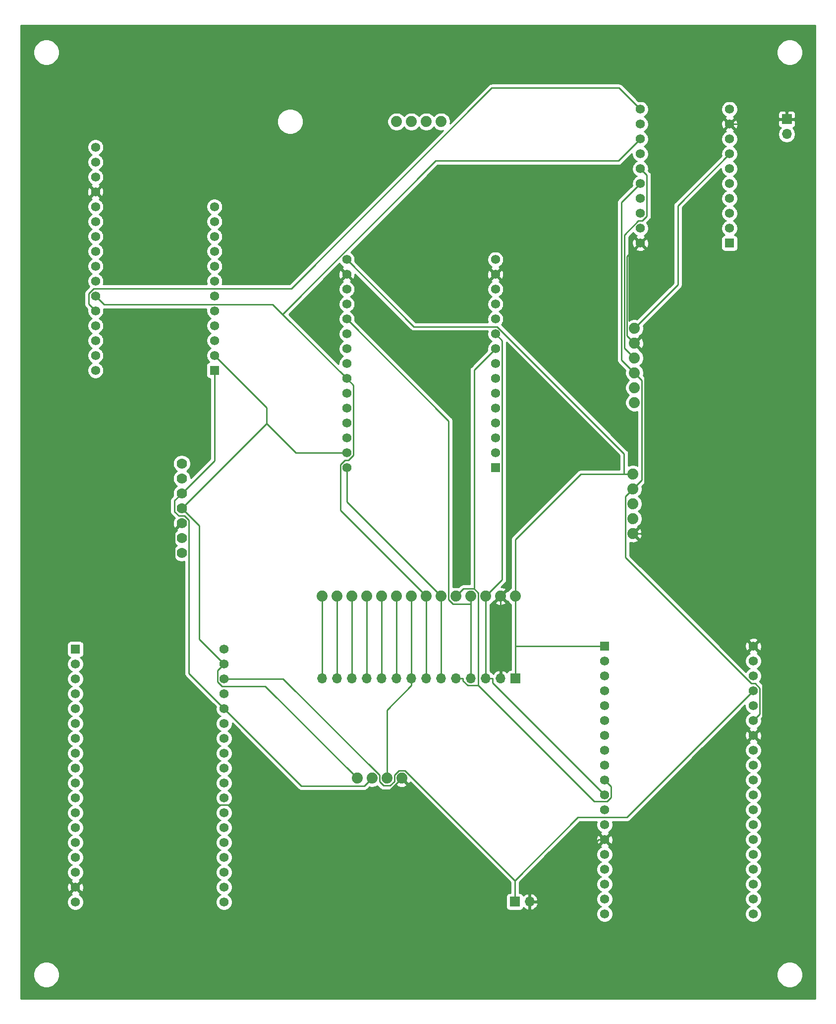
<source format=gtl>
G04 #@! TF.GenerationSoftware,KiCad,Pcbnew,5.99.0+really5.1.10+dfsg1-1*
G04 #@! TF.CreationDate,2021-09-08T20:42:20+02:00*
G04 #@! TF.ProjectId,esp32-adapter,65737033-322d-4616-9461-707465722e6b,1.0*
G04 #@! TF.SameCoordinates,Original*
G04 #@! TF.FileFunction,Copper,L1,Top*
G04 #@! TF.FilePolarity,Positive*
%FSLAX46Y46*%
G04 Gerber Fmt 4.6, Leading zero omitted, Abs format (unit mm)*
G04 Created by KiCad (PCBNEW 5.99.0+really5.1.10+dfsg1-1) date 2021-09-08 20:42:20*
%MOMM*%
%LPD*%
G01*
G04 APERTURE LIST*
G04 #@! TA.AperFunction,ComponentPad*
%ADD10C,1.879600*%
G04 #@! TD*
G04 #@! TA.AperFunction,ComponentPad*
%ADD11O,1.700000X1.700000*%
G04 #@! TD*
G04 #@! TA.AperFunction,ComponentPad*
%ADD12R,1.700000X1.700000*%
G04 #@! TD*
G04 #@! TA.AperFunction,ComponentPad*
%ADD13C,1.778000*%
G04 #@! TD*
G04 #@! TA.AperFunction,ComponentPad*
%ADD14C,1.560000*%
G04 #@! TD*
G04 #@! TA.AperFunction,ComponentPad*
%ADD15R,1.560000X1.560000*%
G04 #@! TD*
G04 #@! TA.AperFunction,Conductor*
%ADD16C,0.250000*%
G04 #@! TD*
G04 #@! TA.AperFunction,Conductor*
%ADD17C,0.254000*%
G04 #@! TD*
G04 #@! TA.AperFunction,Conductor*
%ADD18C,0.100000*%
G04 #@! TD*
G04 APERTURE END LIST*
D10*
X141097000Y-77851000D03*
X141097000Y-80391000D03*
X141097000Y-82931000D03*
X141097000Y-85471000D03*
X141097000Y-88011000D03*
X141097000Y-90551000D03*
D11*
X87757000Y-137668000D03*
X90297000Y-137668000D03*
X92837000Y-137668000D03*
X95377000Y-137668000D03*
X97917000Y-137668000D03*
X100457000Y-137668000D03*
X102997000Y-137668000D03*
X105537000Y-137668000D03*
X108077000Y-137668000D03*
X110617000Y-137668000D03*
X113157000Y-137668000D03*
X115697000Y-137668000D03*
X118237000Y-137668000D03*
D12*
X120777000Y-137668000D03*
D13*
X63754000Y-116205000D03*
X63754000Y-113665000D03*
X63754000Y-111125000D03*
X63754000Y-108585000D03*
X63754000Y-106045000D03*
X63754000Y-103505000D03*
X63754000Y-100965000D03*
D10*
X140843000Y-107823000D03*
X140843000Y-105283000D03*
X140843000Y-102743000D03*
X140843000Y-110363000D03*
X140843000Y-112903000D03*
X101346000Y-154686000D03*
X98806000Y-154686000D03*
X96266000Y-154686000D03*
X93726000Y-154686000D03*
D14*
X142113000Y-40461000D03*
X142113000Y-43001000D03*
X142113000Y-45541000D03*
X142113000Y-48081000D03*
X142113000Y-50621000D03*
X142113000Y-53161000D03*
X142113000Y-55701000D03*
X142113000Y-58241000D03*
X142113000Y-60781000D03*
X142113000Y-63321000D03*
X157353000Y-40461000D03*
X157353000Y-43001000D03*
X157353000Y-45541000D03*
X157353000Y-48081000D03*
X157353000Y-50621000D03*
X157353000Y-53161000D03*
X157353000Y-55701000D03*
X157353000Y-58241000D03*
X157353000Y-60781000D03*
D15*
X157353000Y-63321000D03*
D12*
X120650000Y-175768000D03*
D11*
X123190000Y-175768000D03*
X167132000Y-44704000D03*
D12*
X167132000Y-42164000D03*
D14*
X49022000Y-46938000D03*
X49022000Y-49478000D03*
X49022000Y-52018000D03*
X49022000Y-54558000D03*
X49022000Y-57098000D03*
X49022000Y-59638000D03*
X49022000Y-62178000D03*
X49022000Y-64718000D03*
X49022000Y-67258000D03*
X49022000Y-69798000D03*
X49022000Y-72338000D03*
X49022000Y-74878000D03*
X49022000Y-77418000D03*
X49022000Y-79958000D03*
X49022000Y-82498000D03*
X49022000Y-85038000D03*
X69342000Y-57098000D03*
X69342000Y-59638000D03*
X69342000Y-62178000D03*
X69342000Y-64718000D03*
X69342000Y-67258000D03*
X69342000Y-69798000D03*
X69342000Y-72338000D03*
X69342000Y-74878000D03*
X69342000Y-77418000D03*
X69342000Y-79958000D03*
X69342000Y-82498000D03*
D15*
X69342000Y-85038000D03*
X136017000Y-132132000D03*
D14*
X136017000Y-134672000D03*
X136017000Y-177852000D03*
X136017000Y-137212000D03*
X136017000Y-139752000D03*
X136017000Y-142292000D03*
X136017000Y-144832000D03*
X136017000Y-147372000D03*
X136017000Y-149912000D03*
X136017000Y-152452000D03*
X136017000Y-154992000D03*
X136017000Y-157532000D03*
X136017000Y-160072000D03*
X136017000Y-162612000D03*
X136017000Y-165152000D03*
X136017000Y-167692000D03*
X136017000Y-170232000D03*
X136017000Y-172772000D03*
X136017000Y-175312000D03*
X161417000Y-132132000D03*
X161417000Y-134672000D03*
X161417000Y-137212000D03*
X161417000Y-139752000D03*
X161417000Y-142292000D03*
X161417000Y-144832000D03*
X161417000Y-147372000D03*
X161417000Y-149912000D03*
X161417000Y-152452000D03*
X161417000Y-154992000D03*
X161417000Y-157532000D03*
X161417000Y-160072000D03*
X161417000Y-162612000D03*
X161417000Y-165152000D03*
X161417000Y-167692000D03*
X161417000Y-170232000D03*
X161417000Y-172772000D03*
X161417000Y-175312000D03*
X161417000Y-177852000D03*
X91948000Y-66115000D03*
X91948000Y-68655000D03*
X91948000Y-71195000D03*
X91948000Y-73735000D03*
X91948000Y-76275000D03*
X91948000Y-78815000D03*
X91948000Y-81355000D03*
X91948000Y-83895000D03*
X91948000Y-86435000D03*
X91948000Y-88975000D03*
X91948000Y-91515000D03*
X91948000Y-94055000D03*
X91948000Y-96595000D03*
X91948000Y-99135000D03*
X91948000Y-101675000D03*
X117348000Y-66115000D03*
X117348000Y-68655000D03*
X117348000Y-71195000D03*
X117348000Y-73735000D03*
X117348000Y-76275000D03*
X117348000Y-78815000D03*
X117348000Y-81355000D03*
X117348000Y-83895000D03*
X117348000Y-86435000D03*
X117348000Y-88975000D03*
X117348000Y-91515000D03*
X117348000Y-94055000D03*
X117348000Y-96595000D03*
X117348000Y-99135000D03*
D15*
X117348000Y-101675000D03*
D14*
X70993000Y-168200000D03*
X70993000Y-165660000D03*
X70993000Y-163120000D03*
X70993000Y-160580000D03*
X70993000Y-158040000D03*
X70993000Y-155500000D03*
X70993000Y-152960000D03*
X70993000Y-150420000D03*
X70993000Y-147880000D03*
X70993000Y-145340000D03*
X70993000Y-142800000D03*
X70993000Y-140260000D03*
X70993000Y-137720000D03*
X70993000Y-135180000D03*
X70993000Y-132640000D03*
X45593000Y-168200000D03*
X45593000Y-165660000D03*
X45593000Y-163120000D03*
X45593000Y-160580000D03*
X45593000Y-158040000D03*
X45593000Y-155500000D03*
X45593000Y-152960000D03*
X45593000Y-150420000D03*
X45593000Y-147880000D03*
X45593000Y-145340000D03*
X45593000Y-142800000D03*
X45593000Y-140260000D03*
X45593000Y-137720000D03*
X45593000Y-135180000D03*
D15*
X45593000Y-132640000D03*
D14*
X45593000Y-170740000D03*
X45593000Y-175820000D03*
X45593000Y-173280000D03*
X70993000Y-170740000D03*
X70993000Y-175820000D03*
X70993000Y-173280000D03*
D10*
X108077000Y-123591320D03*
X110617000Y-123591320D03*
X113157000Y-123591320D03*
X115697000Y-123591320D03*
X118237000Y-123591320D03*
X120777000Y-123591320D03*
X105537000Y-123591320D03*
X102997000Y-123591320D03*
X100457000Y-123591320D03*
X97917000Y-123591320D03*
X95377000Y-123591320D03*
X92837000Y-123591320D03*
X90297000Y-123591320D03*
X87757000Y-123591320D03*
X105537000Y-42565320D03*
X108077000Y-42565320D03*
X102997000Y-42565320D03*
X100457000Y-42565320D03*
D16*
X120650000Y-172139400D02*
X120650000Y-175768000D01*
X70993000Y-137720000D02*
X81102100Y-137720000D01*
X81102100Y-137720000D02*
X97536000Y-154153900D01*
X97536000Y-154153900D02*
X97536000Y-155269600D01*
X97536000Y-155269600D02*
X98221900Y-155955500D01*
X98221900Y-155955500D02*
X99359100Y-155955500D01*
X99359100Y-155955500D02*
X100071200Y-155243400D01*
X100071200Y-155243400D02*
X100071200Y-154171600D01*
X100071200Y-154171600D02*
X100847400Y-153395400D01*
X100847400Y-153395400D02*
X101906000Y-153395400D01*
X101906000Y-153395400D02*
X120650000Y-172139400D01*
X161417000Y-139752000D02*
X139827000Y-161342000D01*
X139827000Y-161342000D02*
X131447400Y-161342000D01*
X131447400Y-161342000D02*
X120650000Y-172139400D01*
X161417000Y-147372000D02*
X162999600Y-145789400D01*
X162999600Y-145789400D02*
X162999600Y-133714600D01*
X162999600Y-133714600D02*
X161417000Y-132132000D01*
X142188000Y-112903000D02*
X161417000Y-132132000D01*
X140843000Y-112903000D02*
X142188000Y-112903000D01*
X142188000Y-112903000D02*
X142841100Y-112249900D01*
X142841100Y-112249900D02*
X142841100Y-82135100D01*
X142841100Y-82135100D02*
X141097000Y-80391000D01*
X62490100Y-159206600D02*
X62490100Y-112388900D01*
X62490100Y-112388900D02*
X63754000Y-111125000D01*
X45593000Y-173280000D02*
X59666400Y-159206600D01*
X59666400Y-159206600D02*
X62490100Y-159206600D01*
X62490100Y-159206600D02*
X96825400Y-159206600D01*
X96825400Y-159206600D02*
X101346000Y-154686000D01*
X141097000Y-80391000D02*
X139820200Y-79114200D01*
X139820200Y-79114200D02*
X139820200Y-65613800D01*
X139820200Y-65613800D02*
X142113000Y-63321000D01*
X157353000Y-43001000D02*
X165119700Y-43001000D01*
X165119700Y-43001000D02*
X165956700Y-42164000D01*
X142113000Y-63321000D02*
X145961200Y-59472800D01*
X145961200Y-59472800D02*
X145961200Y-54392800D01*
X145961200Y-54392800D02*
X157353000Y-43001000D01*
X167132000Y-42164000D02*
X165956700Y-42164000D01*
X123190000Y-175768000D02*
X124365300Y-175768000D01*
X136017000Y-165152000D02*
X134981300Y-165152000D01*
X134981300Y-165152000D02*
X124365300Y-175768000D01*
X118237000Y-123591300D02*
X118237000Y-137668000D01*
X139349000Y-102743000D02*
X139349000Y-99245200D01*
X139349000Y-99245200D02*
X117666000Y-77562200D01*
X117666000Y-77562200D02*
X103395200Y-77562200D01*
X103395200Y-77562200D02*
X91948000Y-66115000D01*
X139349000Y-102743000D02*
X140843000Y-102743000D01*
X102997000Y-137668000D02*
X102997000Y-138843300D01*
X102997000Y-138843300D02*
X98806000Y-143034300D01*
X98806000Y-143034300D02*
X98806000Y-154686000D01*
X102997000Y-123591300D02*
X102997000Y-137668000D01*
X120777000Y-132132000D02*
X120777000Y-136492700D01*
X120777000Y-132132000D02*
X134911700Y-132132000D01*
X136017000Y-132132000D02*
X134911700Y-132132000D01*
X120777000Y-137668000D02*
X120777000Y-136492700D01*
X157353000Y-48081000D02*
X148507800Y-56926200D01*
X148507800Y-56926200D02*
X148507800Y-70440200D01*
X148507800Y-70440200D02*
X141097000Y-77851000D01*
X131953000Y-102743000D02*
X139349000Y-102743000D01*
X120777000Y-113919000D02*
X131953000Y-102743000D01*
X120777000Y-132132000D02*
X120777000Y-113919000D01*
X117348000Y-81355000D02*
X113713500Y-84989500D01*
X113713500Y-84989500D02*
X113713500Y-122319700D01*
X114427000Y-138844500D02*
X114427000Y-123033200D01*
X114427000Y-123033200D02*
X113713500Y-122319700D01*
X136017000Y-154992000D02*
X137145500Y-156120500D01*
X137145500Y-156120500D02*
X137145500Y-157975100D01*
X137145500Y-157975100D02*
X136472000Y-158648600D01*
X136472000Y-158648600D02*
X134231100Y-158648600D01*
X134231100Y-158648600D02*
X114427000Y-138844500D01*
X114427000Y-138844500D02*
X112601500Y-138844500D01*
X112601500Y-138844500D02*
X111792300Y-138035300D01*
X111792300Y-138035300D02*
X111792300Y-137668000D01*
X110617000Y-137668000D02*
X111792300Y-137668000D01*
X113713500Y-122319700D02*
X111888600Y-122319700D01*
X111888600Y-122319700D02*
X110617000Y-123591300D01*
X113157000Y-124911100D02*
X110117000Y-124911100D01*
X110117000Y-124911100D02*
X109351800Y-124145900D01*
X109351800Y-124145900D02*
X109351800Y-93678800D01*
X109351800Y-93678800D02*
X91948000Y-76275000D01*
X113157000Y-124911100D02*
X113157000Y-123591300D01*
X113157000Y-137668000D02*
X113157000Y-124911100D01*
X80973900Y-75460900D02*
X79285600Y-73772600D01*
X79285600Y-73772600D02*
X50456600Y-73772600D01*
X50456600Y-73772600D02*
X49022000Y-72338000D01*
X91948000Y-86435000D02*
X80973900Y-75460900D01*
X105537000Y-123591300D02*
X90842600Y-108896900D01*
X90842600Y-108896900D02*
X90842600Y-101173500D01*
X90842600Y-101173500D02*
X91611100Y-100405000D01*
X91611100Y-100405000D02*
X92242200Y-100405000D01*
X92242200Y-100405000D02*
X93088700Y-99558500D01*
X93088700Y-99558500D02*
X93088700Y-87575700D01*
X93088700Y-87575700D02*
X91948000Y-86435000D01*
X105537000Y-137668000D02*
X105537000Y-123591300D01*
X138378000Y-49276000D02*
X142113000Y-45541000D01*
X107158800Y-49276000D02*
X138378000Y-49276000D01*
X80973900Y-75460900D02*
X107158800Y-49276000D01*
X108077000Y-123591300D02*
X91948000Y-107462300D01*
X91948000Y-107462300D02*
X91948000Y-101675000D01*
X108077000Y-123591300D02*
X108077000Y-137668000D01*
X138482000Y-36830000D02*
X142113000Y-40461000D01*
X116744000Y-36830000D02*
X138482000Y-36830000D01*
X82506000Y-71068000D02*
X116744000Y-36830000D01*
X48704300Y-71068000D02*
X82506000Y-71068000D01*
X47866900Y-71905400D02*
X48704300Y-71068000D01*
X47866900Y-73722900D02*
X47866900Y-71905400D01*
X49022000Y-74878000D02*
X47866900Y-73722900D01*
X115697000Y-123591300D02*
X118498900Y-120789400D01*
X118498900Y-120789400D02*
X118498900Y-79965900D01*
X118498900Y-79965900D02*
X117348000Y-78815000D01*
X115697000Y-123591300D02*
X115697000Y-137668000D01*
X115697000Y-137668000D02*
X116872300Y-137668000D01*
X136017000Y-157532000D02*
X116872300Y-138387300D01*
X116872300Y-138387300D02*
X116872300Y-137668000D01*
X70993000Y-135180000D02*
X66731200Y-130918200D01*
X66731200Y-130918200D02*
X66731200Y-111562200D01*
X66731200Y-111562200D02*
X63754000Y-108585000D01*
X70993000Y-135180000D02*
X69869200Y-136303800D01*
X69869200Y-136303800D02*
X69869200Y-138200600D01*
X69869200Y-138200600D02*
X70658600Y-138990000D01*
X70658600Y-138990000D02*
X78030000Y-138990000D01*
X78030000Y-138990000D02*
X93726000Y-154686000D01*
X141097000Y-82931000D02*
X139369800Y-81203800D01*
X139369800Y-81203800D02*
X139369800Y-61940400D01*
X139369800Y-61940400D02*
X141799200Y-59511000D01*
X141799200Y-59511000D02*
X142420200Y-59511000D01*
X142420200Y-59511000D02*
X143229000Y-58702200D01*
X143229000Y-58702200D02*
X143229000Y-51737000D01*
X143229000Y-51737000D02*
X142113000Y-50621000D01*
X78244900Y-94094100D02*
X63754000Y-108585000D01*
X69342000Y-82498000D02*
X78244900Y-91400900D01*
X78244900Y-91400900D02*
X78244900Y-94094100D01*
X91948000Y-99135000D02*
X83285800Y-99135000D01*
X83285800Y-99135000D02*
X78244900Y-94094100D01*
X140843000Y-105283000D02*
X139574600Y-106551400D01*
X139574600Y-106551400D02*
X139574600Y-117000900D01*
X139574600Y-117000900D02*
X161055700Y-138482000D01*
X161055700Y-138482000D02*
X161743200Y-138482000D01*
X161743200Y-138482000D02*
X162549300Y-139288100D01*
X162549300Y-139288100D02*
X162549300Y-143699700D01*
X162549300Y-143699700D02*
X161417000Y-144832000D01*
X141097000Y-85471000D02*
X142364300Y-86738300D01*
X142364300Y-86738300D02*
X142364300Y-103761700D01*
X142364300Y-103761700D02*
X140843000Y-105283000D01*
X142113000Y-53161000D02*
X138916800Y-56357200D01*
X138916800Y-56357200D02*
X138916800Y-83290800D01*
X138916800Y-83290800D02*
X141097000Y-85471000D01*
X63754000Y-106045000D02*
X69342000Y-100457000D01*
X69342000Y-100457000D02*
X69342000Y-85038000D01*
X70993000Y-142800000D02*
X64968300Y-136775300D01*
X64968300Y-136775300D02*
X64968300Y-110621900D01*
X64968300Y-110621900D02*
X64201400Y-109855000D01*
X64201400Y-109855000D02*
X63238700Y-109855000D01*
X63238700Y-109855000D02*
X62529700Y-109146000D01*
X62529700Y-109146000D02*
X62529700Y-107269300D01*
X62529700Y-107269300D02*
X63754000Y-106045000D01*
X70993000Y-142800000D02*
X84180700Y-155987700D01*
X84180700Y-155987700D02*
X94964300Y-155987700D01*
X94964300Y-155987700D02*
X96266000Y-154686000D01*
X92837000Y-123591300D02*
X92837000Y-137668000D01*
X95377000Y-123591300D02*
X95377000Y-137668000D01*
X97917000Y-123591300D02*
X97917000Y-137668000D01*
X100457000Y-123591300D02*
X100457000Y-137668000D01*
X90297000Y-123591300D02*
X90297000Y-137668000D01*
X87757000Y-123591300D02*
X87757000Y-137668000D01*
D17*
X172035001Y-192355000D02*
X36245000Y-192355000D01*
X36245000Y-187993872D01*
X38405000Y-187993872D01*
X38405000Y-188434128D01*
X38490890Y-188865925D01*
X38659369Y-189272669D01*
X38903962Y-189638729D01*
X39215271Y-189950038D01*
X39581331Y-190194631D01*
X39988075Y-190363110D01*
X40419872Y-190449000D01*
X40860128Y-190449000D01*
X41291925Y-190363110D01*
X41698669Y-190194631D01*
X42064729Y-189950038D01*
X42376038Y-189638729D01*
X42620631Y-189272669D01*
X42789110Y-188865925D01*
X42875000Y-188434128D01*
X42875000Y-187993872D01*
X165405000Y-187993872D01*
X165405000Y-188434128D01*
X165490890Y-188865925D01*
X165659369Y-189272669D01*
X165903962Y-189638729D01*
X166215271Y-189950038D01*
X166581331Y-190194631D01*
X166988075Y-190363110D01*
X167419872Y-190449000D01*
X167860128Y-190449000D01*
X168291925Y-190363110D01*
X168698669Y-190194631D01*
X169064729Y-189950038D01*
X169376038Y-189638729D01*
X169620631Y-189272669D01*
X169789110Y-188865925D01*
X169875000Y-188434128D01*
X169875000Y-187993872D01*
X169789110Y-187562075D01*
X169620631Y-187155331D01*
X169376038Y-186789271D01*
X169064729Y-186477962D01*
X168698669Y-186233369D01*
X168291925Y-186064890D01*
X167860128Y-185979000D01*
X167419872Y-185979000D01*
X166988075Y-186064890D01*
X166581331Y-186233369D01*
X166215271Y-186477962D01*
X165903962Y-186789271D01*
X165659369Y-187155331D01*
X165490890Y-187562075D01*
X165405000Y-187993872D01*
X42875000Y-187993872D01*
X42789110Y-187562075D01*
X42620631Y-187155331D01*
X42376038Y-186789271D01*
X42064729Y-186477962D01*
X41698669Y-186233369D01*
X41291925Y-186064890D01*
X40860128Y-185979000D01*
X40419872Y-185979000D01*
X39988075Y-186064890D01*
X39581331Y-186233369D01*
X39215271Y-186477962D01*
X38903962Y-186789271D01*
X38659369Y-187155331D01*
X38490890Y-187562075D01*
X38405000Y-187993872D01*
X36245000Y-187993872D01*
X36245000Y-175680635D01*
X44178000Y-175680635D01*
X44178000Y-175959365D01*
X44232377Y-176232740D01*
X44339043Y-176490254D01*
X44493897Y-176722010D01*
X44690990Y-176919103D01*
X44922746Y-177073957D01*
X45180260Y-177180623D01*
X45453635Y-177235000D01*
X45732365Y-177235000D01*
X46005740Y-177180623D01*
X46263254Y-177073957D01*
X46495010Y-176919103D01*
X46692103Y-176722010D01*
X46846957Y-176490254D01*
X46953623Y-176232740D01*
X47008000Y-175959365D01*
X47008000Y-175680635D01*
X46953623Y-175407260D01*
X46846957Y-175149746D01*
X46692103Y-174917990D01*
X46495010Y-174720897D01*
X46263254Y-174566043D01*
X46227475Y-174551223D01*
X46322655Y-174500349D01*
X46391816Y-174258421D01*
X45593000Y-173459605D01*
X44794184Y-174258421D01*
X44863345Y-174500349D01*
X44965279Y-174548425D01*
X44922746Y-174566043D01*
X44690990Y-174720897D01*
X44493897Y-174917990D01*
X44339043Y-175149746D01*
X44232377Y-175407260D01*
X44178000Y-175680635D01*
X36245000Y-175680635D01*
X36245000Y-173351303D01*
X44172943Y-173351303D01*
X44214140Y-173626972D01*
X44308325Y-173889308D01*
X44372651Y-174009655D01*
X44614579Y-174078816D01*
X45413395Y-173280000D01*
X45772605Y-173280000D01*
X46571421Y-174078816D01*
X46813349Y-174009655D01*
X46932248Y-173757557D01*
X46999681Y-173487106D01*
X47013057Y-173208697D01*
X46971860Y-172933028D01*
X46877675Y-172670692D01*
X46813349Y-172550345D01*
X46571421Y-172481184D01*
X45772605Y-173280000D01*
X45413395Y-173280000D01*
X44614579Y-172481184D01*
X44372651Y-172550345D01*
X44253752Y-172802443D01*
X44186319Y-173072894D01*
X44172943Y-173351303D01*
X36245000Y-173351303D01*
X36245000Y-131860000D01*
X44174928Y-131860000D01*
X44174928Y-133420000D01*
X44187188Y-133544482D01*
X44223498Y-133664180D01*
X44282463Y-133774494D01*
X44361815Y-133871185D01*
X44458506Y-133950537D01*
X44568820Y-134009502D01*
X44688518Y-134045812D01*
X44736436Y-134050531D01*
X44690990Y-134080897D01*
X44493897Y-134277990D01*
X44339043Y-134509746D01*
X44232377Y-134767260D01*
X44178000Y-135040635D01*
X44178000Y-135319365D01*
X44232377Y-135592740D01*
X44339043Y-135850254D01*
X44493897Y-136082010D01*
X44690990Y-136279103D01*
X44922746Y-136433957D01*
X44961477Y-136450000D01*
X44922746Y-136466043D01*
X44690990Y-136620897D01*
X44493897Y-136817990D01*
X44339043Y-137049746D01*
X44232377Y-137307260D01*
X44178000Y-137580635D01*
X44178000Y-137859365D01*
X44232377Y-138132740D01*
X44339043Y-138390254D01*
X44493897Y-138622010D01*
X44690990Y-138819103D01*
X44922746Y-138973957D01*
X44961477Y-138990000D01*
X44922746Y-139006043D01*
X44690990Y-139160897D01*
X44493897Y-139357990D01*
X44339043Y-139589746D01*
X44232377Y-139847260D01*
X44178000Y-140120635D01*
X44178000Y-140399365D01*
X44232377Y-140672740D01*
X44339043Y-140930254D01*
X44493897Y-141162010D01*
X44690990Y-141359103D01*
X44922746Y-141513957D01*
X44961477Y-141530000D01*
X44922746Y-141546043D01*
X44690990Y-141700897D01*
X44493897Y-141897990D01*
X44339043Y-142129746D01*
X44232377Y-142387260D01*
X44178000Y-142660635D01*
X44178000Y-142939365D01*
X44232377Y-143212740D01*
X44339043Y-143470254D01*
X44493897Y-143702010D01*
X44690990Y-143899103D01*
X44922746Y-144053957D01*
X44961477Y-144070000D01*
X44922746Y-144086043D01*
X44690990Y-144240897D01*
X44493897Y-144437990D01*
X44339043Y-144669746D01*
X44232377Y-144927260D01*
X44178000Y-145200635D01*
X44178000Y-145479365D01*
X44232377Y-145752740D01*
X44339043Y-146010254D01*
X44493897Y-146242010D01*
X44690990Y-146439103D01*
X44922746Y-146593957D01*
X44961477Y-146610000D01*
X44922746Y-146626043D01*
X44690990Y-146780897D01*
X44493897Y-146977990D01*
X44339043Y-147209746D01*
X44232377Y-147467260D01*
X44178000Y-147740635D01*
X44178000Y-148019365D01*
X44232377Y-148292740D01*
X44339043Y-148550254D01*
X44493897Y-148782010D01*
X44690990Y-148979103D01*
X44922746Y-149133957D01*
X44961477Y-149150000D01*
X44922746Y-149166043D01*
X44690990Y-149320897D01*
X44493897Y-149517990D01*
X44339043Y-149749746D01*
X44232377Y-150007260D01*
X44178000Y-150280635D01*
X44178000Y-150559365D01*
X44232377Y-150832740D01*
X44339043Y-151090254D01*
X44493897Y-151322010D01*
X44690990Y-151519103D01*
X44922746Y-151673957D01*
X44961477Y-151690000D01*
X44922746Y-151706043D01*
X44690990Y-151860897D01*
X44493897Y-152057990D01*
X44339043Y-152289746D01*
X44232377Y-152547260D01*
X44178000Y-152820635D01*
X44178000Y-153099365D01*
X44232377Y-153372740D01*
X44339043Y-153630254D01*
X44493897Y-153862010D01*
X44690990Y-154059103D01*
X44922746Y-154213957D01*
X44961477Y-154230000D01*
X44922746Y-154246043D01*
X44690990Y-154400897D01*
X44493897Y-154597990D01*
X44339043Y-154829746D01*
X44232377Y-155087260D01*
X44178000Y-155360635D01*
X44178000Y-155639365D01*
X44232377Y-155912740D01*
X44339043Y-156170254D01*
X44493897Y-156402010D01*
X44690990Y-156599103D01*
X44922746Y-156753957D01*
X44961477Y-156770000D01*
X44922746Y-156786043D01*
X44690990Y-156940897D01*
X44493897Y-157137990D01*
X44339043Y-157369746D01*
X44232377Y-157627260D01*
X44178000Y-157900635D01*
X44178000Y-158179365D01*
X44232377Y-158452740D01*
X44339043Y-158710254D01*
X44493897Y-158942010D01*
X44690990Y-159139103D01*
X44922746Y-159293957D01*
X44961477Y-159310000D01*
X44922746Y-159326043D01*
X44690990Y-159480897D01*
X44493897Y-159677990D01*
X44339043Y-159909746D01*
X44232377Y-160167260D01*
X44178000Y-160440635D01*
X44178000Y-160719365D01*
X44232377Y-160992740D01*
X44339043Y-161250254D01*
X44493897Y-161482010D01*
X44690990Y-161679103D01*
X44922746Y-161833957D01*
X44961477Y-161850000D01*
X44922746Y-161866043D01*
X44690990Y-162020897D01*
X44493897Y-162217990D01*
X44339043Y-162449746D01*
X44232377Y-162707260D01*
X44178000Y-162980635D01*
X44178000Y-163259365D01*
X44232377Y-163532740D01*
X44339043Y-163790254D01*
X44493897Y-164022010D01*
X44690990Y-164219103D01*
X44922746Y-164373957D01*
X44961477Y-164390000D01*
X44922746Y-164406043D01*
X44690990Y-164560897D01*
X44493897Y-164757990D01*
X44339043Y-164989746D01*
X44232377Y-165247260D01*
X44178000Y-165520635D01*
X44178000Y-165799365D01*
X44232377Y-166072740D01*
X44339043Y-166330254D01*
X44493897Y-166562010D01*
X44690990Y-166759103D01*
X44922746Y-166913957D01*
X44961477Y-166930000D01*
X44922746Y-166946043D01*
X44690990Y-167100897D01*
X44493897Y-167297990D01*
X44339043Y-167529746D01*
X44232377Y-167787260D01*
X44178000Y-168060635D01*
X44178000Y-168339365D01*
X44232377Y-168612740D01*
X44339043Y-168870254D01*
X44493897Y-169102010D01*
X44690990Y-169299103D01*
X44922746Y-169453957D01*
X44961477Y-169470000D01*
X44922746Y-169486043D01*
X44690990Y-169640897D01*
X44493897Y-169837990D01*
X44339043Y-170069746D01*
X44232377Y-170327260D01*
X44178000Y-170600635D01*
X44178000Y-170879365D01*
X44232377Y-171152740D01*
X44339043Y-171410254D01*
X44493897Y-171642010D01*
X44690990Y-171839103D01*
X44922746Y-171993957D01*
X44958525Y-172008777D01*
X44863345Y-172059651D01*
X44794184Y-172301579D01*
X45593000Y-173100395D01*
X46391816Y-172301579D01*
X46322655Y-172059651D01*
X46220721Y-172011575D01*
X46263254Y-171993957D01*
X46495010Y-171839103D01*
X46692103Y-171642010D01*
X46846957Y-171410254D01*
X46953623Y-171152740D01*
X47008000Y-170879365D01*
X47008000Y-170600635D01*
X46953623Y-170327260D01*
X46846957Y-170069746D01*
X46692103Y-169837990D01*
X46495010Y-169640897D01*
X46263254Y-169486043D01*
X46224523Y-169470000D01*
X46263254Y-169453957D01*
X46495010Y-169299103D01*
X46692103Y-169102010D01*
X46846957Y-168870254D01*
X46953623Y-168612740D01*
X47008000Y-168339365D01*
X47008000Y-168060635D01*
X46953623Y-167787260D01*
X46846957Y-167529746D01*
X46692103Y-167297990D01*
X46495010Y-167100897D01*
X46263254Y-166946043D01*
X46224523Y-166930000D01*
X46263254Y-166913957D01*
X46495010Y-166759103D01*
X46692103Y-166562010D01*
X46846957Y-166330254D01*
X46953623Y-166072740D01*
X47008000Y-165799365D01*
X47008000Y-165520635D01*
X46953623Y-165247260D01*
X46846957Y-164989746D01*
X46692103Y-164757990D01*
X46495010Y-164560897D01*
X46263254Y-164406043D01*
X46224523Y-164390000D01*
X46263254Y-164373957D01*
X46495010Y-164219103D01*
X46692103Y-164022010D01*
X46846957Y-163790254D01*
X46953623Y-163532740D01*
X47008000Y-163259365D01*
X47008000Y-162980635D01*
X46953623Y-162707260D01*
X46846957Y-162449746D01*
X46692103Y-162217990D01*
X46495010Y-162020897D01*
X46263254Y-161866043D01*
X46224523Y-161850000D01*
X46263254Y-161833957D01*
X46495010Y-161679103D01*
X46692103Y-161482010D01*
X46846957Y-161250254D01*
X46953623Y-160992740D01*
X47008000Y-160719365D01*
X47008000Y-160440635D01*
X46953623Y-160167260D01*
X46846957Y-159909746D01*
X46692103Y-159677990D01*
X46495010Y-159480897D01*
X46263254Y-159326043D01*
X46224523Y-159310000D01*
X46263254Y-159293957D01*
X46495010Y-159139103D01*
X46692103Y-158942010D01*
X46846957Y-158710254D01*
X46953623Y-158452740D01*
X47008000Y-158179365D01*
X47008000Y-157900635D01*
X46953623Y-157627260D01*
X46846957Y-157369746D01*
X46692103Y-157137990D01*
X46495010Y-156940897D01*
X46263254Y-156786043D01*
X46224523Y-156770000D01*
X46263254Y-156753957D01*
X46495010Y-156599103D01*
X46692103Y-156402010D01*
X46846957Y-156170254D01*
X46953623Y-155912740D01*
X47008000Y-155639365D01*
X47008000Y-155360635D01*
X46953623Y-155087260D01*
X46846957Y-154829746D01*
X46692103Y-154597990D01*
X46495010Y-154400897D01*
X46263254Y-154246043D01*
X46224523Y-154230000D01*
X46263254Y-154213957D01*
X46495010Y-154059103D01*
X46692103Y-153862010D01*
X46846957Y-153630254D01*
X46953623Y-153372740D01*
X47008000Y-153099365D01*
X47008000Y-152820635D01*
X46953623Y-152547260D01*
X46846957Y-152289746D01*
X46692103Y-152057990D01*
X46495010Y-151860897D01*
X46263254Y-151706043D01*
X46224523Y-151690000D01*
X46263254Y-151673957D01*
X46495010Y-151519103D01*
X46692103Y-151322010D01*
X46846957Y-151090254D01*
X46953623Y-150832740D01*
X47008000Y-150559365D01*
X47008000Y-150280635D01*
X46953623Y-150007260D01*
X46846957Y-149749746D01*
X46692103Y-149517990D01*
X46495010Y-149320897D01*
X46263254Y-149166043D01*
X46224523Y-149150000D01*
X46263254Y-149133957D01*
X46495010Y-148979103D01*
X46692103Y-148782010D01*
X46846957Y-148550254D01*
X46953623Y-148292740D01*
X47008000Y-148019365D01*
X47008000Y-147740635D01*
X46953623Y-147467260D01*
X46846957Y-147209746D01*
X46692103Y-146977990D01*
X46495010Y-146780897D01*
X46263254Y-146626043D01*
X46224523Y-146610000D01*
X46263254Y-146593957D01*
X46495010Y-146439103D01*
X46692103Y-146242010D01*
X46846957Y-146010254D01*
X46953623Y-145752740D01*
X47008000Y-145479365D01*
X47008000Y-145200635D01*
X46953623Y-144927260D01*
X46846957Y-144669746D01*
X46692103Y-144437990D01*
X46495010Y-144240897D01*
X46263254Y-144086043D01*
X46224523Y-144070000D01*
X46263254Y-144053957D01*
X46495010Y-143899103D01*
X46692103Y-143702010D01*
X46846957Y-143470254D01*
X46953623Y-143212740D01*
X47008000Y-142939365D01*
X47008000Y-142660635D01*
X46953623Y-142387260D01*
X46846957Y-142129746D01*
X46692103Y-141897990D01*
X46495010Y-141700897D01*
X46263254Y-141546043D01*
X46224523Y-141530000D01*
X46263254Y-141513957D01*
X46495010Y-141359103D01*
X46692103Y-141162010D01*
X46846957Y-140930254D01*
X46953623Y-140672740D01*
X47008000Y-140399365D01*
X47008000Y-140120635D01*
X46953623Y-139847260D01*
X46846957Y-139589746D01*
X46692103Y-139357990D01*
X46495010Y-139160897D01*
X46263254Y-139006043D01*
X46224523Y-138990000D01*
X46263254Y-138973957D01*
X46495010Y-138819103D01*
X46692103Y-138622010D01*
X46846957Y-138390254D01*
X46953623Y-138132740D01*
X47008000Y-137859365D01*
X47008000Y-137580635D01*
X46953623Y-137307260D01*
X46846957Y-137049746D01*
X46692103Y-136817990D01*
X46495010Y-136620897D01*
X46263254Y-136466043D01*
X46224523Y-136450000D01*
X46263254Y-136433957D01*
X46495010Y-136279103D01*
X46692103Y-136082010D01*
X46846957Y-135850254D01*
X46953623Y-135592740D01*
X47008000Y-135319365D01*
X47008000Y-135040635D01*
X46953623Y-134767260D01*
X46846957Y-134509746D01*
X46692103Y-134277990D01*
X46495010Y-134080897D01*
X46449564Y-134050531D01*
X46497482Y-134045812D01*
X46617180Y-134009502D01*
X46727494Y-133950537D01*
X46824185Y-133871185D01*
X46903537Y-133774494D01*
X46962502Y-133664180D01*
X46998812Y-133544482D01*
X47011072Y-133420000D01*
X47011072Y-131860000D01*
X46998812Y-131735518D01*
X46962502Y-131615820D01*
X46903537Y-131505506D01*
X46824185Y-131408815D01*
X46727494Y-131329463D01*
X46617180Y-131270498D01*
X46497482Y-131234188D01*
X46373000Y-131221928D01*
X44813000Y-131221928D01*
X44688518Y-131234188D01*
X44568820Y-131270498D01*
X44458506Y-131329463D01*
X44361815Y-131408815D01*
X44282463Y-131505506D01*
X44223498Y-131615820D01*
X44187188Y-131735518D01*
X44174928Y-131860000D01*
X36245000Y-131860000D01*
X36245000Y-71905400D01*
X47103224Y-71905400D01*
X47106901Y-71942732D01*
X47106900Y-73685577D01*
X47103224Y-73722900D01*
X47106900Y-73760222D01*
X47106900Y-73760232D01*
X47117897Y-73871885D01*
X47161354Y-74015146D01*
X47231926Y-74147176D01*
X47271771Y-74195726D01*
X47326899Y-74262901D01*
X47355903Y-74286704D01*
X47640320Y-74571121D01*
X47607000Y-74738635D01*
X47607000Y-75017365D01*
X47661377Y-75290740D01*
X47768043Y-75548254D01*
X47922897Y-75780010D01*
X48119990Y-75977103D01*
X48351746Y-76131957D01*
X48390477Y-76148000D01*
X48351746Y-76164043D01*
X48119990Y-76318897D01*
X47922897Y-76515990D01*
X47768043Y-76747746D01*
X47661377Y-77005260D01*
X47607000Y-77278635D01*
X47607000Y-77557365D01*
X47661377Y-77830740D01*
X47768043Y-78088254D01*
X47922897Y-78320010D01*
X48119990Y-78517103D01*
X48351746Y-78671957D01*
X48390477Y-78688000D01*
X48351746Y-78704043D01*
X48119990Y-78858897D01*
X47922897Y-79055990D01*
X47768043Y-79287746D01*
X47661377Y-79545260D01*
X47607000Y-79818635D01*
X47607000Y-80097365D01*
X47661377Y-80370740D01*
X47768043Y-80628254D01*
X47922897Y-80860010D01*
X48119990Y-81057103D01*
X48351746Y-81211957D01*
X48390477Y-81228000D01*
X48351746Y-81244043D01*
X48119990Y-81398897D01*
X47922897Y-81595990D01*
X47768043Y-81827746D01*
X47661377Y-82085260D01*
X47607000Y-82358635D01*
X47607000Y-82637365D01*
X47661377Y-82910740D01*
X47768043Y-83168254D01*
X47922897Y-83400010D01*
X48119990Y-83597103D01*
X48351746Y-83751957D01*
X48390477Y-83768000D01*
X48351746Y-83784043D01*
X48119990Y-83938897D01*
X47922897Y-84135990D01*
X47768043Y-84367746D01*
X47661377Y-84625260D01*
X47607000Y-84898635D01*
X47607000Y-85177365D01*
X47661377Y-85450740D01*
X47768043Y-85708254D01*
X47922897Y-85940010D01*
X48119990Y-86137103D01*
X48351746Y-86291957D01*
X48609260Y-86398623D01*
X48882635Y-86453000D01*
X49161365Y-86453000D01*
X49434740Y-86398623D01*
X49692254Y-86291957D01*
X49924010Y-86137103D01*
X50121103Y-85940010D01*
X50275957Y-85708254D01*
X50382623Y-85450740D01*
X50437000Y-85177365D01*
X50437000Y-84898635D01*
X50382623Y-84625260D01*
X50275957Y-84367746D01*
X50121103Y-84135990D01*
X49924010Y-83938897D01*
X49692254Y-83784043D01*
X49653523Y-83768000D01*
X49692254Y-83751957D01*
X49924010Y-83597103D01*
X50121103Y-83400010D01*
X50275957Y-83168254D01*
X50382623Y-82910740D01*
X50437000Y-82637365D01*
X50437000Y-82358635D01*
X50382623Y-82085260D01*
X50275957Y-81827746D01*
X50121103Y-81595990D01*
X49924010Y-81398897D01*
X49692254Y-81244043D01*
X49653523Y-81228000D01*
X49692254Y-81211957D01*
X49924010Y-81057103D01*
X50121103Y-80860010D01*
X50275957Y-80628254D01*
X50382623Y-80370740D01*
X50437000Y-80097365D01*
X50437000Y-79818635D01*
X50382623Y-79545260D01*
X50275957Y-79287746D01*
X50121103Y-79055990D01*
X49924010Y-78858897D01*
X49692254Y-78704043D01*
X49653523Y-78688000D01*
X49692254Y-78671957D01*
X49924010Y-78517103D01*
X50121103Y-78320010D01*
X50275957Y-78088254D01*
X50382623Y-77830740D01*
X50437000Y-77557365D01*
X50437000Y-77278635D01*
X50382623Y-77005260D01*
X50275957Y-76747746D01*
X50121103Y-76515990D01*
X49924010Y-76318897D01*
X49692254Y-76164043D01*
X49653523Y-76148000D01*
X49692254Y-76131957D01*
X49924010Y-75977103D01*
X50121103Y-75780010D01*
X50275957Y-75548254D01*
X50382623Y-75290740D01*
X50437000Y-75017365D01*
X50437000Y-74738635D01*
X50395553Y-74530264D01*
X50419267Y-74532600D01*
X50419275Y-74532600D01*
X50456600Y-74536276D01*
X50493925Y-74532600D01*
X67967982Y-74532600D01*
X67927000Y-74738635D01*
X67927000Y-75017365D01*
X67981377Y-75290740D01*
X68088043Y-75548254D01*
X68242897Y-75780010D01*
X68439990Y-75977103D01*
X68671746Y-76131957D01*
X68710477Y-76148000D01*
X68671746Y-76164043D01*
X68439990Y-76318897D01*
X68242897Y-76515990D01*
X68088043Y-76747746D01*
X67981377Y-77005260D01*
X67927000Y-77278635D01*
X67927000Y-77557365D01*
X67981377Y-77830740D01*
X68088043Y-78088254D01*
X68242897Y-78320010D01*
X68439990Y-78517103D01*
X68671746Y-78671957D01*
X68710477Y-78688000D01*
X68671746Y-78704043D01*
X68439990Y-78858897D01*
X68242897Y-79055990D01*
X68088043Y-79287746D01*
X67981377Y-79545260D01*
X67927000Y-79818635D01*
X67927000Y-80097365D01*
X67981377Y-80370740D01*
X68088043Y-80628254D01*
X68242897Y-80860010D01*
X68439990Y-81057103D01*
X68671746Y-81211957D01*
X68710477Y-81228000D01*
X68671746Y-81244043D01*
X68439990Y-81398897D01*
X68242897Y-81595990D01*
X68088043Y-81827746D01*
X67981377Y-82085260D01*
X67927000Y-82358635D01*
X67927000Y-82637365D01*
X67981377Y-82910740D01*
X68088043Y-83168254D01*
X68242897Y-83400010D01*
X68439990Y-83597103D01*
X68485436Y-83627469D01*
X68437518Y-83632188D01*
X68317820Y-83668498D01*
X68207506Y-83727463D01*
X68110815Y-83806815D01*
X68031463Y-83903506D01*
X67972498Y-84013820D01*
X67936188Y-84133518D01*
X67923928Y-84258000D01*
X67923928Y-85818000D01*
X67936188Y-85942482D01*
X67972498Y-86062180D01*
X68031463Y-86172494D01*
X68110815Y-86269185D01*
X68207506Y-86348537D01*
X68317820Y-86407502D01*
X68437518Y-86443812D01*
X68562000Y-86456072D01*
X68582001Y-86456072D01*
X68582000Y-100142197D01*
X65278000Y-103446198D01*
X65278000Y-103354899D01*
X65219434Y-103060466D01*
X65104551Y-102783115D01*
X64937768Y-102533507D01*
X64725493Y-102321232D01*
X64596438Y-102235000D01*
X64725493Y-102148768D01*
X64937768Y-101936493D01*
X65104551Y-101686885D01*
X65219434Y-101409534D01*
X65278000Y-101115101D01*
X65278000Y-100814899D01*
X65219434Y-100520466D01*
X65104551Y-100243115D01*
X64937768Y-99993507D01*
X64725493Y-99781232D01*
X64475885Y-99614449D01*
X64198534Y-99499566D01*
X63904101Y-99441000D01*
X63603899Y-99441000D01*
X63309466Y-99499566D01*
X63032115Y-99614449D01*
X62782507Y-99781232D01*
X62570232Y-99993507D01*
X62403449Y-100243115D01*
X62288566Y-100520466D01*
X62230000Y-100814899D01*
X62230000Y-101115101D01*
X62288566Y-101409534D01*
X62403449Y-101686885D01*
X62570232Y-101936493D01*
X62782507Y-102148768D01*
X62911562Y-102235000D01*
X62782507Y-102321232D01*
X62570232Y-102533507D01*
X62403449Y-102783115D01*
X62288566Y-103060466D01*
X62230000Y-103354899D01*
X62230000Y-103655101D01*
X62288566Y-103949534D01*
X62403449Y-104226885D01*
X62570232Y-104476493D01*
X62782507Y-104688768D01*
X62911562Y-104775000D01*
X62782507Y-104861232D01*
X62570232Y-105073507D01*
X62403449Y-105323115D01*
X62288566Y-105600466D01*
X62230000Y-105894899D01*
X62230000Y-106195101D01*
X62279623Y-106444576D01*
X62018698Y-106705501D01*
X61989700Y-106729299D01*
X61965902Y-106758297D01*
X61965901Y-106758298D01*
X61894726Y-106845024D01*
X61824154Y-106977054D01*
X61780698Y-107120315D01*
X61766024Y-107269300D01*
X61769701Y-107306632D01*
X61769700Y-109108677D01*
X61766024Y-109146000D01*
X61769700Y-109183322D01*
X61769700Y-109183332D01*
X61780697Y-109294985D01*
X61821872Y-109430723D01*
X61824154Y-109438246D01*
X61894726Y-109570276D01*
X61933115Y-109617052D01*
X61989699Y-109686001D01*
X62018702Y-109709803D01*
X62591768Y-110282870D01*
X62444711Y-110330727D01*
X62314914Y-110601418D01*
X62240420Y-110892230D01*
X62224092Y-111191988D01*
X62266557Y-111489171D01*
X62366184Y-111772359D01*
X62444711Y-111919273D01*
X62697769Y-112001626D01*
X63574395Y-111125000D01*
X63560253Y-111110858D01*
X63739858Y-110931253D01*
X63754000Y-110945395D01*
X63768143Y-110931253D01*
X63947748Y-111110858D01*
X63933605Y-111125000D01*
X63947748Y-111139143D01*
X63768143Y-111318748D01*
X63754000Y-111304605D01*
X62877374Y-112181231D01*
X62940622Y-112375583D01*
X62782507Y-112481232D01*
X62570232Y-112693507D01*
X62403449Y-112943115D01*
X62288566Y-113220466D01*
X62230000Y-113514899D01*
X62230000Y-113815101D01*
X62288566Y-114109534D01*
X62403449Y-114386885D01*
X62570232Y-114636493D01*
X62782507Y-114848768D01*
X62911562Y-114935000D01*
X62782507Y-115021232D01*
X62570232Y-115233507D01*
X62403449Y-115483115D01*
X62288566Y-115760466D01*
X62230000Y-116054899D01*
X62230000Y-116355101D01*
X62288566Y-116649534D01*
X62403449Y-116926885D01*
X62570232Y-117176493D01*
X62782507Y-117388768D01*
X63032115Y-117555551D01*
X63309466Y-117670434D01*
X63603899Y-117729000D01*
X63904101Y-117729000D01*
X64198534Y-117670434D01*
X64208301Y-117666388D01*
X64208300Y-136737978D01*
X64204624Y-136775300D01*
X64208300Y-136812622D01*
X64208300Y-136812632D01*
X64219297Y-136924285D01*
X64245100Y-137009346D01*
X64262754Y-137067546D01*
X64333326Y-137199576D01*
X64367899Y-137241703D01*
X64428299Y-137315301D01*
X64457303Y-137339104D01*
X69611320Y-142493123D01*
X69578000Y-142660635D01*
X69578000Y-142939365D01*
X69632377Y-143212740D01*
X69739043Y-143470254D01*
X69893897Y-143702010D01*
X70090990Y-143899103D01*
X70322746Y-144053957D01*
X70361477Y-144070000D01*
X70322746Y-144086043D01*
X70090990Y-144240897D01*
X69893897Y-144437990D01*
X69739043Y-144669746D01*
X69632377Y-144927260D01*
X69578000Y-145200635D01*
X69578000Y-145479365D01*
X69632377Y-145752740D01*
X69739043Y-146010254D01*
X69893897Y-146242010D01*
X70090990Y-146439103D01*
X70322746Y-146593957D01*
X70361477Y-146610000D01*
X70322746Y-146626043D01*
X70090990Y-146780897D01*
X69893897Y-146977990D01*
X69739043Y-147209746D01*
X69632377Y-147467260D01*
X69578000Y-147740635D01*
X69578000Y-148019365D01*
X69632377Y-148292740D01*
X69739043Y-148550254D01*
X69893897Y-148782010D01*
X70090990Y-148979103D01*
X70322746Y-149133957D01*
X70361477Y-149150000D01*
X70322746Y-149166043D01*
X70090990Y-149320897D01*
X69893897Y-149517990D01*
X69739043Y-149749746D01*
X69632377Y-150007260D01*
X69578000Y-150280635D01*
X69578000Y-150559365D01*
X69632377Y-150832740D01*
X69739043Y-151090254D01*
X69893897Y-151322010D01*
X70090990Y-151519103D01*
X70322746Y-151673957D01*
X70361477Y-151690000D01*
X70322746Y-151706043D01*
X70090990Y-151860897D01*
X69893897Y-152057990D01*
X69739043Y-152289746D01*
X69632377Y-152547260D01*
X69578000Y-152820635D01*
X69578000Y-153099365D01*
X69632377Y-153372740D01*
X69739043Y-153630254D01*
X69893897Y-153862010D01*
X70090990Y-154059103D01*
X70322746Y-154213957D01*
X70361477Y-154230000D01*
X70322746Y-154246043D01*
X70090990Y-154400897D01*
X69893897Y-154597990D01*
X69739043Y-154829746D01*
X69632377Y-155087260D01*
X69578000Y-155360635D01*
X69578000Y-155639365D01*
X69632377Y-155912740D01*
X69739043Y-156170254D01*
X69893897Y-156402010D01*
X70090990Y-156599103D01*
X70322746Y-156753957D01*
X70361477Y-156770000D01*
X70322746Y-156786043D01*
X70090990Y-156940897D01*
X69893897Y-157137990D01*
X69739043Y-157369746D01*
X69632377Y-157627260D01*
X69578000Y-157900635D01*
X69578000Y-158179365D01*
X69632377Y-158452740D01*
X69739043Y-158710254D01*
X69893897Y-158942010D01*
X70090990Y-159139103D01*
X70322746Y-159293957D01*
X70361477Y-159310000D01*
X70322746Y-159326043D01*
X70090990Y-159480897D01*
X69893897Y-159677990D01*
X69739043Y-159909746D01*
X69632377Y-160167260D01*
X69578000Y-160440635D01*
X69578000Y-160719365D01*
X69632377Y-160992740D01*
X69739043Y-161250254D01*
X69893897Y-161482010D01*
X70090990Y-161679103D01*
X70322746Y-161833957D01*
X70361477Y-161850000D01*
X70322746Y-161866043D01*
X70090990Y-162020897D01*
X69893897Y-162217990D01*
X69739043Y-162449746D01*
X69632377Y-162707260D01*
X69578000Y-162980635D01*
X69578000Y-163259365D01*
X69632377Y-163532740D01*
X69739043Y-163790254D01*
X69893897Y-164022010D01*
X70090990Y-164219103D01*
X70322746Y-164373957D01*
X70361477Y-164390000D01*
X70322746Y-164406043D01*
X70090990Y-164560897D01*
X69893897Y-164757990D01*
X69739043Y-164989746D01*
X69632377Y-165247260D01*
X69578000Y-165520635D01*
X69578000Y-165799365D01*
X69632377Y-166072740D01*
X69739043Y-166330254D01*
X69893897Y-166562010D01*
X70090990Y-166759103D01*
X70322746Y-166913957D01*
X70361477Y-166930000D01*
X70322746Y-166946043D01*
X70090990Y-167100897D01*
X69893897Y-167297990D01*
X69739043Y-167529746D01*
X69632377Y-167787260D01*
X69578000Y-168060635D01*
X69578000Y-168339365D01*
X69632377Y-168612740D01*
X69739043Y-168870254D01*
X69893897Y-169102010D01*
X70090990Y-169299103D01*
X70322746Y-169453957D01*
X70361477Y-169470000D01*
X70322746Y-169486043D01*
X70090990Y-169640897D01*
X69893897Y-169837990D01*
X69739043Y-170069746D01*
X69632377Y-170327260D01*
X69578000Y-170600635D01*
X69578000Y-170879365D01*
X69632377Y-171152740D01*
X69739043Y-171410254D01*
X69893897Y-171642010D01*
X70090990Y-171839103D01*
X70322746Y-171993957D01*
X70361477Y-172010000D01*
X70322746Y-172026043D01*
X70090990Y-172180897D01*
X69893897Y-172377990D01*
X69739043Y-172609746D01*
X69632377Y-172867260D01*
X69578000Y-173140635D01*
X69578000Y-173419365D01*
X69632377Y-173692740D01*
X69739043Y-173950254D01*
X69893897Y-174182010D01*
X70090990Y-174379103D01*
X70322746Y-174533957D01*
X70361477Y-174550000D01*
X70322746Y-174566043D01*
X70090990Y-174720897D01*
X69893897Y-174917990D01*
X69739043Y-175149746D01*
X69632377Y-175407260D01*
X69578000Y-175680635D01*
X69578000Y-175959365D01*
X69632377Y-176232740D01*
X69739043Y-176490254D01*
X69893897Y-176722010D01*
X70090990Y-176919103D01*
X70322746Y-177073957D01*
X70580260Y-177180623D01*
X70853635Y-177235000D01*
X71132365Y-177235000D01*
X71405740Y-177180623D01*
X71663254Y-177073957D01*
X71895010Y-176919103D01*
X72092103Y-176722010D01*
X72246957Y-176490254D01*
X72353623Y-176232740D01*
X72408000Y-175959365D01*
X72408000Y-175680635D01*
X72353623Y-175407260D01*
X72246957Y-175149746D01*
X72092103Y-174917990D01*
X71895010Y-174720897D01*
X71663254Y-174566043D01*
X71624523Y-174550000D01*
X71663254Y-174533957D01*
X71895010Y-174379103D01*
X72092103Y-174182010D01*
X72246957Y-173950254D01*
X72353623Y-173692740D01*
X72408000Y-173419365D01*
X72408000Y-173140635D01*
X72353623Y-172867260D01*
X72246957Y-172609746D01*
X72092103Y-172377990D01*
X71895010Y-172180897D01*
X71663254Y-172026043D01*
X71624523Y-172010000D01*
X71663254Y-171993957D01*
X71895010Y-171839103D01*
X72092103Y-171642010D01*
X72246957Y-171410254D01*
X72353623Y-171152740D01*
X72408000Y-170879365D01*
X72408000Y-170600635D01*
X72353623Y-170327260D01*
X72246957Y-170069746D01*
X72092103Y-169837990D01*
X71895010Y-169640897D01*
X71663254Y-169486043D01*
X71624523Y-169470000D01*
X71663254Y-169453957D01*
X71895010Y-169299103D01*
X72092103Y-169102010D01*
X72246957Y-168870254D01*
X72353623Y-168612740D01*
X72408000Y-168339365D01*
X72408000Y-168060635D01*
X72353623Y-167787260D01*
X72246957Y-167529746D01*
X72092103Y-167297990D01*
X71895010Y-167100897D01*
X71663254Y-166946043D01*
X71624523Y-166930000D01*
X71663254Y-166913957D01*
X71895010Y-166759103D01*
X72092103Y-166562010D01*
X72246957Y-166330254D01*
X72353623Y-166072740D01*
X72408000Y-165799365D01*
X72408000Y-165520635D01*
X72353623Y-165247260D01*
X72246957Y-164989746D01*
X72092103Y-164757990D01*
X71895010Y-164560897D01*
X71663254Y-164406043D01*
X71624523Y-164390000D01*
X71663254Y-164373957D01*
X71895010Y-164219103D01*
X72092103Y-164022010D01*
X72246957Y-163790254D01*
X72353623Y-163532740D01*
X72408000Y-163259365D01*
X72408000Y-162980635D01*
X72353623Y-162707260D01*
X72246957Y-162449746D01*
X72092103Y-162217990D01*
X71895010Y-162020897D01*
X71663254Y-161866043D01*
X71624523Y-161850000D01*
X71663254Y-161833957D01*
X71895010Y-161679103D01*
X72092103Y-161482010D01*
X72246957Y-161250254D01*
X72353623Y-160992740D01*
X72408000Y-160719365D01*
X72408000Y-160440635D01*
X72353623Y-160167260D01*
X72246957Y-159909746D01*
X72092103Y-159677990D01*
X71895010Y-159480897D01*
X71663254Y-159326043D01*
X71624523Y-159310000D01*
X71663254Y-159293957D01*
X71895010Y-159139103D01*
X72092103Y-158942010D01*
X72246957Y-158710254D01*
X72353623Y-158452740D01*
X72408000Y-158179365D01*
X72408000Y-157900635D01*
X72353623Y-157627260D01*
X72246957Y-157369746D01*
X72092103Y-157137990D01*
X71895010Y-156940897D01*
X71663254Y-156786043D01*
X71624523Y-156770000D01*
X71663254Y-156753957D01*
X71895010Y-156599103D01*
X72092103Y-156402010D01*
X72246957Y-156170254D01*
X72353623Y-155912740D01*
X72408000Y-155639365D01*
X72408000Y-155360635D01*
X72353623Y-155087260D01*
X72246957Y-154829746D01*
X72092103Y-154597990D01*
X71895010Y-154400897D01*
X71663254Y-154246043D01*
X71624523Y-154230000D01*
X71663254Y-154213957D01*
X71895010Y-154059103D01*
X72092103Y-153862010D01*
X72246957Y-153630254D01*
X72353623Y-153372740D01*
X72408000Y-153099365D01*
X72408000Y-152820635D01*
X72353623Y-152547260D01*
X72246957Y-152289746D01*
X72092103Y-152057990D01*
X71895010Y-151860897D01*
X71663254Y-151706043D01*
X71624523Y-151690000D01*
X71663254Y-151673957D01*
X71895010Y-151519103D01*
X72092103Y-151322010D01*
X72246957Y-151090254D01*
X72353623Y-150832740D01*
X72408000Y-150559365D01*
X72408000Y-150280635D01*
X72353623Y-150007260D01*
X72246957Y-149749746D01*
X72092103Y-149517990D01*
X71895010Y-149320897D01*
X71663254Y-149166043D01*
X71624523Y-149150000D01*
X71663254Y-149133957D01*
X71895010Y-148979103D01*
X72092103Y-148782010D01*
X72246957Y-148550254D01*
X72353623Y-148292740D01*
X72408000Y-148019365D01*
X72408000Y-147740635D01*
X72353623Y-147467260D01*
X72246957Y-147209746D01*
X72092103Y-146977990D01*
X71895010Y-146780897D01*
X71663254Y-146626043D01*
X71624523Y-146610000D01*
X71663254Y-146593957D01*
X71895010Y-146439103D01*
X72092103Y-146242010D01*
X72246957Y-146010254D01*
X72353623Y-145752740D01*
X72408000Y-145479365D01*
X72408000Y-145289801D01*
X83616901Y-156498703D01*
X83640699Y-156527701D01*
X83756424Y-156622674D01*
X83888453Y-156693246D01*
X84031714Y-156736703D01*
X84143367Y-156747700D01*
X84143376Y-156747700D01*
X84180699Y-156751376D01*
X84218022Y-156747700D01*
X94926978Y-156747700D01*
X94964300Y-156751376D01*
X95001622Y-156747700D01*
X95001633Y-156747700D01*
X95113286Y-156736703D01*
X95256547Y-156693246D01*
X95388576Y-156622674D01*
X95504301Y-156527701D01*
X95528104Y-156498697D01*
X95823222Y-156203579D01*
X96110896Y-156260800D01*
X96421104Y-156260800D01*
X96725352Y-156200282D01*
X97011948Y-156081570D01*
X97168538Y-155976940D01*
X97658101Y-156466502D01*
X97681899Y-156495501D01*
X97710897Y-156519299D01*
X97797623Y-156590474D01*
X97871552Y-156629990D01*
X97929653Y-156661046D01*
X98072914Y-156704503D01*
X98184567Y-156715500D01*
X98184576Y-156715500D01*
X98221899Y-156719176D01*
X98259222Y-156715500D01*
X99321778Y-156715500D01*
X99359100Y-156719176D01*
X99396422Y-156715500D01*
X99396433Y-156715500D01*
X99508086Y-156704503D01*
X99651347Y-156661046D01*
X99783376Y-156590474D01*
X99899101Y-156495501D01*
X99922903Y-156466498D01*
X100478506Y-155910897D01*
X100521623Y-156036723D01*
X100800976Y-156171597D01*
X101101275Y-156249381D01*
X101410977Y-156267084D01*
X101718184Y-156224027D01*
X102011086Y-156121865D01*
X102170377Y-156036723D01*
X102258871Y-155778476D01*
X101346000Y-154865605D01*
X101331858Y-154879748D01*
X101152253Y-154700143D01*
X101166395Y-154686000D01*
X101152253Y-154671858D01*
X101331858Y-154492253D01*
X101346000Y-154506395D01*
X101360143Y-154492253D01*
X101539748Y-154671858D01*
X101525605Y-154686000D01*
X102438476Y-155598871D01*
X102696723Y-155510377D01*
X102777946Y-155342147D01*
X119890000Y-172454202D01*
X119890001Y-174279928D01*
X119800000Y-174279928D01*
X119675518Y-174292188D01*
X119555820Y-174328498D01*
X119445506Y-174387463D01*
X119348815Y-174466815D01*
X119269463Y-174563506D01*
X119210498Y-174673820D01*
X119174188Y-174793518D01*
X119161928Y-174918000D01*
X119161928Y-176618000D01*
X119174188Y-176742482D01*
X119210498Y-176862180D01*
X119269463Y-176972494D01*
X119348815Y-177069185D01*
X119445506Y-177148537D01*
X119555820Y-177207502D01*
X119675518Y-177243812D01*
X119800000Y-177256072D01*
X121500000Y-177256072D01*
X121624482Y-177243812D01*
X121744180Y-177207502D01*
X121854494Y-177148537D01*
X121951185Y-177069185D01*
X122030537Y-176972494D01*
X122089502Y-176862180D01*
X122113966Y-176781534D01*
X122189731Y-176865588D01*
X122423080Y-177039641D01*
X122685901Y-177164825D01*
X122833110Y-177209476D01*
X123063000Y-177088155D01*
X123063000Y-175895000D01*
X123317000Y-175895000D01*
X123317000Y-177088155D01*
X123546890Y-177209476D01*
X123694099Y-177164825D01*
X123956920Y-177039641D01*
X124190269Y-176865588D01*
X124385178Y-176649355D01*
X124534157Y-176399252D01*
X124631481Y-176124891D01*
X124510814Y-175895000D01*
X123317000Y-175895000D01*
X123063000Y-175895000D01*
X123043000Y-175895000D01*
X123043000Y-175641000D01*
X123063000Y-175641000D01*
X123063000Y-174447845D01*
X123317000Y-174447845D01*
X123317000Y-175641000D01*
X124510814Y-175641000D01*
X124631481Y-175411109D01*
X124534157Y-175136748D01*
X124385178Y-174886645D01*
X124190269Y-174670412D01*
X123956920Y-174496359D01*
X123694099Y-174371175D01*
X123546890Y-174326524D01*
X123317000Y-174447845D01*
X123063000Y-174447845D01*
X122833110Y-174326524D01*
X122685901Y-174371175D01*
X122423080Y-174496359D01*
X122189731Y-174670412D01*
X122113966Y-174754466D01*
X122089502Y-174673820D01*
X122030537Y-174563506D01*
X121951185Y-174466815D01*
X121854494Y-174387463D01*
X121744180Y-174328498D01*
X121624482Y-174292188D01*
X121500000Y-174279928D01*
X121410000Y-174279928D01*
X121410000Y-172454201D01*
X126311566Y-167552635D01*
X134602000Y-167552635D01*
X134602000Y-167831365D01*
X134656377Y-168104740D01*
X134763043Y-168362254D01*
X134917897Y-168594010D01*
X135114990Y-168791103D01*
X135346746Y-168945957D01*
X135385477Y-168962000D01*
X135346746Y-168978043D01*
X135114990Y-169132897D01*
X134917897Y-169329990D01*
X134763043Y-169561746D01*
X134656377Y-169819260D01*
X134602000Y-170092635D01*
X134602000Y-170371365D01*
X134656377Y-170644740D01*
X134763043Y-170902254D01*
X134917897Y-171134010D01*
X135114990Y-171331103D01*
X135346746Y-171485957D01*
X135385477Y-171502000D01*
X135346746Y-171518043D01*
X135114990Y-171672897D01*
X134917897Y-171869990D01*
X134763043Y-172101746D01*
X134656377Y-172359260D01*
X134602000Y-172632635D01*
X134602000Y-172911365D01*
X134656377Y-173184740D01*
X134763043Y-173442254D01*
X134917897Y-173674010D01*
X135114990Y-173871103D01*
X135346746Y-174025957D01*
X135385477Y-174042000D01*
X135346746Y-174058043D01*
X135114990Y-174212897D01*
X134917897Y-174409990D01*
X134763043Y-174641746D01*
X134656377Y-174899260D01*
X134602000Y-175172635D01*
X134602000Y-175451365D01*
X134656377Y-175724740D01*
X134763043Y-175982254D01*
X134917897Y-176214010D01*
X135114990Y-176411103D01*
X135346746Y-176565957D01*
X135385477Y-176582000D01*
X135346746Y-176598043D01*
X135114990Y-176752897D01*
X134917897Y-176949990D01*
X134763043Y-177181746D01*
X134656377Y-177439260D01*
X134602000Y-177712635D01*
X134602000Y-177991365D01*
X134656377Y-178264740D01*
X134763043Y-178522254D01*
X134917897Y-178754010D01*
X135114990Y-178951103D01*
X135346746Y-179105957D01*
X135604260Y-179212623D01*
X135877635Y-179267000D01*
X136156365Y-179267000D01*
X136429740Y-179212623D01*
X136687254Y-179105957D01*
X136919010Y-178951103D01*
X137116103Y-178754010D01*
X137270957Y-178522254D01*
X137377623Y-178264740D01*
X137432000Y-177991365D01*
X137432000Y-177712635D01*
X137377623Y-177439260D01*
X137270957Y-177181746D01*
X137116103Y-176949990D01*
X136919010Y-176752897D01*
X136687254Y-176598043D01*
X136648523Y-176582000D01*
X136687254Y-176565957D01*
X136919010Y-176411103D01*
X137116103Y-176214010D01*
X137270957Y-175982254D01*
X137377623Y-175724740D01*
X137432000Y-175451365D01*
X137432000Y-175172635D01*
X137377623Y-174899260D01*
X137270957Y-174641746D01*
X137116103Y-174409990D01*
X136919010Y-174212897D01*
X136687254Y-174058043D01*
X136648523Y-174042000D01*
X136687254Y-174025957D01*
X136919010Y-173871103D01*
X137116103Y-173674010D01*
X137270957Y-173442254D01*
X137377623Y-173184740D01*
X137432000Y-172911365D01*
X137432000Y-172632635D01*
X137377623Y-172359260D01*
X137270957Y-172101746D01*
X137116103Y-171869990D01*
X136919010Y-171672897D01*
X136687254Y-171518043D01*
X136648523Y-171502000D01*
X136687254Y-171485957D01*
X136919010Y-171331103D01*
X137116103Y-171134010D01*
X137270957Y-170902254D01*
X137377623Y-170644740D01*
X137432000Y-170371365D01*
X137432000Y-170092635D01*
X137377623Y-169819260D01*
X137270957Y-169561746D01*
X137116103Y-169329990D01*
X136919010Y-169132897D01*
X136687254Y-168978043D01*
X136648523Y-168962000D01*
X136687254Y-168945957D01*
X136919010Y-168791103D01*
X137116103Y-168594010D01*
X137270957Y-168362254D01*
X137377623Y-168104740D01*
X137432000Y-167831365D01*
X137432000Y-167552635D01*
X137377623Y-167279260D01*
X137270957Y-167021746D01*
X137116103Y-166789990D01*
X136919010Y-166592897D01*
X136687254Y-166438043D01*
X136651475Y-166423223D01*
X136746655Y-166372349D01*
X136815816Y-166130421D01*
X136017000Y-165331605D01*
X135218184Y-166130421D01*
X135287345Y-166372349D01*
X135389279Y-166420425D01*
X135346746Y-166438043D01*
X135114990Y-166592897D01*
X134917897Y-166789990D01*
X134763043Y-167021746D01*
X134656377Y-167279260D01*
X134602000Y-167552635D01*
X126311566Y-167552635D01*
X128640898Y-165223303D01*
X134596943Y-165223303D01*
X134638140Y-165498972D01*
X134732325Y-165761308D01*
X134796651Y-165881655D01*
X135038579Y-165950816D01*
X135837395Y-165152000D01*
X136196605Y-165152000D01*
X136995421Y-165950816D01*
X137237349Y-165881655D01*
X137356248Y-165629557D01*
X137423681Y-165359106D01*
X137437057Y-165080697D01*
X137395860Y-164805028D01*
X137301675Y-164542692D01*
X137237349Y-164422345D01*
X136995421Y-164353184D01*
X136196605Y-165152000D01*
X135837395Y-165152000D01*
X135038579Y-164353184D01*
X134796651Y-164422345D01*
X134677752Y-164674443D01*
X134610319Y-164944894D01*
X134596943Y-165223303D01*
X128640898Y-165223303D01*
X131762202Y-162102000D01*
X134696663Y-162102000D01*
X134656377Y-162199260D01*
X134602000Y-162472635D01*
X134602000Y-162751365D01*
X134656377Y-163024740D01*
X134763043Y-163282254D01*
X134917897Y-163514010D01*
X135114990Y-163711103D01*
X135346746Y-163865957D01*
X135382525Y-163880777D01*
X135287345Y-163931651D01*
X135218184Y-164173579D01*
X136017000Y-164972395D01*
X136815816Y-164173579D01*
X136746655Y-163931651D01*
X136644721Y-163883575D01*
X136687254Y-163865957D01*
X136919010Y-163711103D01*
X137116103Y-163514010D01*
X137270957Y-163282254D01*
X137377623Y-163024740D01*
X137432000Y-162751365D01*
X137432000Y-162472635D01*
X137377623Y-162199260D01*
X137337337Y-162102000D01*
X139789678Y-162102000D01*
X139827000Y-162105676D01*
X139864322Y-162102000D01*
X139864333Y-162102000D01*
X139975986Y-162091003D01*
X140119247Y-162047546D01*
X140251276Y-161976974D01*
X140367001Y-161882001D01*
X140390804Y-161852997D01*
X152471166Y-149772635D01*
X160002000Y-149772635D01*
X160002000Y-150051365D01*
X160056377Y-150324740D01*
X160163043Y-150582254D01*
X160317897Y-150814010D01*
X160514990Y-151011103D01*
X160746746Y-151165957D01*
X160785477Y-151182000D01*
X160746746Y-151198043D01*
X160514990Y-151352897D01*
X160317897Y-151549990D01*
X160163043Y-151781746D01*
X160056377Y-152039260D01*
X160002000Y-152312635D01*
X160002000Y-152591365D01*
X160056377Y-152864740D01*
X160163043Y-153122254D01*
X160317897Y-153354010D01*
X160514990Y-153551103D01*
X160746746Y-153705957D01*
X160785477Y-153722000D01*
X160746746Y-153738043D01*
X160514990Y-153892897D01*
X160317897Y-154089990D01*
X160163043Y-154321746D01*
X160056377Y-154579260D01*
X160002000Y-154852635D01*
X160002000Y-155131365D01*
X160056377Y-155404740D01*
X160163043Y-155662254D01*
X160317897Y-155894010D01*
X160514990Y-156091103D01*
X160746746Y-156245957D01*
X160785477Y-156262000D01*
X160746746Y-156278043D01*
X160514990Y-156432897D01*
X160317897Y-156629990D01*
X160163043Y-156861746D01*
X160056377Y-157119260D01*
X160002000Y-157392635D01*
X160002000Y-157671365D01*
X160056377Y-157944740D01*
X160163043Y-158202254D01*
X160317897Y-158434010D01*
X160514990Y-158631103D01*
X160746746Y-158785957D01*
X160785477Y-158802000D01*
X160746746Y-158818043D01*
X160514990Y-158972897D01*
X160317897Y-159169990D01*
X160163043Y-159401746D01*
X160056377Y-159659260D01*
X160002000Y-159932635D01*
X160002000Y-160211365D01*
X160056377Y-160484740D01*
X160163043Y-160742254D01*
X160317897Y-160974010D01*
X160514990Y-161171103D01*
X160746746Y-161325957D01*
X160785477Y-161342000D01*
X160746746Y-161358043D01*
X160514990Y-161512897D01*
X160317897Y-161709990D01*
X160163043Y-161941746D01*
X160056377Y-162199260D01*
X160002000Y-162472635D01*
X160002000Y-162751365D01*
X160056377Y-163024740D01*
X160163043Y-163282254D01*
X160317897Y-163514010D01*
X160514990Y-163711103D01*
X160746746Y-163865957D01*
X160785477Y-163882000D01*
X160746746Y-163898043D01*
X160514990Y-164052897D01*
X160317897Y-164249990D01*
X160163043Y-164481746D01*
X160056377Y-164739260D01*
X160002000Y-165012635D01*
X160002000Y-165291365D01*
X160056377Y-165564740D01*
X160163043Y-165822254D01*
X160317897Y-166054010D01*
X160514990Y-166251103D01*
X160746746Y-166405957D01*
X160785477Y-166422000D01*
X160746746Y-166438043D01*
X160514990Y-166592897D01*
X160317897Y-166789990D01*
X160163043Y-167021746D01*
X160056377Y-167279260D01*
X160002000Y-167552635D01*
X160002000Y-167831365D01*
X160056377Y-168104740D01*
X160163043Y-168362254D01*
X160317897Y-168594010D01*
X160514990Y-168791103D01*
X160746746Y-168945957D01*
X160785477Y-168962000D01*
X160746746Y-168978043D01*
X160514990Y-169132897D01*
X160317897Y-169329990D01*
X160163043Y-169561746D01*
X160056377Y-169819260D01*
X160002000Y-170092635D01*
X160002000Y-170371365D01*
X160056377Y-170644740D01*
X160163043Y-170902254D01*
X160317897Y-171134010D01*
X160514990Y-171331103D01*
X160746746Y-171485957D01*
X160785477Y-171502000D01*
X160746746Y-171518043D01*
X160514990Y-171672897D01*
X160317897Y-171869990D01*
X160163043Y-172101746D01*
X160056377Y-172359260D01*
X160002000Y-172632635D01*
X160002000Y-172911365D01*
X160056377Y-173184740D01*
X160163043Y-173442254D01*
X160317897Y-173674010D01*
X160514990Y-173871103D01*
X160746746Y-174025957D01*
X160785477Y-174042000D01*
X160746746Y-174058043D01*
X160514990Y-174212897D01*
X160317897Y-174409990D01*
X160163043Y-174641746D01*
X160056377Y-174899260D01*
X160002000Y-175172635D01*
X160002000Y-175451365D01*
X160056377Y-175724740D01*
X160163043Y-175982254D01*
X160317897Y-176214010D01*
X160514990Y-176411103D01*
X160746746Y-176565957D01*
X160785477Y-176582000D01*
X160746746Y-176598043D01*
X160514990Y-176752897D01*
X160317897Y-176949990D01*
X160163043Y-177181746D01*
X160056377Y-177439260D01*
X160002000Y-177712635D01*
X160002000Y-177991365D01*
X160056377Y-178264740D01*
X160163043Y-178522254D01*
X160317897Y-178754010D01*
X160514990Y-178951103D01*
X160746746Y-179105957D01*
X161004260Y-179212623D01*
X161277635Y-179267000D01*
X161556365Y-179267000D01*
X161829740Y-179212623D01*
X162087254Y-179105957D01*
X162319010Y-178951103D01*
X162516103Y-178754010D01*
X162670957Y-178522254D01*
X162777623Y-178264740D01*
X162832000Y-177991365D01*
X162832000Y-177712635D01*
X162777623Y-177439260D01*
X162670957Y-177181746D01*
X162516103Y-176949990D01*
X162319010Y-176752897D01*
X162087254Y-176598043D01*
X162048523Y-176582000D01*
X162087254Y-176565957D01*
X162319010Y-176411103D01*
X162516103Y-176214010D01*
X162670957Y-175982254D01*
X162777623Y-175724740D01*
X162832000Y-175451365D01*
X162832000Y-175172635D01*
X162777623Y-174899260D01*
X162670957Y-174641746D01*
X162516103Y-174409990D01*
X162319010Y-174212897D01*
X162087254Y-174058043D01*
X162048523Y-174042000D01*
X162087254Y-174025957D01*
X162319010Y-173871103D01*
X162516103Y-173674010D01*
X162670957Y-173442254D01*
X162777623Y-173184740D01*
X162832000Y-172911365D01*
X162832000Y-172632635D01*
X162777623Y-172359260D01*
X162670957Y-172101746D01*
X162516103Y-171869990D01*
X162319010Y-171672897D01*
X162087254Y-171518043D01*
X162048523Y-171502000D01*
X162087254Y-171485957D01*
X162319010Y-171331103D01*
X162516103Y-171134010D01*
X162670957Y-170902254D01*
X162777623Y-170644740D01*
X162832000Y-170371365D01*
X162832000Y-170092635D01*
X162777623Y-169819260D01*
X162670957Y-169561746D01*
X162516103Y-169329990D01*
X162319010Y-169132897D01*
X162087254Y-168978043D01*
X162048523Y-168962000D01*
X162087254Y-168945957D01*
X162319010Y-168791103D01*
X162516103Y-168594010D01*
X162670957Y-168362254D01*
X162777623Y-168104740D01*
X162832000Y-167831365D01*
X162832000Y-167552635D01*
X162777623Y-167279260D01*
X162670957Y-167021746D01*
X162516103Y-166789990D01*
X162319010Y-166592897D01*
X162087254Y-166438043D01*
X162048523Y-166422000D01*
X162087254Y-166405957D01*
X162319010Y-166251103D01*
X162516103Y-166054010D01*
X162670957Y-165822254D01*
X162777623Y-165564740D01*
X162832000Y-165291365D01*
X162832000Y-165012635D01*
X162777623Y-164739260D01*
X162670957Y-164481746D01*
X162516103Y-164249990D01*
X162319010Y-164052897D01*
X162087254Y-163898043D01*
X162048523Y-163882000D01*
X162087254Y-163865957D01*
X162319010Y-163711103D01*
X162516103Y-163514010D01*
X162670957Y-163282254D01*
X162777623Y-163024740D01*
X162832000Y-162751365D01*
X162832000Y-162472635D01*
X162777623Y-162199260D01*
X162670957Y-161941746D01*
X162516103Y-161709990D01*
X162319010Y-161512897D01*
X162087254Y-161358043D01*
X162048523Y-161342000D01*
X162087254Y-161325957D01*
X162319010Y-161171103D01*
X162516103Y-160974010D01*
X162670957Y-160742254D01*
X162777623Y-160484740D01*
X162832000Y-160211365D01*
X162832000Y-159932635D01*
X162777623Y-159659260D01*
X162670957Y-159401746D01*
X162516103Y-159169990D01*
X162319010Y-158972897D01*
X162087254Y-158818043D01*
X162048523Y-158802000D01*
X162087254Y-158785957D01*
X162319010Y-158631103D01*
X162516103Y-158434010D01*
X162670957Y-158202254D01*
X162777623Y-157944740D01*
X162832000Y-157671365D01*
X162832000Y-157392635D01*
X162777623Y-157119260D01*
X162670957Y-156861746D01*
X162516103Y-156629990D01*
X162319010Y-156432897D01*
X162087254Y-156278043D01*
X162048523Y-156262000D01*
X162087254Y-156245957D01*
X162319010Y-156091103D01*
X162516103Y-155894010D01*
X162670957Y-155662254D01*
X162777623Y-155404740D01*
X162832000Y-155131365D01*
X162832000Y-154852635D01*
X162777623Y-154579260D01*
X162670957Y-154321746D01*
X162516103Y-154089990D01*
X162319010Y-153892897D01*
X162087254Y-153738043D01*
X162048523Y-153722000D01*
X162087254Y-153705957D01*
X162319010Y-153551103D01*
X162516103Y-153354010D01*
X162670957Y-153122254D01*
X162777623Y-152864740D01*
X162832000Y-152591365D01*
X162832000Y-152312635D01*
X162777623Y-152039260D01*
X162670957Y-151781746D01*
X162516103Y-151549990D01*
X162319010Y-151352897D01*
X162087254Y-151198043D01*
X162048523Y-151182000D01*
X162087254Y-151165957D01*
X162319010Y-151011103D01*
X162516103Y-150814010D01*
X162670957Y-150582254D01*
X162777623Y-150324740D01*
X162832000Y-150051365D01*
X162832000Y-149772635D01*
X162777623Y-149499260D01*
X162670957Y-149241746D01*
X162516103Y-149009990D01*
X162319010Y-148812897D01*
X162087254Y-148658043D01*
X162051475Y-148643223D01*
X162146655Y-148592349D01*
X162215816Y-148350421D01*
X161417000Y-147551605D01*
X160618184Y-148350421D01*
X160687345Y-148592349D01*
X160789279Y-148640425D01*
X160746746Y-148658043D01*
X160514990Y-148812897D01*
X160317897Y-149009990D01*
X160163043Y-149241746D01*
X160056377Y-149499260D01*
X160002000Y-149772635D01*
X152471166Y-149772635D01*
X154800498Y-147443303D01*
X159996943Y-147443303D01*
X160038140Y-147718972D01*
X160132325Y-147981308D01*
X160196651Y-148101655D01*
X160438579Y-148170816D01*
X161237395Y-147372000D01*
X161596605Y-147372000D01*
X162395421Y-148170816D01*
X162637349Y-148101655D01*
X162756248Y-147849557D01*
X162823681Y-147579106D01*
X162837057Y-147300697D01*
X162795860Y-147025028D01*
X162701675Y-146762692D01*
X162637349Y-146642345D01*
X162395421Y-146573184D01*
X161596605Y-147372000D01*
X161237395Y-147372000D01*
X160438579Y-146573184D01*
X160196651Y-146642345D01*
X160077752Y-146894443D01*
X160010319Y-147164894D01*
X159996943Y-147443303D01*
X154800498Y-147443303D01*
X160002000Y-142241802D01*
X160002000Y-142431365D01*
X160056377Y-142704740D01*
X160163043Y-142962254D01*
X160317897Y-143194010D01*
X160514990Y-143391103D01*
X160746746Y-143545957D01*
X160785477Y-143562000D01*
X160746746Y-143578043D01*
X160514990Y-143732897D01*
X160317897Y-143929990D01*
X160163043Y-144161746D01*
X160056377Y-144419260D01*
X160002000Y-144692635D01*
X160002000Y-144971365D01*
X160056377Y-145244740D01*
X160163043Y-145502254D01*
X160317897Y-145734010D01*
X160514990Y-145931103D01*
X160746746Y-146085957D01*
X160782525Y-146100777D01*
X160687345Y-146151651D01*
X160618184Y-146393579D01*
X161417000Y-147192395D01*
X162215816Y-146393579D01*
X162146655Y-146151651D01*
X162044721Y-146103575D01*
X162087254Y-146085957D01*
X162319010Y-145931103D01*
X162516103Y-145734010D01*
X162670957Y-145502254D01*
X162777623Y-145244740D01*
X162832000Y-144971365D01*
X162832000Y-144692635D01*
X162798680Y-144525122D01*
X163060303Y-144263499D01*
X163089301Y-144239701D01*
X163154199Y-144160623D01*
X163184274Y-144123977D01*
X163254846Y-143991947D01*
X163273640Y-143929990D01*
X163298303Y-143848686D01*
X163309300Y-143737033D01*
X163309300Y-143737023D01*
X163312976Y-143699701D01*
X163309300Y-143662378D01*
X163309300Y-139325433D01*
X163312977Y-139288100D01*
X163308437Y-139242000D01*
X163298303Y-139139114D01*
X163254846Y-138995853D01*
X163184274Y-138863824D01*
X163089301Y-138748099D01*
X163060304Y-138724302D01*
X162483057Y-138147056D01*
X162516103Y-138114010D01*
X162670957Y-137882254D01*
X162777623Y-137624740D01*
X162832000Y-137351365D01*
X162832000Y-137072635D01*
X162777623Y-136799260D01*
X162670957Y-136541746D01*
X162516103Y-136309990D01*
X162319010Y-136112897D01*
X162087254Y-135958043D01*
X162048523Y-135942000D01*
X162087254Y-135925957D01*
X162319010Y-135771103D01*
X162516103Y-135574010D01*
X162670957Y-135342254D01*
X162777623Y-135084740D01*
X162832000Y-134811365D01*
X162832000Y-134532635D01*
X162777623Y-134259260D01*
X162670957Y-134001746D01*
X162516103Y-133769990D01*
X162319010Y-133572897D01*
X162087254Y-133418043D01*
X162051475Y-133403223D01*
X162146655Y-133352349D01*
X162215816Y-133110421D01*
X161417000Y-132311605D01*
X160618184Y-133110421D01*
X160687345Y-133352349D01*
X160789279Y-133400425D01*
X160746746Y-133418043D01*
X160514990Y-133572897D01*
X160317897Y-133769990D01*
X160163043Y-134001746D01*
X160056377Y-134259260D01*
X160002000Y-134532635D01*
X160002000Y-134811365D01*
X160056377Y-135084740D01*
X160163043Y-135342254D01*
X160317897Y-135574010D01*
X160514990Y-135771103D01*
X160746746Y-135925957D01*
X160785477Y-135942000D01*
X160746746Y-135958043D01*
X160514990Y-136112897D01*
X160317897Y-136309990D01*
X160173940Y-136525438D01*
X155851805Y-132203303D01*
X159996943Y-132203303D01*
X160038140Y-132478972D01*
X160132325Y-132741308D01*
X160196651Y-132861655D01*
X160438579Y-132930816D01*
X161237395Y-132132000D01*
X161596605Y-132132000D01*
X162395421Y-132930816D01*
X162637349Y-132861655D01*
X162756248Y-132609557D01*
X162823681Y-132339106D01*
X162837057Y-132060697D01*
X162795860Y-131785028D01*
X162701675Y-131522692D01*
X162637349Y-131402345D01*
X162395421Y-131333184D01*
X161596605Y-132132000D01*
X161237395Y-132132000D01*
X160438579Y-131333184D01*
X160196651Y-131402345D01*
X160077752Y-131654443D01*
X160010319Y-131924894D01*
X159996943Y-132203303D01*
X155851805Y-132203303D01*
X154802081Y-131153579D01*
X160618184Y-131153579D01*
X161417000Y-131952395D01*
X162215816Y-131153579D01*
X162146655Y-130911651D01*
X161894557Y-130792752D01*
X161624106Y-130725319D01*
X161345697Y-130711943D01*
X161070028Y-130753140D01*
X160807692Y-130847325D01*
X160687345Y-130911651D01*
X160618184Y-131153579D01*
X154802081Y-131153579D01*
X140334600Y-116686099D01*
X140334600Y-114398083D01*
X140598275Y-114466381D01*
X140907977Y-114484084D01*
X141215184Y-114441027D01*
X141508086Y-114338865D01*
X141667377Y-114253723D01*
X141755871Y-113995476D01*
X140843000Y-113082605D01*
X140828858Y-113096748D01*
X140649253Y-112917143D01*
X140663395Y-112903000D01*
X141022605Y-112903000D01*
X141935476Y-113815871D01*
X142193723Y-113727377D01*
X142328597Y-113448024D01*
X142406381Y-113147725D01*
X142424084Y-112838023D01*
X142381027Y-112530816D01*
X142278865Y-112237914D01*
X142193723Y-112078623D01*
X141935476Y-111990129D01*
X141022605Y-112903000D01*
X140663395Y-112903000D01*
X140649253Y-112888858D01*
X140828858Y-112709253D01*
X140843000Y-112723395D01*
X141755871Y-111810524D01*
X141710286Y-111677495D01*
X141846877Y-111586227D01*
X142066227Y-111366877D01*
X142238570Y-111108948D01*
X142357282Y-110822352D01*
X142417800Y-110518104D01*
X142417800Y-110207896D01*
X142357282Y-109903648D01*
X142238570Y-109617052D01*
X142066227Y-109359123D01*
X141846877Y-109139773D01*
X141776876Y-109093000D01*
X141846877Y-109046227D01*
X142066227Y-108826877D01*
X142238570Y-108568948D01*
X142357282Y-108282352D01*
X142417800Y-107978104D01*
X142417800Y-107667896D01*
X142357282Y-107363648D01*
X142238570Y-107077052D01*
X142066227Y-106819123D01*
X141846877Y-106599773D01*
X141776876Y-106553000D01*
X141846877Y-106506227D01*
X142066227Y-106286877D01*
X142238570Y-106028948D01*
X142357282Y-105742352D01*
X142417800Y-105438104D01*
X142417800Y-105127896D01*
X142360579Y-104840223D01*
X142875303Y-104325499D01*
X142904301Y-104301701D01*
X142965701Y-104226885D01*
X142999274Y-104185977D01*
X143069846Y-104053947D01*
X143096455Y-103966227D01*
X143113303Y-103910686D01*
X143124300Y-103799033D01*
X143124300Y-103799024D01*
X143127976Y-103761701D01*
X143124300Y-103724378D01*
X143124300Y-86775623D01*
X143127976Y-86738300D01*
X143124300Y-86700977D01*
X143124300Y-86700967D01*
X143113303Y-86589314D01*
X143069846Y-86446053D01*
X142999274Y-86314024D01*
X142904301Y-86198299D01*
X142875304Y-86174502D01*
X142614579Y-85913777D01*
X142671800Y-85626104D01*
X142671800Y-85315896D01*
X142611282Y-85011648D01*
X142492570Y-84725052D01*
X142320227Y-84467123D01*
X142100877Y-84247773D01*
X142030876Y-84201000D01*
X142100877Y-84154227D01*
X142320227Y-83934877D01*
X142492570Y-83676948D01*
X142611282Y-83390352D01*
X142671800Y-83086104D01*
X142671800Y-82775896D01*
X142611282Y-82471648D01*
X142492570Y-82185052D01*
X142320227Y-81927123D01*
X142100877Y-81707773D01*
X141964286Y-81616505D01*
X142009871Y-81483476D01*
X141097000Y-80570605D01*
X141082858Y-80584748D01*
X140903253Y-80405143D01*
X140917395Y-80391000D01*
X141276605Y-80391000D01*
X142189476Y-81303871D01*
X142447723Y-81215377D01*
X142582597Y-80936024D01*
X142660381Y-80635725D01*
X142678084Y-80326023D01*
X142635027Y-80018816D01*
X142532865Y-79725914D01*
X142447723Y-79566623D01*
X142189476Y-79478129D01*
X141276605Y-80391000D01*
X140917395Y-80391000D01*
X140903253Y-80376858D01*
X141082858Y-80197253D01*
X141097000Y-80211395D01*
X142009871Y-79298524D01*
X141964286Y-79165495D01*
X142100877Y-79074227D01*
X142320227Y-78854877D01*
X142492570Y-78596948D01*
X142611282Y-78310352D01*
X142671800Y-78006104D01*
X142671800Y-77695896D01*
X142614579Y-77408222D01*
X149018803Y-71003999D01*
X149047801Y-70980201D01*
X149142774Y-70864476D01*
X149213346Y-70732447D01*
X149256803Y-70589186D01*
X149267800Y-70477533D01*
X149267800Y-70477523D01*
X149271476Y-70440200D01*
X149267800Y-70402877D01*
X149267800Y-57241001D01*
X155938000Y-50570802D01*
X155938000Y-50760365D01*
X155992377Y-51033740D01*
X156099043Y-51291254D01*
X156253897Y-51523010D01*
X156450990Y-51720103D01*
X156682746Y-51874957D01*
X156721477Y-51891000D01*
X156682746Y-51907043D01*
X156450990Y-52061897D01*
X156253897Y-52258990D01*
X156099043Y-52490746D01*
X155992377Y-52748260D01*
X155938000Y-53021635D01*
X155938000Y-53300365D01*
X155992377Y-53573740D01*
X156099043Y-53831254D01*
X156253897Y-54063010D01*
X156450990Y-54260103D01*
X156682746Y-54414957D01*
X156721477Y-54431000D01*
X156682746Y-54447043D01*
X156450990Y-54601897D01*
X156253897Y-54798990D01*
X156099043Y-55030746D01*
X155992377Y-55288260D01*
X155938000Y-55561635D01*
X155938000Y-55840365D01*
X155992377Y-56113740D01*
X156099043Y-56371254D01*
X156253897Y-56603010D01*
X156450990Y-56800103D01*
X156682746Y-56954957D01*
X156721477Y-56971000D01*
X156682746Y-56987043D01*
X156450990Y-57141897D01*
X156253897Y-57338990D01*
X156099043Y-57570746D01*
X155992377Y-57828260D01*
X155938000Y-58101635D01*
X155938000Y-58380365D01*
X155992377Y-58653740D01*
X156099043Y-58911254D01*
X156253897Y-59143010D01*
X156450990Y-59340103D01*
X156682746Y-59494957D01*
X156721477Y-59511000D01*
X156682746Y-59527043D01*
X156450990Y-59681897D01*
X156253897Y-59878990D01*
X156099043Y-60110746D01*
X155992377Y-60368260D01*
X155938000Y-60641635D01*
X155938000Y-60920365D01*
X155992377Y-61193740D01*
X156099043Y-61451254D01*
X156253897Y-61683010D01*
X156450990Y-61880103D01*
X156496436Y-61910469D01*
X156448518Y-61915188D01*
X156328820Y-61951498D01*
X156218506Y-62010463D01*
X156121815Y-62089815D01*
X156042463Y-62186506D01*
X155983498Y-62296820D01*
X155947188Y-62416518D01*
X155934928Y-62541000D01*
X155934928Y-64101000D01*
X155947188Y-64225482D01*
X155983498Y-64345180D01*
X156042463Y-64455494D01*
X156121815Y-64552185D01*
X156218506Y-64631537D01*
X156328820Y-64690502D01*
X156448518Y-64726812D01*
X156573000Y-64739072D01*
X158133000Y-64739072D01*
X158257482Y-64726812D01*
X158377180Y-64690502D01*
X158487494Y-64631537D01*
X158584185Y-64552185D01*
X158663537Y-64455494D01*
X158722502Y-64345180D01*
X158758812Y-64225482D01*
X158771072Y-64101000D01*
X158771072Y-62541000D01*
X158758812Y-62416518D01*
X158722502Y-62296820D01*
X158663537Y-62186506D01*
X158584185Y-62089815D01*
X158487494Y-62010463D01*
X158377180Y-61951498D01*
X158257482Y-61915188D01*
X158209564Y-61910469D01*
X158255010Y-61880103D01*
X158452103Y-61683010D01*
X158606957Y-61451254D01*
X158713623Y-61193740D01*
X158768000Y-60920365D01*
X158768000Y-60641635D01*
X158713623Y-60368260D01*
X158606957Y-60110746D01*
X158452103Y-59878990D01*
X158255010Y-59681897D01*
X158023254Y-59527043D01*
X157984523Y-59511000D01*
X158023254Y-59494957D01*
X158255010Y-59340103D01*
X158452103Y-59143010D01*
X158606957Y-58911254D01*
X158713623Y-58653740D01*
X158768000Y-58380365D01*
X158768000Y-58101635D01*
X158713623Y-57828260D01*
X158606957Y-57570746D01*
X158452103Y-57338990D01*
X158255010Y-57141897D01*
X158023254Y-56987043D01*
X157984523Y-56971000D01*
X158023254Y-56954957D01*
X158255010Y-56800103D01*
X158452103Y-56603010D01*
X158606957Y-56371254D01*
X158713623Y-56113740D01*
X158768000Y-55840365D01*
X158768000Y-55561635D01*
X158713623Y-55288260D01*
X158606957Y-55030746D01*
X158452103Y-54798990D01*
X158255010Y-54601897D01*
X158023254Y-54447043D01*
X157984523Y-54431000D01*
X158023254Y-54414957D01*
X158255010Y-54260103D01*
X158452103Y-54063010D01*
X158606957Y-53831254D01*
X158713623Y-53573740D01*
X158768000Y-53300365D01*
X158768000Y-53021635D01*
X158713623Y-52748260D01*
X158606957Y-52490746D01*
X158452103Y-52258990D01*
X158255010Y-52061897D01*
X158023254Y-51907043D01*
X157984523Y-51891000D01*
X158023254Y-51874957D01*
X158255010Y-51720103D01*
X158452103Y-51523010D01*
X158606957Y-51291254D01*
X158713623Y-51033740D01*
X158768000Y-50760365D01*
X158768000Y-50481635D01*
X158713623Y-50208260D01*
X158606957Y-49950746D01*
X158452103Y-49718990D01*
X158255010Y-49521897D01*
X158023254Y-49367043D01*
X157984523Y-49351000D01*
X158023254Y-49334957D01*
X158255010Y-49180103D01*
X158452103Y-48983010D01*
X158606957Y-48751254D01*
X158713623Y-48493740D01*
X158768000Y-48220365D01*
X158768000Y-47941635D01*
X158713623Y-47668260D01*
X158606957Y-47410746D01*
X158452103Y-47178990D01*
X158255010Y-46981897D01*
X158023254Y-46827043D01*
X157984523Y-46811000D01*
X158023254Y-46794957D01*
X158255010Y-46640103D01*
X158452103Y-46443010D01*
X158606957Y-46211254D01*
X158713623Y-45953740D01*
X158768000Y-45680365D01*
X158768000Y-45401635D01*
X158713623Y-45128260D01*
X158606957Y-44870746D01*
X158452103Y-44638990D01*
X158255010Y-44441897D01*
X158023254Y-44287043D01*
X157987475Y-44272223D01*
X158082655Y-44221349D01*
X158151816Y-43979421D01*
X157353000Y-43180605D01*
X156554184Y-43979421D01*
X156623345Y-44221349D01*
X156725279Y-44269425D01*
X156682746Y-44287043D01*
X156450990Y-44441897D01*
X156253897Y-44638990D01*
X156099043Y-44870746D01*
X155992377Y-45128260D01*
X155938000Y-45401635D01*
X155938000Y-45680365D01*
X155992377Y-45953740D01*
X156099043Y-46211254D01*
X156253897Y-46443010D01*
X156450990Y-46640103D01*
X156682746Y-46794957D01*
X156721477Y-46811000D01*
X156682746Y-46827043D01*
X156450990Y-46981897D01*
X156253897Y-47178990D01*
X156099043Y-47410746D01*
X155992377Y-47668260D01*
X155938000Y-47941635D01*
X155938000Y-48220365D01*
X155971320Y-48387878D01*
X147996803Y-56362396D01*
X147967799Y-56386199D01*
X147933703Y-56427746D01*
X147872826Y-56501924D01*
X147818794Y-56603010D01*
X147802254Y-56633954D01*
X147758797Y-56777215D01*
X147747800Y-56888868D01*
X147747800Y-56888878D01*
X147744124Y-56926200D01*
X147747800Y-56963522D01*
X147747801Y-70125397D01*
X141539778Y-76333421D01*
X141252104Y-76276200D01*
X140941896Y-76276200D01*
X140637648Y-76336718D01*
X140351052Y-76455430D01*
X140129800Y-76603266D01*
X140129800Y-64299421D01*
X141314184Y-64299421D01*
X141383345Y-64541349D01*
X141635443Y-64660248D01*
X141905894Y-64727681D01*
X142184303Y-64741057D01*
X142459972Y-64699860D01*
X142722308Y-64605675D01*
X142842655Y-64541349D01*
X142911816Y-64299421D01*
X142113000Y-63500605D01*
X141314184Y-64299421D01*
X140129800Y-64299421D01*
X140129800Y-63392303D01*
X140692943Y-63392303D01*
X140734140Y-63667972D01*
X140828325Y-63930308D01*
X140892651Y-64050655D01*
X141134579Y-64119816D01*
X141933395Y-63321000D01*
X142292605Y-63321000D01*
X143091421Y-64119816D01*
X143333349Y-64050655D01*
X143452248Y-63798557D01*
X143519681Y-63528106D01*
X143533057Y-63249697D01*
X143491860Y-62974028D01*
X143397675Y-62711692D01*
X143333349Y-62591345D01*
X143091421Y-62522184D01*
X142292605Y-63321000D01*
X141933395Y-63321000D01*
X141134579Y-62522184D01*
X140892651Y-62591345D01*
X140773752Y-62843443D01*
X140706319Y-63113894D01*
X140692943Y-63392303D01*
X140129800Y-63392303D01*
X140129800Y-62255201D01*
X140888966Y-61496036D01*
X141013897Y-61683010D01*
X141210990Y-61880103D01*
X141442746Y-62034957D01*
X141478525Y-62049777D01*
X141383345Y-62100651D01*
X141314184Y-62342579D01*
X142113000Y-63141395D01*
X142911816Y-62342579D01*
X142842655Y-62100651D01*
X142740721Y-62052575D01*
X142783254Y-62034957D01*
X143015010Y-61880103D01*
X143212103Y-61683010D01*
X143366957Y-61451254D01*
X143473623Y-61193740D01*
X143528000Y-60920365D01*
X143528000Y-60641635D01*
X143473623Y-60368260D01*
X143366957Y-60110746D01*
X143212103Y-59878990D01*
X143169557Y-59836444D01*
X143740004Y-59265998D01*
X143769001Y-59242201D01*
X143795332Y-59210117D01*
X143863974Y-59126477D01*
X143934546Y-58994447D01*
X143941659Y-58970999D01*
X143978003Y-58851186D01*
X143989000Y-58739533D01*
X143989000Y-58739523D01*
X143992676Y-58702200D01*
X143989000Y-58664877D01*
X143989000Y-51774322D01*
X143992676Y-51736999D01*
X143989000Y-51699676D01*
X143989000Y-51699667D01*
X143978003Y-51588014D01*
X143934546Y-51444753D01*
X143863974Y-51312724D01*
X143769001Y-51196999D01*
X143740003Y-51173201D01*
X143494680Y-50927878D01*
X143528000Y-50760365D01*
X143528000Y-50481635D01*
X143473623Y-50208260D01*
X143366957Y-49950746D01*
X143212103Y-49718990D01*
X143015010Y-49521897D01*
X142783254Y-49367043D01*
X142744523Y-49351000D01*
X142783254Y-49334957D01*
X143015010Y-49180103D01*
X143212103Y-48983010D01*
X143366957Y-48751254D01*
X143473623Y-48493740D01*
X143528000Y-48220365D01*
X143528000Y-47941635D01*
X143473623Y-47668260D01*
X143366957Y-47410746D01*
X143212103Y-47178990D01*
X143015010Y-46981897D01*
X142783254Y-46827043D01*
X142744523Y-46811000D01*
X142783254Y-46794957D01*
X143015010Y-46640103D01*
X143212103Y-46443010D01*
X143366957Y-46211254D01*
X143473623Y-45953740D01*
X143528000Y-45680365D01*
X143528000Y-45401635D01*
X143473623Y-45128260D01*
X143366957Y-44870746D01*
X143212103Y-44638990D01*
X143015010Y-44441897D01*
X142783254Y-44287043D01*
X142744523Y-44271000D01*
X142783254Y-44254957D01*
X143015010Y-44100103D01*
X143212103Y-43903010D01*
X143366957Y-43671254D01*
X143473623Y-43413740D01*
X143528000Y-43140365D01*
X143528000Y-43072303D01*
X155932943Y-43072303D01*
X155974140Y-43347972D01*
X156068325Y-43610308D01*
X156132651Y-43730655D01*
X156374579Y-43799816D01*
X157173395Y-43001000D01*
X157532605Y-43001000D01*
X158331421Y-43799816D01*
X158573349Y-43730655D01*
X158692248Y-43478557D01*
X158759681Y-43208106D01*
X158769006Y-43014000D01*
X165643928Y-43014000D01*
X165656188Y-43138482D01*
X165692498Y-43258180D01*
X165751463Y-43368494D01*
X165830815Y-43465185D01*
X165927506Y-43544537D01*
X166037820Y-43603502D01*
X166110380Y-43625513D01*
X165978525Y-43757368D01*
X165816010Y-44000589D01*
X165704068Y-44270842D01*
X165647000Y-44557740D01*
X165647000Y-44850260D01*
X165704068Y-45137158D01*
X165816010Y-45407411D01*
X165978525Y-45650632D01*
X166185368Y-45857475D01*
X166428589Y-46019990D01*
X166698842Y-46131932D01*
X166985740Y-46189000D01*
X167278260Y-46189000D01*
X167565158Y-46131932D01*
X167835411Y-46019990D01*
X168078632Y-45857475D01*
X168285475Y-45650632D01*
X168447990Y-45407411D01*
X168559932Y-45137158D01*
X168617000Y-44850260D01*
X168617000Y-44557740D01*
X168559932Y-44270842D01*
X168447990Y-44000589D01*
X168285475Y-43757368D01*
X168153620Y-43625513D01*
X168226180Y-43603502D01*
X168336494Y-43544537D01*
X168433185Y-43465185D01*
X168512537Y-43368494D01*
X168571502Y-43258180D01*
X168607812Y-43138482D01*
X168620072Y-43014000D01*
X168617000Y-42449750D01*
X168458250Y-42291000D01*
X167259000Y-42291000D01*
X167259000Y-42311000D01*
X167005000Y-42311000D01*
X167005000Y-42291000D01*
X165805750Y-42291000D01*
X165647000Y-42449750D01*
X165643928Y-43014000D01*
X158769006Y-43014000D01*
X158773057Y-42929697D01*
X158731860Y-42654028D01*
X158637675Y-42391692D01*
X158573349Y-42271345D01*
X158331421Y-42202184D01*
X157532605Y-43001000D01*
X157173395Y-43001000D01*
X156374579Y-42202184D01*
X156132651Y-42271345D01*
X156013752Y-42523443D01*
X155946319Y-42793894D01*
X155932943Y-43072303D01*
X143528000Y-43072303D01*
X143528000Y-42861635D01*
X143473623Y-42588260D01*
X143366957Y-42330746D01*
X143212103Y-42098990D01*
X143015010Y-41901897D01*
X142783254Y-41747043D01*
X142744523Y-41731000D01*
X142783254Y-41714957D01*
X143015010Y-41560103D01*
X143212103Y-41363010D01*
X143366957Y-41131254D01*
X143473623Y-40873740D01*
X143528000Y-40600365D01*
X143528000Y-40321635D01*
X155938000Y-40321635D01*
X155938000Y-40600365D01*
X155992377Y-40873740D01*
X156099043Y-41131254D01*
X156253897Y-41363010D01*
X156450990Y-41560103D01*
X156682746Y-41714957D01*
X156718525Y-41729777D01*
X156623345Y-41780651D01*
X156554184Y-42022579D01*
X157353000Y-42821395D01*
X158151816Y-42022579D01*
X158082655Y-41780651D01*
X157980721Y-41732575D01*
X158023254Y-41714957D01*
X158255010Y-41560103D01*
X158452103Y-41363010D01*
X158484850Y-41314000D01*
X165643928Y-41314000D01*
X165647000Y-41878250D01*
X165805750Y-42037000D01*
X167005000Y-42037000D01*
X167005000Y-40837750D01*
X167259000Y-40837750D01*
X167259000Y-42037000D01*
X168458250Y-42037000D01*
X168617000Y-41878250D01*
X168620072Y-41314000D01*
X168607812Y-41189518D01*
X168571502Y-41069820D01*
X168512537Y-40959506D01*
X168433185Y-40862815D01*
X168336494Y-40783463D01*
X168226180Y-40724498D01*
X168106482Y-40688188D01*
X167982000Y-40675928D01*
X167417750Y-40679000D01*
X167259000Y-40837750D01*
X167005000Y-40837750D01*
X166846250Y-40679000D01*
X166282000Y-40675928D01*
X166157518Y-40688188D01*
X166037820Y-40724498D01*
X165927506Y-40783463D01*
X165830815Y-40862815D01*
X165751463Y-40959506D01*
X165692498Y-41069820D01*
X165656188Y-41189518D01*
X165643928Y-41314000D01*
X158484850Y-41314000D01*
X158606957Y-41131254D01*
X158713623Y-40873740D01*
X158768000Y-40600365D01*
X158768000Y-40321635D01*
X158713623Y-40048260D01*
X158606957Y-39790746D01*
X158452103Y-39558990D01*
X158255010Y-39361897D01*
X158023254Y-39207043D01*
X157765740Y-39100377D01*
X157492365Y-39046000D01*
X157213635Y-39046000D01*
X156940260Y-39100377D01*
X156682746Y-39207043D01*
X156450990Y-39361897D01*
X156253897Y-39558990D01*
X156099043Y-39790746D01*
X155992377Y-40048260D01*
X155938000Y-40321635D01*
X143528000Y-40321635D01*
X143473623Y-40048260D01*
X143366957Y-39790746D01*
X143212103Y-39558990D01*
X143015010Y-39361897D01*
X142783254Y-39207043D01*
X142525740Y-39100377D01*
X142252365Y-39046000D01*
X141973635Y-39046000D01*
X141806122Y-39079320D01*
X139045804Y-36319003D01*
X139022001Y-36289999D01*
X138906276Y-36195026D01*
X138774247Y-36124454D01*
X138630986Y-36080997D01*
X138519333Y-36070000D01*
X138519322Y-36070000D01*
X138482000Y-36066324D01*
X138444678Y-36070000D01*
X116781323Y-36070000D01*
X116744000Y-36066324D01*
X116706677Y-36070000D01*
X116706667Y-36070000D01*
X116595014Y-36080997D01*
X116451753Y-36124454D01*
X116319723Y-36195026D01*
X116236083Y-36263668D01*
X116203999Y-36289999D01*
X116180201Y-36318997D01*
X109620272Y-42878926D01*
X109651800Y-42720424D01*
X109651800Y-42410216D01*
X109591282Y-42105968D01*
X109472570Y-41819372D01*
X109300227Y-41561443D01*
X109080877Y-41342093D01*
X108822948Y-41169750D01*
X108536352Y-41051038D01*
X108232104Y-40990520D01*
X107921896Y-40990520D01*
X107617648Y-41051038D01*
X107331052Y-41169750D01*
X107073123Y-41342093D01*
X106853773Y-41561443D01*
X106807000Y-41631444D01*
X106760227Y-41561443D01*
X106540877Y-41342093D01*
X106282948Y-41169750D01*
X105996352Y-41051038D01*
X105692104Y-40990520D01*
X105381896Y-40990520D01*
X105077648Y-41051038D01*
X104791052Y-41169750D01*
X104533123Y-41342093D01*
X104313773Y-41561443D01*
X104267000Y-41631444D01*
X104220227Y-41561443D01*
X104000877Y-41342093D01*
X103742948Y-41169750D01*
X103456352Y-41051038D01*
X103152104Y-40990520D01*
X102841896Y-40990520D01*
X102537648Y-41051038D01*
X102251052Y-41169750D01*
X101993123Y-41342093D01*
X101773773Y-41561443D01*
X101727000Y-41631444D01*
X101680227Y-41561443D01*
X101460877Y-41342093D01*
X101202948Y-41169750D01*
X100916352Y-41051038D01*
X100612104Y-40990520D01*
X100301896Y-40990520D01*
X99997648Y-41051038D01*
X99711052Y-41169750D01*
X99453123Y-41342093D01*
X99233773Y-41561443D01*
X99061430Y-41819372D01*
X98942718Y-42105968D01*
X98882200Y-42410216D01*
X98882200Y-42720424D01*
X98942718Y-43024672D01*
X99061430Y-43311268D01*
X99233773Y-43569197D01*
X99453123Y-43788547D01*
X99711052Y-43960890D01*
X99997648Y-44079602D01*
X100301896Y-44140120D01*
X100612104Y-44140120D01*
X100916352Y-44079602D01*
X101202948Y-43960890D01*
X101460877Y-43788547D01*
X101680227Y-43569197D01*
X101727000Y-43499196D01*
X101773773Y-43569197D01*
X101993123Y-43788547D01*
X102251052Y-43960890D01*
X102537648Y-44079602D01*
X102841896Y-44140120D01*
X103152104Y-44140120D01*
X103456352Y-44079602D01*
X103742948Y-43960890D01*
X104000877Y-43788547D01*
X104220227Y-43569197D01*
X104267000Y-43499196D01*
X104313773Y-43569197D01*
X104533123Y-43788547D01*
X104791052Y-43960890D01*
X105077648Y-44079602D01*
X105381896Y-44140120D01*
X105692104Y-44140120D01*
X105996352Y-44079602D01*
X106282948Y-43960890D01*
X106540877Y-43788547D01*
X106760227Y-43569197D01*
X106807000Y-43499196D01*
X106853773Y-43569197D01*
X107073123Y-43788547D01*
X107331052Y-43960890D01*
X107617648Y-44079602D01*
X107921896Y-44140120D01*
X108232104Y-44140120D01*
X108390606Y-44108592D01*
X82191199Y-70308000D01*
X70662337Y-70308000D01*
X70702623Y-70210740D01*
X70757000Y-69937365D01*
X70757000Y-69658635D01*
X70702623Y-69385260D01*
X70595957Y-69127746D01*
X70441103Y-68895990D01*
X70244010Y-68698897D01*
X70012254Y-68544043D01*
X69973523Y-68528000D01*
X70012254Y-68511957D01*
X70244010Y-68357103D01*
X70441103Y-68160010D01*
X70595957Y-67928254D01*
X70702623Y-67670740D01*
X70757000Y-67397365D01*
X70757000Y-67118635D01*
X70702623Y-66845260D01*
X70595957Y-66587746D01*
X70441103Y-66355990D01*
X70244010Y-66158897D01*
X70012254Y-66004043D01*
X69973523Y-65988000D01*
X70012254Y-65971957D01*
X70244010Y-65817103D01*
X70441103Y-65620010D01*
X70595957Y-65388254D01*
X70702623Y-65130740D01*
X70757000Y-64857365D01*
X70757000Y-64578635D01*
X70702623Y-64305260D01*
X70595957Y-64047746D01*
X70441103Y-63815990D01*
X70244010Y-63618897D01*
X70012254Y-63464043D01*
X69973523Y-63448000D01*
X70012254Y-63431957D01*
X70244010Y-63277103D01*
X70441103Y-63080010D01*
X70595957Y-62848254D01*
X70702623Y-62590740D01*
X70757000Y-62317365D01*
X70757000Y-62038635D01*
X70702623Y-61765260D01*
X70595957Y-61507746D01*
X70441103Y-61275990D01*
X70244010Y-61078897D01*
X70012254Y-60924043D01*
X69973523Y-60908000D01*
X70012254Y-60891957D01*
X70244010Y-60737103D01*
X70441103Y-60540010D01*
X70595957Y-60308254D01*
X70702623Y-60050740D01*
X70757000Y-59777365D01*
X70757000Y-59498635D01*
X70702623Y-59225260D01*
X70595957Y-58967746D01*
X70441103Y-58735990D01*
X70244010Y-58538897D01*
X70012254Y-58384043D01*
X69973523Y-58368000D01*
X70012254Y-58351957D01*
X70244010Y-58197103D01*
X70441103Y-58000010D01*
X70595957Y-57768254D01*
X70702623Y-57510740D01*
X70757000Y-57237365D01*
X70757000Y-56958635D01*
X70702623Y-56685260D01*
X70595957Y-56427746D01*
X70441103Y-56195990D01*
X70244010Y-55998897D01*
X70012254Y-55844043D01*
X69754740Y-55737377D01*
X69481365Y-55683000D01*
X69202635Y-55683000D01*
X68929260Y-55737377D01*
X68671746Y-55844043D01*
X68439990Y-55998897D01*
X68242897Y-56195990D01*
X68088043Y-56427746D01*
X67981377Y-56685260D01*
X67927000Y-56958635D01*
X67927000Y-57237365D01*
X67981377Y-57510740D01*
X68088043Y-57768254D01*
X68242897Y-58000010D01*
X68439990Y-58197103D01*
X68671746Y-58351957D01*
X68710477Y-58368000D01*
X68671746Y-58384043D01*
X68439990Y-58538897D01*
X68242897Y-58735990D01*
X68088043Y-58967746D01*
X67981377Y-59225260D01*
X67927000Y-59498635D01*
X67927000Y-59777365D01*
X67981377Y-60050740D01*
X68088043Y-60308254D01*
X68242897Y-60540010D01*
X68439990Y-60737103D01*
X68671746Y-60891957D01*
X68710477Y-60908000D01*
X68671746Y-60924043D01*
X68439990Y-61078897D01*
X68242897Y-61275990D01*
X68088043Y-61507746D01*
X67981377Y-61765260D01*
X67927000Y-62038635D01*
X67927000Y-62317365D01*
X67981377Y-62590740D01*
X68088043Y-62848254D01*
X68242897Y-63080010D01*
X68439990Y-63277103D01*
X68671746Y-63431957D01*
X68710477Y-63448000D01*
X68671746Y-63464043D01*
X68439990Y-63618897D01*
X68242897Y-63815990D01*
X68088043Y-64047746D01*
X67981377Y-64305260D01*
X67927000Y-64578635D01*
X67927000Y-64857365D01*
X67981377Y-65130740D01*
X68088043Y-65388254D01*
X68242897Y-65620010D01*
X68439990Y-65817103D01*
X68671746Y-65971957D01*
X68710477Y-65988000D01*
X68671746Y-66004043D01*
X68439990Y-66158897D01*
X68242897Y-66355990D01*
X68088043Y-66587746D01*
X67981377Y-66845260D01*
X67927000Y-67118635D01*
X67927000Y-67397365D01*
X67981377Y-67670740D01*
X68088043Y-67928254D01*
X68242897Y-68160010D01*
X68439990Y-68357103D01*
X68671746Y-68511957D01*
X68710477Y-68528000D01*
X68671746Y-68544043D01*
X68439990Y-68698897D01*
X68242897Y-68895990D01*
X68088043Y-69127746D01*
X67981377Y-69385260D01*
X67927000Y-69658635D01*
X67927000Y-69937365D01*
X67981377Y-70210740D01*
X68021663Y-70308000D01*
X50342337Y-70308000D01*
X50382623Y-70210740D01*
X50437000Y-69937365D01*
X50437000Y-69658635D01*
X50382623Y-69385260D01*
X50275957Y-69127746D01*
X50121103Y-68895990D01*
X49924010Y-68698897D01*
X49692254Y-68544043D01*
X49653523Y-68528000D01*
X49692254Y-68511957D01*
X49924010Y-68357103D01*
X50121103Y-68160010D01*
X50275957Y-67928254D01*
X50382623Y-67670740D01*
X50437000Y-67397365D01*
X50437000Y-67118635D01*
X50382623Y-66845260D01*
X50275957Y-66587746D01*
X50121103Y-66355990D01*
X49924010Y-66158897D01*
X49692254Y-66004043D01*
X49653523Y-65988000D01*
X49692254Y-65971957D01*
X49924010Y-65817103D01*
X50121103Y-65620010D01*
X50275957Y-65388254D01*
X50382623Y-65130740D01*
X50437000Y-64857365D01*
X50437000Y-64578635D01*
X50382623Y-64305260D01*
X50275957Y-64047746D01*
X50121103Y-63815990D01*
X49924010Y-63618897D01*
X49692254Y-63464043D01*
X49653523Y-63448000D01*
X49692254Y-63431957D01*
X49924010Y-63277103D01*
X50121103Y-63080010D01*
X50275957Y-62848254D01*
X50382623Y-62590740D01*
X50437000Y-62317365D01*
X50437000Y-62038635D01*
X50382623Y-61765260D01*
X50275957Y-61507746D01*
X50121103Y-61275990D01*
X49924010Y-61078897D01*
X49692254Y-60924043D01*
X49653523Y-60908000D01*
X49692254Y-60891957D01*
X49924010Y-60737103D01*
X50121103Y-60540010D01*
X50275957Y-60308254D01*
X50382623Y-60050740D01*
X50437000Y-59777365D01*
X50437000Y-59498635D01*
X50382623Y-59225260D01*
X50275957Y-58967746D01*
X50121103Y-58735990D01*
X49924010Y-58538897D01*
X49692254Y-58384043D01*
X49653523Y-58368000D01*
X49692254Y-58351957D01*
X49924010Y-58197103D01*
X50121103Y-58000010D01*
X50275957Y-57768254D01*
X50382623Y-57510740D01*
X50437000Y-57237365D01*
X50437000Y-56958635D01*
X50382623Y-56685260D01*
X50275957Y-56427746D01*
X50121103Y-56195990D01*
X49924010Y-55998897D01*
X49692254Y-55844043D01*
X49656475Y-55829223D01*
X49751655Y-55778349D01*
X49820816Y-55536421D01*
X49022000Y-54737605D01*
X48223184Y-55536421D01*
X48292345Y-55778349D01*
X48394279Y-55826425D01*
X48351746Y-55844043D01*
X48119990Y-55998897D01*
X47922897Y-56195990D01*
X47768043Y-56427746D01*
X47661377Y-56685260D01*
X47607000Y-56958635D01*
X47607000Y-57237365D01*
X47661377Y-57510740D01*
X47768043Y-57768254D01*
X47922897Y-58000010D01*
X48119990Y-58197103D01*
X48351746Y-58351957D01*
X48390477Y-58368000D01*
X48351746Y-58384043D01*
X48119990Y-58538897D01*
X47922897Y-58735990D01*
X47768043Y-58967746D01*
X47661377Y-59225260D01*
X47607000Y-59498635D01*
X47607000Y-59777365D01*
X47661377Y-60050740D01*
X47768043Y-60308254D01*
X47922897Y-60540010D01*
X48119990Y-60737103D01*
X48351746Y-60891957D01*
X48390477Y-60908000D01*
X48351746Y-60924043D01*
X48119990Y-61078897D01*
X47922897Y-61275990D01*
X47768043Y-61507746D01*
X47661377Y-61765260D01*
X47607000Y-62038635D01*
X47607000Y-62317365D01*
X47661377Y-62590740D01*
X47768043Y-62848254D01*
X47922897Y-63080010D01*
X48119990Y-63277103D01*
X48351746Y-63431957D01*
X48390477Y-63448000D01*
X48351746Y-63464043D01*
X48119990Y-63618897D01*
X47922897Y-63815990D01*
X47768043Y-64047746D01*
X47661377Y-64305260D01*
X47607000Y-64578635D01*
X47607000Y-64857365D01*
X47661377Y-65130740D01*
X47768043Y-65388254D01*
X47922897Y-65620010D01*
X48119990Y-65817103D01*
X48351746Y-65971957D01*
X48390477Y-65988000D01*
X48351746Y-66004043D01*
X48119990Y-66158897D01*
X47922897Y-66355990D01*
X47768043Y-66587746D01*
X47661377Y-66845260D01*
X47607000Y-67118635D01*
X47607000Y-67397365D01*
X47661377Y-67670740D01*
X47768043Y-67928254D01*
X47922897Y-68160010D01*
X48119990Y-68357103D01*
X48351746Y-68511957D01*
X48390477Y-68528000D01*
X48351746Y-68544043D01*
X48119990Y-68698897D01*
X47922897Y-68895990D01*
X47768043Y-69127746D01*
X47661377Y-69385260D01*
X47607000Y-69658635D01*
X47607000Y-69937365D01*
X47661377Y-70210740D01*
X47768043Y-70468254D01*
X47922897Y-70700010D01*
X47960192Y-70737305D01*
X47355898Y-71341601D01*
X47326900Y-71365399D01*
X47303102Y-71394397D01*
X47303101Y-71394398D01*
X47231926Y-71481124D01*
X47161354Y-71613154D01*
X47117898Y-71756415D01*
X47103224Y-71905400D01*
X36245000Y-71905400D01*
X36245000Y-54629303D01*
X47601943Y-54629303D01*
X47643140Y-54904972D01*
X47737325Y-55167308D01*
X47801651Y-55287655D01*
X48043579Y-55356816D01*
X48842395Y-54558000D01*
X49201605Y-54558000D01*
X50000421Y-55356816D01*
X50242349Y-55287655D01*
X50361248Y-55035557D01*
X50428681Y-54765106D01*
X50442057Y-54486697D01*
X50400860Y-54211028D01*
X50306675Y-53948692D01*
X50242349Y-53828345D01*
X50000421Y-53759184D01*
X49201605Y-54558000D01*
X48842395Y-54558000D01*
X48043579Y-53759184D01*
X47801651Y-53828345D01*
X47682752Y-54080443D01*
X47615319Y-54350894D01*
X47601943Y-54629303D01*
X36245000Y-54629303D01*
X36245000Y-46798635D01*
X47607000Y-46798635D01*
X47607000Y-47077365D01*
X47661377Y-47350740D01*
X47768043Y-47608254D01*
X47922897Y-47840010D01*
X48119990Y-48037103D01*
X48351746Y-48191957D01*
X48390477Y-48208000D01*
X48351746Y-48224043D01*
X48119990Y-48378897D01*
X47922897Y-48575990D01*
X47768043Y-48807746D01*
X47661377Y-49065260D01*
X47607000Y-49338635D01*
X47607000Y-49617365D01*
X47661377Y-49890740D01*
X47768043Y-50148254D01*
X47922897Y-50380010D01*
X48119990Y-50577103D01*
X48351746Y-50731957D01*
X48390477Y-50748000D01*
X48351746Y-50764043D01*
X48119990Y-50918897D01*
X47922897Y-51115990D01*
X47768043Y-51347746D01*
X47661377Y-51605260D01*
X47607000Y-51878635D01*
X47607000Y-52157365D01*
X47661377Y-52430740D01*
X47768043Y-52688254D01*
X47922897Y-52920010D01*
X48119990Y-53117103D01*
X48351746Y-53271957D01*
X48387525Y-53286777D01*
X48292345Y-53337651D01*
X48223184Y-53579579D01*
X49022000Y-54378395D01*
X49820816Y-53579579D01*
X49751655Y-53337651D01*
X49649721Y-53289575D01*
X49692254Y-53271957D01*
X49924010Y-53117103D01*
X50121103Y-52920010D01*
X50275957Y-52688254D01*
X50382623Y-52430740D01*
X50437000Y-52157365D01*
X50437000Y-51878635D01*
X50382623Y-51605260D01*
X50275957Y-51347746D01*
X50121103Y-51115990D01*
X49924010Y-50918897D01*
X49692254Y-50764043D01*
X49653523Y-50748000D01*
X49692254Y-50731957D01*
X49924010Y-50577103D01*
X50121103Y-50380010D01*
X50275957Y-50148254D01*
X50382623Y-49890740D01*
X50437000Y-49617365D01*
X50437000Y-49338635D01*
X50382623Y-49065260D01*
X50275957Y-48807746D01*
X50121103Y-48575990D01*
X49924010Y-48378897D01*
X49692254Y-48224043D01*
X49653523Y-48208000D01*
X49692254Y-48191957D01*
X49924010Y-48037103D01*
X50121103Y-47840010D01*
X50275957Y-47608254D01*
X50382623Y-47350740D01*
X50437000Y-47077365D01*
X50437000Y-46798635D01*
X50382623Y-46525260D01*
X50275957Y-46267746D01*
X50121103Y-46035990D01*
X49924010Y-45838897D01*
X49692254Y-45684043D01*
X49434740Y-45577377D01*
X49161365Y-45523000D01*
X48882635Y-45523000D01*
X48609260Y-45577377D01*
X48351746Y-45684043D01*
X48119990Y-45838897D01*
X47922897Y-46035990D01*
X47768043Y-46267746D01*
X47661377Y-46525260D01*
X47607000Y-46798635D01*
X36245000Y-46798635D01*
X36245000Y-42324872D01*
X80061000Y-42324872D01*
X80061000Y-42765128D01*
X80146890Y-43196925D01*
X80315369Y-43603669D01*
X80559962Y-43969729D01*
X80871271Y-44281038D01*
X81237331Y-44525631D01*
X81644075Y-44694110D01*
X82075872Y-44780000D01*
X82516128Y-44780000D01*
X82947925Y-44694110D01*
X83354669Y-44525631D01*
X83720729Y-44281038D01*
X84032038Y-43969729D01*
X84276631Y-43603669D01*
X84445110Y-43196925D01*
X84531000Y-42765128D01*
X84531000Y-42324872D01*
X84445110Y-41893075D01*
X84276631Y-41486331D01*
X84032038Y-41120271D01*
X83720729Y-40808962D01*
X83354669Y-40564369D01*
X82947925Y-40395890D01*
X82516128Y-40310000D01*
X82075872Y-40310000D01*
X81644075Y-40395890D01*
X81237331Y-40564369D01*
X80871271Y-40808962D01*
X80559962Y-41120271D01*
X80315369Y-41486331D01*
X80146890Y-41893075D01*
X80061000Y-42324872D01*
X36245000Y-42324872D01*
X36245000Y-30513872D01*
X38405000Y-30513872D01*
X38405000Y-30954128D01*
X38490890Y-31385925D01*
X38659369Y-31792669D01*
X38903962Y-32158729D01*
X39215271Y-32470038D01*
X39581331Y-32714631D01*
X39988075Y-32883110D01*
X40419872Y-32969000D01*
X40860128Y-32969000D01*
X41291925Y-32883110D01*
X41698669Y-32714631D01*
X42064729Y-32470038D01*
X42376038Y-32158729D01*
X42620631Y-31792669D01*
X42789110Y-31385925D01*
X42875000Y-30954128D01*
X42875000Y-30513872D01*
X165405000Y-30513872D01*
X165405000Y-30954128D01*
X165490890Y-31385925D01*
X165659369Y-31792669D01*
X165903962Y-32158729D01*
X166215271Y-32470038D01*
X166581331Y-32714631D01*
X166988075Y-32883110D01*
X167419872Y-32969000D01*
X167860128Y-32969000D01*
X168291925Y-32883110D01*
X168698669Y-32714631D01*
X169064729Y-32470038D01*
X169376038Y-32158729D01*
X169620631Y-31792669D01*
X169789110Y-31385925D01*
X169875000Y-30954128D01*
X169875000Y-30513872D01*
X169789110Y-30082075D01*
X169620631Y-29675331D01*
X169376038Y-29309271D01*
X169064729Y-28997962D01*
X168698669Y-28753369D01*
X168291925Y-28584890D01*
X167860128Y-28499000D01*
X167419872Y-28499000D01*
X166988075Y-28584890D01*
X166581331Y-28753369D01*
X166215271Y-28997962D01*
X165903962Y-29309271D01*
X165659369Y-29675331D01*
X165490890Y-30082075D01*
X165405000Y-30513872D01*
X42875000Y-30513872D01*
X42789110Y-30082075D01*
X42620631Y-29675331D01*
X42376038Y-29309271D01*
X42064729Y-28997962D01*
X41698669Y-28753369D01*
X41291925Y-28584890D01*
X40860128Y-28499000D01*
X40419872Y-28499000D01*
X39988075Y-28584890D01*
X39581331Y-28753369D01*
X39215271Y-28997962D01*
X38903962Y-29309271D01*
X38659369Y-29675331D01*
X38490890Y-30082075D01*
X38405000Y-30513872D01*
X36245000Y-30513872D01*
X36245000Y-26085000D01*
X172035000Y-26085000D01*
X172035001Y-192355000D01*
G04 #@! TA.AperFunction,Conductor*
D18*
G36*
X172035001Y-192355000D02*
G01*
X36245000Y-192355000D01*
X36245000Y-187993872D01*
X38405000Y-187993872D01*
X38405000Y-188434128D01*
X38490890Y-188865925D01*
X38659369Y-189272669D01*
X38903962Y-189638729D01*
X39215271Y-189950038D01*
X39581331Y-190194631D01*
X39988075Y-190363110D01*
X40419872Y-190449000D01*
X40860128Y-190449000D01*
X41291925Y-190363110D01*
X41698669Y-190194631D01*
X42064729Y-189950038D01*
X42376038Y-189638729D01*
X42620631Y-189272669D01*
X42789110Y-188865925D01*
X42875000Y-188434128D01*
X42875000Y-187993872D01*
X165405000Y-187993872D01*
X165405000Y-188434128D01*
X165490890Y-188865925D01*
X165659369Y-189272669D01*
X165903962Y-189638729D01*
X166215271Y-189950038D01*
X166581331Y-190194631D01*
X166988075Y-190363110D01*
X167419872Y-190449000D01*
X167860128Y-190449000D01*
X168291925Y-190363110D01*
X168698669Y-190194631D01*
X169064729Y-189950038D01*
X169376038Y-189638729D01*
X169620631Y-189272669D01*
X169789110Y-188865925D01*
X169875000Y-188434128D01*
X169875000Y-187993872D01*
X169789110Y-187562075D01*
X169620631Y-187155331D01*
X169376038Y-186789271D01*
X169064729Y-186477962D01*
X168698669Y-186233369D01*
X168291925Y-186064890D01*
X167860128Y-185979000D01*
X167419872Y-185979000D01*
X166988075Y-186064890D01*
X166581331Y-186233369D01*
X166215271Y-186477962D01*
X165903962Y-186789271D01*
X165659369Y-187155331D01*
X165490890Y-187562075D01*
X165405000Y-187993872D01*
X42875000Y-187993872D01*
X42789110Y-187562075D01*
X42620631Y-187155331D01*
X42376038Y-186789271D01*
X42064729Y-186477962D01*
X41698669Y-186233369D01*
X41291925Y-186064890D01*
X40860128Y-185979000D01*
X40419872Y-185979000D01*
X39988075Y-186064890D01*
X39581331Y-186233369D01*
X39215271Y-186477962D01*
X38903962Y-186789271D01*
X38659369Y-187155331D01*
X38490890Y-187562075D01*
X38405000Y-187993872D01*
X36245000Y-187993872D01*
X36245000Y-175680635D01*
X44178000Y-175680635D01*
X44178000Y-175959365D01*
X44232377Y-176232740D01*
X44339043Y-176490254D01*
X44493897Y-176722010D01*
X44690990Y-176919103D01*
X44922746Y-177073957D01*
X45180260Y-177180623D01*
X45453635Y-177235000D01*
X45732365Y-177235000D01*
X46005740Y-177180623D01*
X46263254Y-177073957D01*
X46495010Y-176919103D01*
X46692103Y-176722010D01*
X46846957Y-176490254D01*
X46953623Y-176232740D01*
X47008000Y-175959365D01*
X47008000Y-175680635D01*
X46953623Y-175407260D01*
X46846957Y-175149746D01*
X46692103Y-174917990D01*
X46495010Y-174720897D01*
X46263254Y-174566043D01*
X46227475Y-174551223D01*
X46322655Y-174500349D01*
X46391816Y-174258421D01*
X45593000Y-173459605D01*
X44794184Y-174258421D01*
X44863345Y-174500349D01*
X44965279Y-174548425D01*
X44922746Y-174566043D01*
X44690990Y-174720897D01*
X44493897Y-174917990D01*
X44339043Y-175149746D01*
X44232377Y-175407260D01*
X44178000Y-175680635D01*
X36245000Y-175680635D01*
X36245000Y-173351303D01*
X44172943Y-173351303D01*
X44214140Y-173626972D01*
X44308325Y-173889308D01*
X44372651Y-174009655D01*
X44614579Y-174078816D01*
X45413395Y-173280000D01*
X45772605Y-173280000D01*
X46571421Y-174078816D01*
X46813349Y-174009655D01*
X46932248Y-173757557D01*
X46999681Y-173487106D01*
X47013057Y-173208697D01*
X46971860Y-172933028D01*
X46877675Y-172670692D01*
X46813349Y-172550345D01*
X46571421Y-172481184D01*
X45772605Y-173280000D01*
X45413395Y-173280000D01*
X44614579Y-172481184D01*
X44372651Y-172550345D01*
X44253752Y-172802443D01*
X44186319Y-173072894D01*
X44172943Y-173351303D01*
X36245000Y-173351303D01*
X36245000Y-131860000D01*
X44174928Y-131860000D01*
X44174928Y-133420000D01*
X44187188Y-133544482D01*
X44223498Y-133664180D01*
X44282463Y-133774494D01*
X44361815Y-133871185D01*
X44458506Y-133950537D01*
X44568820Y-134009502D01*
X44688518Y-134045812D01*
X44736436Y-134050531D01*
X44690990Y-134080897D01*
X44493897Y-134277990D01*
X44339043Y-134509746D01*
X44232377Y-134767260D01*
X44178000Y-135040635D01*
X44178000Y-135319365D01*
X44232377Y-135592740D01*
X44339043Y-135850254D01*
X44493897Y-136082010D01*
X44690990Y-136279103D01*
X44922746Y-136433957D01*
X44961477Y-136450000D01*
X44922746Y-136466043D01*
X44690990Y-136620897D01*
X44493897Y-136817990D01*
X44339043Y-137049746D01*
X44232377Y-137307260D01*
X44178000Y-137580635D01*
X44178000Y-137859365D01*
X44232377Y-138132740D01*
X44339043Y-138390254D01*
X44493897Y-138622010D01*
X44690990Y-138819103D01*
X44922746Y-138973957D01*
X44961477Y-138990000D01*
X44922746Y-139006043D01*
X44690990Y-139160897D01*
X44493897Y-139357990D01*
X44339043Y-139589746D01*
X44232377Y-139847260D01*
X44178000Y-140120635D01*
X44178000Y-140399365D01*
X44232377Y-140672740D01*
X44339043Y-140930254D01*
X44493897Y-141162010D01*
X44690990Y-141359103D01*
X44922746Y-141513957D01*
X44961477Y-141530000D01*
X44922746Y-141546043D01*
X44690990Y-141700897D01*
X44493897Y-141897990D01*
X44339043Y-142129746D01*
X44232377Y-142387260D01*
X44178000Y-142660635D01*
X44178000Y-142939365D01*
X44232377Y-143212740D01*
X44339043Y-143470254D01*
X44493897Y-143702010D01*
X44690990Y-143899103D01*
X44922746Y-144053957D01*
X44961477Y-144070000D01*
X44922746Y-144086043D01*
X44690990Y-144240897D01*
X44493897Y-144437990D01*
X44339043Y-144669746D01*
X44232377Y-144927260D01*
X44178000Y-145200635D01*
X44178000Y-145479365D01*
X44232377Y-145752740D01*
X44339043Y-146010254D01*
X44493897Y-146242010D01*
X44690990Y-146439103D01*
X44922746Y-146593957D01*
X44961477Y-146610000D01*
X44922746Y-146626043D01*
X44690990Y-146780897D01*
X44493897Y-146977990D01*
X44339043Y-147209746D01*
X44232377Y-147467260D01*
X44178000Y-147740635D01*
X44178000Y-148019365D01*
X44232377Y-148292740D01*
X44339043Y-148550254D01*
X44493897Y-148782010D01*
X44690990Y-148979103D01*
X44922746Y-149133957D01*
X44961477Y-149150000D01*
X44922746Y-149166043D01*
X44690990Y-149320897D01*
X44493897Y-149517990D01*
X44339043Y-149749746D01*
X44232377Y-150007260D01*
X44178000Y-150280635D01*
X44178000Y-150559365D01*
X44232377Y-150832740D01*
X44339043Y-151090254D01*
X44493897Y-151322010D01*
X44690990Y-151519103D01*
X44922746Y-151673957D01*
X44961477Y-151690000D01*
X44922746Y-151706043D01*
X44690990Y-151860897D01*
X44493897Y-152057990D01*
X44339043Y-152289746D01*
X44232377Y-152547260D01*
X44178000Y-152820635D01*
X44178000Y-153099365D01*
X44232377Y-153372740D01*
X44339043Y-153630254D01*
X44493897Y-153862010D01*
X44690990Y-154059103D01*
X44922746Y-154213957D01*
X44961477Y-154230000D01*
X44922746Y-154246043D01*
X44690990Y-154400897D01*
X44493897Y-154597990D01*
X44339043Y-154829746D01*
X44232377Y-155087260D01*
X44178000Y-155360635D01*
X44178000Y-155639365D01*
X44232377Y-155912740D01*
X44339043Y-156170254D01*
X44493897Y-156402010D01*
X44690990Y-156599103D01*
X44922746Y-156753957D01*
X44961477Y-156770000D01*
X44922746Y-156786043D01*
X44690990Y-156940897D01*
X44493897Y-157137990D01*
X44339043Y-157369746D01*
X44232377Y-157627260D01*
X44178000Y-157900635D01*
X44178000Y-158179365D01*
X44232377Y-158452740D01*
X44339043Y-158710254D01*
X44493897Y-158942010D01*
X44690990Y-159139103D01*
X44922746Y-159293957D01*
X44961477Y-159310000D01*
X44922746Y-159326043D01*
X44690990Y-159480897D01*
X44493897Y-159677990D01*
X44339043Y-159909746D01*
X44232377Y-160167260D01*
X44178000Y-160440635D01*
X44178000Y-160719365D01*
X44232377Y-160992740D01*
X44339043Y-161250254D01*
X44493897Y-161482010D01*
X44690990Y-161679103D01*
X44922746Y-161833957D01*
X44961477Y-161850000D01*
X44922746Y-161866043D01*
X44690990Y-162020897D01*
X44493897Y-162217990D01*
X44339043Y-162449746D01*
X44232377Y-162707260D01*
X44178000Y-162980635D01*
X44178000Y-163259365D01*
X44232377Y-163532740D01*
X44339043Y-163790254D01*
X44493897Y-164022010D01*
X44690990Y-164219103D01*
X44922746Y-164373957D01*
X44961477Y-164390000D01*
X44922746Y-164406043D01*
X44690990Y-164560897D01*
X44493897Y-164757990D01*
X44339043Y-164989746D01*
X44232377Y-165247260D01*
X44178000Y-165520635D01*
X44178000Y-165799365D01*
X44232377Y-166072740D01*
X44339043Y-166330254D01*
X44493897Y-166562010D01*
X44690990Y-166759103D01*
X44922746Y-166913957D01*
X44961477Y-166930000D01*
X44922746Y-166946043D01*
X44690990Y-167100897D01*
X44493897Y-167297990D01*
X44339043Y-167529746D01*
X44232377Y-167787260D01*
X44178000Y-168060635D01*
X44178000Y-168339365D01*
X44232377Y-168612740D01*
X44339043Y-168870254D01*
X44493897Y-169102010D01*
X44690990Y-169299103D01*
X44922746Y-169453957D01*
X44961477Y-169470000D01*
X44922746Y-169486043D01*
X44690990Y-169640897D01*
X44493897Y-169837990D01*
X44339043Y-170069746D01*
X44232377Y-170327260D01*
X44178000Y-170600635D01*
X44178000Y-170879365D01*
X44232377Y-171152740D01*
X44339043Y-171410254D01*
X44493897Y-171642010D01*
X44690990Y-171839103D01*
X44922746Y-171993957D01*
X44958525Y-172008777D01*
X44863345Y-172059651D01*
X44794184Y-172301579D01*
X45593000Y-173100395D01*
X46391816Y-172301579D01*
X46322655Y-172059651D01*
X46220721Y-172011575D01*
X46263254Y-171993957D01*
X46495010Y-171839103D01*
X46692103Y-171642010D01*
X46846957Y-171410254D01*
X46953623Y-171152740D01*
X47008000Y-170879365D01*
X47008000Y-170600635D01*
X46953623Y-170327260D01*
X46846957Y-170069746D01*
X46692103Y-169837990D01*
X46495010Y-169640897D01*
X46263254Y-169486043D01*
X46224523Y-169470000D01*
X46263254Y-169453957D01*
X46495010Y-169299103D01*
X46692103Y-169102010D01*
X46846957Y-168870254D01*
X46953623Y-168612740D01*
X47008000Y-168339365D01*
X47008000Y-168060635D01*
X46953623Y-167787260D01*
X46846957Y-167529746D01*
X46692103Y-167297990D01*
X46495010Y-167100897D01*
X46263254Y-166946043D01*
X46224523Y-166930000D01*
X46263254Y-166913957D01*
X46495010Y-166759103D01*
X46692103Y-166562010D01*
X46846957Y-166330254D01*
X46953623Y-166072740D01*
X47008000Y-165799365D01*
X47008000Y-165520635D01*
X46953623Y-165247260D01*
X46846957Y-164989746D01*
X46692103Y-164757990D01*
X46495010Y-164560897D01*
X46263254Y-164406043D01*
X46224523Y-164390000D01*
X46263254Y-164373957D01*
X46495010Y-164219103D01*
X46692103Y-164022010D01*
X46846957Y-163790254D01*
X46953623Y-163532740D01*
X47008000Y-163259365D01*
X47008000Y-162980635D01*
X46953623Y-162707260D01*
X46846957Y-162449746D01*
X46692103Y-162217990D01*
X46495010Y-162020897D01*
X46263254Y-161866043D01*
X46224523Y-161850000D01*
X46263254Y-161833957D01*
X46495010Y-161679103D01*
X46692103Y-161482010D01*
X46846957Y-161250254D01*
X46953623Y-160992740D01*
X47008000Y-160719365D01*
X47008000Y-160440635D01*
X46953623Y-160167260D01*
X46846957Y-159909746D01*
X46692103Y-159677990D01*
X46495010Y-159480897D01*
X46263254Y-159326043D01*
X46224523Y-159310000D01*
X46263254Y-159293957D01*
X46495010Y-159139103D01*
X46692103Y-158942010D01*
X46846957Y-158710254D01*
X46953623Y-158452740D01*
X47008000Y-158179365D01*
X47008000Y-157900635D01*
X46953623Y-157627260D01*
X46846957Y-157369746D01*
X46692103Y-157137990D01*
X46495010Y-156940897D01*
X46263254Y-156786043D01*
X46224523Y-156770000D01*
X46263254Y-156753957D01*
X46495010Y-156599103D01*
X46692103Y-156402010D01*
X46846957Y-156170254D01*
X46953623Y-155912740D01*
X47008000Y-155639365D01*
X47008000Y-155360635D01*
X46953623Y-155087260D01*
X46846957Y-154829746D01*
X46692103Y-154597990D01*
X46495010Y-154400897D01*
X46263254Y-154246043D01*
X46224523Y-154230000D01*
X46263254Y-154213957D01*
X46495010Y-154059103D01*
X46692103Y-153862010D01*
X46846957Y-153630254D01*
X46953623Y-153372740D01*
X47008000Y-153099365D01*
X47008000Y-152820635D01*
X46953623Y-152547260D01*
X46846957Y-152289746D01*
X46692103Y-152057990D01*
X46495010Y-151860897D01*
X46263254Y-151706043D01*
X46224523Y-151690000D01*
X46263254Y-151673957D01*
X46495010Y-151519103D01*
X46692103Y-151322010D01*
X46846957Y-151090254D01*
X46953623Y-150832740D01*
X47008000Y-150559365D01*
X47008000Y-150280635D01*
X46953623Y-150007260D01*
X46846957Y-149749746D01*
X46692103Y-149517990D01*
X46495010Y-149320897D01*
X46263254Y-149166043D01*
X46224523Y-149150000D01*
X46263254Y-149133957D01*
X46495010Y-148979103D01*
X46692103Y-148782010D01*
X46846957Y-148550254D01*
X46953623Y-148292740D01*
X47008000Y-148019365D01*
X47008000Y-147740635D01*
X46953623Y-147467260D01*
X46846957Y-147209746D01*
X46692103Y-146977990D01*
X46495010Y-146780897D01*
X46263254Y-146626043D01*
X46224523Y-146610000D01*
X46263254Y-146593957D01*
X46495010Y-146439103D01*
X46692103Y-146242010D01*
X46846957Y-146010254D01*
X46953623Y-145752740D01*
X47008000Y-145479365D01*
X47008000Y-145200635D01*
X46953623Y-144927260D01*
X46846957Y-144669746D01*
X46692103Y-144437990D01*
X46495010Y-144240897D01*
X46263254Y-144086043D01*
X46224523Y-144070000D01*
X46263254Y-144053957D01*
X46495010Y-143899103D01*
X46692103Y-143702010D01*
X46846957Y-143470254D01*
X46953623Y-143212740D01*
X47008000Y-142939365D01*
X47008000Y-142660635D01*
X46953623Y-142387260D01*
X46846957Y-142129746D01*
X46692103Y-141897990D01*
X46495010Y-141700897D01*
X46263254Y-141546043D01*
X46224523Y-141530000D01*
X46263254Y-141513957D01*
X46495010Y-141359103D01*
X46692103Y-141162010D01*
X46846957Y-140930254D01*
X46953623Y-140672740D01*
X47008000Y-140399365D01*
X47008000Y-140120635D01*
X46953623Y-139847260D01*
X46846957Y-139589746D01*
X46692103Y-139357990D01*
X46495010Y-139160897D01*
X46263254Y-139006043D01*
X46224523Y-138990000D01*
X46263254Y-138973957D01*
X46495010Y-138819103D01*
X46692103Y-138622010D01*
X46846957Y-138390254D01*
X46953623Y-138132740D01*
X47008000Y-137859365D01*
X47008000Y-137580635D01*
X46953623Y-137307260D01*
X46846957Y-137049746D01*
X46692103Y-136817990D01*
X46495010Y-136620897D01*
X46263254Y-136466043D01*
X46224523Y-136450000D01*
X46263254Y-136433957D01*
X46495010Y-136279103D01*
X46692103Y-136082010D01*
X46846957Y-135850254D01*
X46953623Y-135592740D01*
X47008000Y-135319365D01*
X47008000Y-135040635D01*
X46953623Y-134767260D01*
X46846957Y-134509746D01*
X46692103Y-134277990D01*
X46495010Y-134080897D01*
X46449564Y-134050531D01*
X46497482Y-134045812D01*
X46617180Y-134009502D01*
X46727494Y-133950537D01*
X46824185Y-133871185D01*
X46903537Y-133774494D01*
X46962502Y-133664180D01*
X46998812Y-133544482D01*
X47011072Y-133420000D01*
X47011072Y-131860000D01*
X46998812Y-131735518D01*
X46962502Y-131615820D01*
X46903537Y-131505506D01*
X46824185Y-131408815D01*
X46727494Y-131329463D01*
X46617180Y-131270498D01*
X46497482Y-131234188D01*
X46373000Y-131221928D01*
X44813000Y-131221928D01*
X44688518Y-131234188D01*
X44568820Y-131270498D01*
X44458506Y-131329463D01*
X44361815Y-131408815D01*
X44282463Y-131505506D01*
X44223498Y-131615820D01*
X44187188Y-131735518D01*
X44174928Y-131860000D01*
X36245000Y-131860000D01*
X36245000Y-71905400D01*
X47103224Y-71905400D01*
X47106901Y-71942732D01*
X47106900Y-73685577D01*
X47103224Y-73722900D01*
X47106900Y-73760222D01*
X47106900Y-73760232D01*
X47117897Y-73871885D01*
X47161354Y-74015146D01*
X47231926Y-74147176D01*
X47271771Y-74195726D01*
X47326899Y-74262901D01*
X47355903Y-74286704D01*
X47640320Y-74571121D01*
X47607000Y-74738635D01*
X47607000Y-75017365D01*
X47661377Y-75290740D01*
X47768043Y-75548254D01*
X47922897Y-75780010D01*
X48119990Y-75977103D01*
X48351746Y-76131957D01*
X48390477Y-76148000D01*
X48351746Y-76164043D01*
X48119990Y-76318897D01*
X47922897Y-76515990D01*
X47768043Y-76747746D01*
X47661377Y-77005260D01*
X47607000Y-77278635D01*
X47607000Y-77557365D01*
X47661377Y-77830740D01*
X47768043Y-78088254D01*
X47922897Y-78320010D01*
X48119990Y-78517103D01*
X48351746Y-78671957D01*
X48390477Y-78688000D01*
X48351746Y-78704043D01*
X48119990Y-78858897D01*
X47922897Y-79055990D01*
X47768043Y-79287746D01*
X47661377Y-79545260D01*
X47607000Y-79818635D01*
X47607000Y-80097365D01*
X47661377Y-80370740D01*
X47768043Y-80628254D01*
X47922897Y-80860010D01*
X48119990Y-81057103D01*
X48351746Y-81211957D01*
X48390477Y-81228000D01*
X48351746Y-81244043D01*
X48119990Y-81398897D01*
X47922897Y-81595990D01*
X47768043Y-81827746D01*
X47661377Y-82085260D01*
X47607000Y-82358635D01*
X47607000Y-82637365D01*
X47661377Y-82910740D01*
X47768043Y-83168254D01*
X47922897Y-83400010D01*
X48119990Y-83597103D01*
X48351746Y-83751957D01*
X48390477Y-83768000D01*
X48351746Y-83784043D01*
X48119990Y-83938897D01*
X47922897Y-84135990D01*
X47768043Y-84367746D01*
X47661377Y-84625260D01*
X47607000Y-84898635D01*
X47607000Y-85177365D01*
X47661377Y-85450740D01*
X47768043Y-85708254D01*
X47922897Y-85940010D01*
X48119990Y-86137103D01*
X48351746Y-86291957D01*
X48609260Y-86398623D01*
X48882635Y-86453000D01*
X49161365Y-86453000D01*
X49434740Y-86398623D01*
X49692254Y-86291957D01*
X49924010Y-86137103D01*
X50121103Y-85940010D01*
X50275957Y-85708254D01*
X50382623Y-85450740D01*
X50437000Y-85177365D01*
X50437000Y-84898635D01*
X50382623Y-84625260D01*
X50275957Y-84367746D01*
X50121103Y-84135990D01*
X49924010Y-83938897D01*
X49692254Y-83784043D01*
X49653523Y-83768000D01*
X49692254Y-83751957D01*
X49924010Y-83597103D01*
X50121103Y-83400010D01*
X50275957Y-83168254D01*
X50382623Y-82910740D01*
X50437000Y-82637365D01*
X50437000Y-82358635D01*
X50382623Y-82085260D01*
X50275957Y-81827746D01*
X50121103Y-81595990D01*
X49924010Y-81398897D01*
X49692254Y-81244043D01*
X49653523Y-81228000D01*
X49692254Y-81211957D01*
X49924010Y-81057103D01*
X50121103Y-80860010D01*
X50275957Y-80628254D01*
X50382623Y-80370740D01*
X50437000Y-80097365D01*
X50437000Y-79818635D01*
X50382623Y-79545260D01*
X50275957Y-79287746D01*
X50121103Y-79055990D01*
X49924010Y-78858897D01*
X49692254Y-78704043D01*
X49653523Y-78688000D01*
X49692254Y-78671957D01*
X49924010Y-78517103D01*
X50121103Y-78320010D01*
X50275957Y-78088254D01*
X50382623Y-77830740D01*
X50437000Y-77557365D01*
X50437000Y-77278635D01*
X50382623Y-77005260D01*
X50275957Y-76747746D01*
X50121103Y-76515990D01*
X49924010Y-76318897D01*
X49692254Y-76164043D01*
X49653523Y-76148000D01*
X49692254Y-76131957D01*
X49924010Y-75977103D01*
X50121103Y-75780010D01*
X50275957Y-75548254D01*
X50382623Y-75290740D01*
X50437000Y-75017365D01*
X50437000Y-74738635D01*
X50395553Y-74530264D01*
X50419267Y-74532600D01*
X50419275Y-74532600D01*
X50456600Y-74536276D01*
X50493925Y-74532600D01*
X67967982Y-74532600D01*
X67927000Y-74738635D01*
X67927000Y-75017365D01*
X67981377Y-75290740D01*
X68088043Y-75548254D01*
X68242897Y-75780010D01*
X68439990Y-75977103D01*
X68671746Y-76131957D01*
X68710477Y-76148000D01*
X68671746Y-76164043D01*
X68439990Y-76318897D01*
X68242897Y-76515990D01*
X68088043Y-76747746D01*
X67981377Y-77005260D01*
X67927000Y-77278635D01*
X67927000Y-77557365D01*
X67981377Y-77830740D01*
X68088043Y-78088254D01*
X68242897Y-78320010D01*
X68439990Y-78517103D01*
X68671746Y-78671957D01*
X68710477Y-78688000D01*
X68671746Y-78704043D01*
X68439990Y-78858897D01*
X68242897Y-79055990D01*
X68088043Y-79287746D01*
X67981377Y-79545260D01*
X67927000Y-79818635D01*
X67927000Y-80097365D01*
X67981377Y-80370740D01*
X68088043Y-80628254D01*
X68242897Y-80860010D01*
X68439990Y-81057103D01*
X68671746Y-81211957D01*
X68710477Y-81228000D01*
X68671746Y-81244043D01*
X68439990Y-81398897D01*
X68242897Y-81595990D01*
X68088043Y-81827746D01*
X67981377Y-82085260D01*
X67927000Y-82358635D01*
X67927000Y-82637365D01*
X67981377Y-82910740D01*
X68088043Y-83168254D01*
X68242897Y-83400010D01*
X68439990Y-83597103D01*
X68485436Y-83627469D01*
X68437518Y-83632188D01*
X68317820Y-83668498D01*
X68207506Y-83727463D01*
X68110815Y-83806815D01*
X68031463Y-83903506D01*
X67972498Y-84013820D01*
X67936188Y-84133518D01*
X67923928Y-84258000D01*
X67923928Y-85818000D01*
X67936188Y-85942482D01*
X67972498Y-86062180D01*
X68031463Y-86172494D01*
X68110815Y-86269185D01*
X68207506Y-86348537D01*
X68317820Y-86407502D01*
X68437518Y-86443812D01*
X68562000Y-86456072D01*
X68582001Y-86456072D01*
X68582000Y-100142197D01*
X65278000Y-103446198D01*
X65278000Y-103354899D01*
X65219434Y-103060466D01*
X65104551Y-102783115D01*
X64937768Y-102533507D01*
X64725493Y-102321232D01*
X64596438Y-102235000D01*
X64725493Y-102148768D01*
X64937768Y-101936493D01*
X65104551Y-101686885D01*
X65219434Y-101409534D01*
X65278000Y-101115101D01*
X65278000Y-100814899D01*
X65219434Y-100520466D01*
X65104551Y-100243115D01*
X64937768Y-99993507D01*
X64725493Y-99781232D01*
X64475885Y-99614449D01*
X64198534Y-99499566D01*
X63904101Y-99441000D01*
X63603899Y-99441000D01*
X63309466Y-99499566D01*
X63032115Y-99614449D01*
X62782507Y-99781232D01*
X62570232Y-99993507D01*
X62403449Y-100243115D01*
X62288566Y-100520466D01*
X62230000Y-100814899D01*
X62230000Y-101115101D01*
X62288566Y-101409534D01*
X62403449Y-101686885D01*
X62570232Y-101936493D01*
X62782507Y-102148768D01*
X62911562Y-102235000D01*
X62782507Y-102321232D01*
X62570232Y-102533507D01*
X62403449Y-102783115D01*
X62288566Y-103060466D01*
X62230000Y-103354899D01*
X62230000Y-103655101D01*
X62288566Y-103949534D01*
X62403449Y-104226885D01*
X62570232Y-104476493D01*
X62782507Y-104688768D01*
X62911562Y-104775000D01*
X62782507Y-104861232D01*
X62570232Y-105073507D01*
X62403449Y-105323115D01*
X62288566Y-105600466D01*
X62230000Y-105894899D01*
X62230000Y-106195101D01*
X62279623Y-106444576D01*
X62018698Y-106705501D01*
X61989700Y-106729299D01*
X61965902Y-106758297D01*
X61965901Y-106758298D01*
X61894726Y-106845024D01*
X61824154Y-106977054D01*
X61780698Y-107120315D01*
X61766024Y-107269300D01*
X61769701Y-107306632D01*
X61769700Y-109108677D01*
X61766024Y-109146000D01*
X61769700Y-109183322D01*
X61769700Y-109183332D01*
X61780697Y-109294985D01*
X61821872Y-109430723D01*
X61824154Y-109438246D01*
X61894726Y-109570276D01*
X61933115Y-109617052D01*
X61989699Y-109686001D01*
X62018702Y-109709803D01*
X62591768Y-110282870D01*
X62444711Y-110330727D01*
X62314914Y-110601418D01*
X62240420Y-110892230D01*
X62224092Y-111191988D01*
X62266557Y-111489171D01*
X62366184Y-111772359D01*
X62444711Y-111919273D01*
X62697769Y-112001626D01*
X63574395Y-111125000D01*
X63560253Y-111110858D01*
X63739858Y-110931253D01*
X63754000Y-110945395D01*
X63768143Y-110931253D01*
X63947748Y-111110858D01*
X63933605Y-111125000D01*
X63947748Y-111139143D01*
X63768143Y-111318748D01*
X63754000Y-111304605D01*
X62877374Y-112181231D01*
X62940622Y-112375583D01*
X62782507Y-112481232D01*
X62570232Y-112693507D01*
X62403449Y-112943115D01*
X62288566Y-113220466D01*
X62230000Y-113514899D01*
X62230000Y-113815101D01*
X62288566Y-114109534D01*
X62403449Y-114386885D01*
X62570232Y-114636493D01*
X62782507Y-114848768D01*
X62911562Y-114935000D01*
X62782507Y-115021232D01*
X62570232Y-115233507D01*
X62403449Y-115483115D01*
X62288566Y-115760466D01*
X62230000Y-116054899D01*
X62230000Y-116355101D01*
X62288566Y-116649534D01*
X62403449Y-116926885D01*
X62570232Y-117176493D01*
X62782507Y-117388768D01*
X63032115Y-117555551D01*
X63309466Y-117670434D01*
X63603899Y-117729000D01*
X63904101Y-117729000D01*
X64198534Y-117670434D01*
X64208301Y-117666388D01*
X64208300Y-136737978D01*
X64204624Y-136775300D01*
X64208300Y-136812622D01*
X64208300Y-136812632D01*
X64219297Y-136924285D01*
X64245100Y-137009346D01*
X64262754Y-137067546D01*
X64333326Y-137199576D01*
X64367899Y-137241703D01*
X64428299Y-137315301D01*
X64457303Y-137339104D01*
X69611320Y-142493123D01*
X69578000Y-142660635D01*
X69578000Y-142939365D01*
X69632377Y-143212740D01*
X69739043Y-143470254D01*
X69893897Y-143702010D01*
X70090990Y-143899103D01*
X70322746Y-144053957D01*
X70361477Y-144070000D01*
X70322746Y-144086043D01*
X70090990Y-144240897D01*
X69893897Y-144437990D01*
X69739043Y-144669746D01*
X69632377Y-144927260D01*
X69578000Y-145200635D01*
X69578000Y-145479365D01*
X69632377Y-145752740D01*
X69739043Y-146010254D01*
X69893897Y-146242010D01*
X70090990Y-146439103D01*
X70322746Y-146593957D01*
X70361477Y-146610000D01*
X70322746Y-146626043D01*
X70090990Y-146780897D01*
X69893897Y-146977990D01*
X69739043Y-147209746D01*
X69632377Y-147467260D01*
X69578000Y-147740635D01*
X69578000Y-148019365D01*
X69632377Y-148292740D01*
X69739043Y-148550254D01*
X69893897Y-148782010D01*
X70090990Y-148979103D01*
X70322746Y-149133957D01*
X70361477Y-149150000D01*
X70322746Y-149166043D01*
X70090990Y-149320897D01*
X69893897Y-149517990D01*
X69739043Y-149749746D01*
X69632377Y-150007260D01*
X69578000Y-150280635D01*
X69578000Y-150559365D01*
X69632377Y-150832740D01*
X69739043Y-151090254D01*
X69893897Y-151322010D01*
X70090990Y-151519103D01*
X70322746Y-151673957D01*
X70361477Y-151690000D01*
X70322746Y-151706043D01*
X70090990Y-151860897D01*
X69893897Y-152057990D01*
X69739043Y-152289746D01*
X69632377Y-152547260D01*
X69578000Y-152820635D01*
X69578000Y-153099365D01*
X69632377Y-153372740D01*
X69739043Y-153630254D01*
X69893897Y-153862010D01*
X70090990Y-154059103D01*
X70322746Y-154213957D01*
X70361477Y-154230000D01*
X70322746Y-154246043D01*
X70090990Y-154400897D01*
X69893897Y-154597990D01*
X69739043Y-154829746D01*
X69632377Y-155087260D01*
X69578000Y-155360635D01*
X69578000Y-155639365D01*
X69632377Y-155912740D01*
X69739043Y-156170254D01*
X69893897Y-156402010D01*
X70090990Y-156599103D01*
X70322746Y-156753957D01*
X70361477Y-156770000D01*
X70322746Y-156786043D01*
X70090990Y-156940897D01*
X69893897Y-157137990D01*
X69739043Y-157369746D01*
X69632377Y-157627260D01*
X69578000Y-157900635D01*
X69578000Y-158179365D01*
X69632377Y-158452740D01*
X69739043Y-158710254D01*
X69893897Y-158942010D01*
X70090990Y-159139103D01*
X70322746Y-159293957D01*
X70361477Y-159310000D01*
X70322746Y-159326043D01*
X70090990Y-159480897D01*
X69893897Y-159677990D01*
X69739043Y-159909746D01*
X69632377Y-160167260D01*
X69578000Y-160440635D01*
X69578000Y-160719365D01*
X69632377Y-160992740D01*
X69739043Y-161250254D01*
X69893897Y-161482010D01*
X70090990Y-161679103D01*
X70322746Y-161833957D01*
X70361477Y-161850000D01*
X70322746Y-161866043D01*
X70090990Y-162020897D01*
X69893897Y-162217990D01*
X69739043Y-162449746D01*
X69632377Y-162707260D01*
X69578000Y-162980635D01*
X69578000Y-163259365D01*
X69632377Y-163532740D01*
X69739043Y-163790254D01*
X69893897Y-164022010D01*
X70090990Y-164219103D01*
X70322746Y-164373957D01*
X70361477Y-164390000D01*
X70322746Y-164406043D01*
X70090990Y-164560897D01*
X69893897Y-164757990D01*
X69739043Y-164989746D01*
X69632377Y-165247260D01*
X69578000Y-165520635D01*
X69578000Y-165799365D01*
X69632377Y-166072740D01*
X69739043Y-166330254D01*
X69893897Y-166562010D01*
X70090990Y-166759103D01*
X70322746Y-166913957D01*
X70361477Y-166930000D01*
X70322746Y-166946043D01*
X70090990Y-167100897D01*
X69893897Y-167297990D01*
X69739043Y-167529746D01*
X69632377Y-167787260D01*
X69578000Y-168060635D01*
X69578000Y-168339365D01*
X69632377Y-168612740D01*
X69739043Y-168870254D01*
X69893897Y-169102010D01*
X70090990Y-169299103D01*
X70322746Y-169453957D01*
X70361477Y-169470000D01*
X70322746Y-169486043D01*
X70090990Y-169640897D01*
X69893897Y-169837990D01*
X69739043Y-170069746D01*
X69632377Y-170327260D01*
X69578000Y-170600635D01*
X69578000Y-170879365D01*
X69632377Y-171152740D01*
X69739043Y-171410254D01*
X69893897Y-171642010D01*
X70090990Y-171839103D01*
X70322746Y-171993957D01*
X70361477Y-172010000D01*
X70322746Y-172026043D01*
X70090990Y-172180897D01*
X69893897Y-172377990D01*
X69739043Y-172609746D01*
X69632377Y-172867260D01*
X69578000Y-173140635D01*
X69578000Y-173419365D01*
X69632377Y-173692740D01*
X69739043Y-173950254D01*
X69893897Y-174182010D01*
X70090990Y-174379103D01*
X70322746Y-174533957D01*
X70361477Y-174550000D01*
X70322746Y-174566043D01*
X70090990Y-174720897D01*
X69893897Y-174917990D01*
X69739043Y-175149746D01*
X69632377Y-175407260D01*
X69578000Y-175680635D01*
X69578000Y-175959365D01*
X69632377Y-176232740D01*
X69739043Y-176490254D01*
X69893897Y-176722010D01*
X70090990Y-176919103D01*
X70322746Y-177073957D01*
X70580260Y-177180623D01*
X70853635Y-177235000D01*
X71132365Y-177235000D01*
X71405740Y-177180623D01*
X71663254Y-177073957D01*
X71895010Y-176919103D01*
X72092103Y-176722010D01*
X72246957Y-176490254D01*
X72353623Y-176232740D01*
X72408000Y-175959365D01*
X72408000Y-175680635D01*
X72353623Y-175407260D01*
X72246957Y-175149746D01*
X72092103Y-174917990D01*
X71895010Y-174720897D01*
X71663254Y-174566043D01*
X71624523Y-174550000D01*
X71663254Y-174533957D01*
X71895010Y-174379103D01*
X72092103Y-174182010D01*
X72246957Y-173950254D01*
X72353623Y-173692740D01*
X72408000Y-173419365D01*
X72408000Y-173140635D01*
X72353623Y-172867260D01*
X72246957Y-172609746D01*
X72092103Y-172377990D01*
X71895010Y-172180897D01*
X71663254Y-172026043D01*
X71624523Y-172010000D01*
X71663254Y-171993957D01*
X71895010Y-171839103D01*
X72092103Y-171642010D01*
X72246957Y-171410254D01*
X72353623Y-171152740D01*
X72408000Y-170879365D01*
X72408000Y-170600635D01*
X72353623Y-170327260D01*
X72246957Y-170069746D01*
X72092103Y-169837990D01*
X71895010Y-169640897D01*
X71663254Y-169486043D01*
X71624523Y-169470000D01*
X71663254Y-169453957D01*
X71895010Y-169299103D01*
X72092103Y-169102010D01*
X72246957Y-168870254D01*
X72353623Y-168612740D01*
X72408000Y-168339365D01*
X72408000Y-168060635D01*
X72353623Y-167787260D01*
X72246957Y-167529746D01*
X72092103Y-167297990D01*
X71895010Y-167100897D01*
X71663254Y-166946043D01*
X71624523Y-166930000D01*
X71663254Y-166913957D01*
X71895010Y-166759103D01*
X72092103Y-166562010D01*
X72246957Y-166330254D01*
X72353623Y-166072740D01*
X72408000Y-165799365D01*
X72408000Y-165520635D01*
X72353623Y-165247260D01*
X72246957Y-164989746D01*
X72092103Y-164757990D01*
X71895010Y-164560897D01*
X71663254Y-164406043D01*
X71624523Y-164390000D01*
X71663254Y-164373957D01*
X71895010Y-164219103D01*
X72092103Y-164022010D01*
X72246957Y-163790254D01*
X72353623Y-163532740D01*
X72408000Y-163259365D01*
X72408000Y-162980635D01*
X72353623Y-162707260D01*
X72246957Y-162449746D01*
X72092103Y-162217990D01*
X71895010Y-162020897D01*
X71663254Y-161866043D01*
X71624523Y-161850000D01*
X71663254Y-161833957D01*
X71895010Y-161679103D01*
X72092103Y-161482010D01*
X72246957Y-161250254D01*
X72353623Y-160992740D01*
X72408000Y-160719365D01*
X72408000Y-160440635D01*
X72353623Y-160167260D01*
X72246957Y-159909746D01*
X72092103Y-159677990D01*
X71895010Y-159480897D01*
X71663254Y-159326043D01*
X71624523Y-159310000D01*
X71663254Y-159293957D01*
X71895010Y-159139103D01*
X72092103Y-158942010D01*
X72246957Y-158710254D01*
X72353623Y-158452740D01*
X72408000Y-158179365D01*
X72408000Y-157900635D01*
X72353623Y-157627260D01*
X72246957Y-157369746D01*
X72092103Y-157137990D01*
X71895010Y-156940897D01*
X71663254Y-156786043D01*
X71624523Y-156770000D01*
X71663254Y-156753957D01*
X71895010Y-156599103D01*
X72092103Y-156402010D01*
X72246957Y-156170254D01*
X72353623Y-155912740D01*
X72408000Y-155639365D01*
X72408000Y-155360635D01*
X72353623Y-155087260D01*
X72246957Y-154829746D01*
X72092103Y-154597990D01*
X71895010Y-154400897D01*
X71663254Y-154246043D01*
X71624523Y-154230000D01*
X71663254Y-154213957D01*
X71895010Y-154059103D01*
X72092103Y-153862010D01*
X72246957Y-153630254D01*
X72353623Y-153372740D01*
X72408000Y-153099365D01*
X72408000Y-152820635D01*
X72353623Y-152547260D01*
X72246957Y-152289746D01*
X72092103Y-152057990D01*
X71895010Y-151860897D01*
X71663254Y-151706043D01*
X71624523Y-151690000D01*
X71663254Y-151673957D01*
X71895010Y-151519103D01*
X72092103Y-151322010D01*
X72246957Y-151090254D01*
X72353623Y-150832740D01*
X72408000Y-150559365D01*
X72408000Y-150280635D01*
X72353623Y-150007260D01*
X72246957Y-149749746D01*
X72092103Y-149517990D01*
X71895010Y-149320897D01*
X71663254Y-149166043D01*
X71624523Y-149150000D01*
X71663254Y-149133957D01*
X71895010Y-148979103D01*
X72092103Y-148782010D01*
X72246957Y-148550254D01*
X72353623Y-148292740D01*
X72408000Y-148019365D01*
X72408000Y-147740635D01*
X72353623Y-147467260D01*
X72246957Y-147209746D01*
X72092103Y-146977990D01*
X71895010Y-146780897D01*
X71663254Y-146626043D01*
X71624523Y-146610000D01*
X71663254Y-146593957D01*
X71895010Y-146439103D01*
X72092103Y-146242010D01*
X72246957Y-146010254D01*
X72353623Y-145752740D01*
X72408000Y-145479365D01*
X72408000Y-145289801D01*
X83616901Y-156498703D01*
X83640699Y-156527701D01*
X83756424Y-156622674D01*
X83888453Y-156693246D01*
X84031714Y-156736703D01*
X84143367Y-156747700D01*
X84143376Y-156747700D01*
X84180699Y-156751376D01*
X84218022Y-156747700D01*
X94926978Y-156747700D01*
X94964300Y-156751376D01*
X95001622Y-156747700D01*
X95001633Y-156747700D01*
X95113286Y-156736703D01*
X95256547Y-156693246D01*
X95388576Y-156622674D01*
X95504301Y-156527701D01*
X95528104Y-156498697D01*
X95823222Y-156203579D01*
X96110896Y-156260800D01*
X96421104Y-156260800D01*
X96725352Y-156200282D01*
X97011948Y-156081570D01*
X97168538Y-155976940D01*
X97658101Y-156466502D01*
X97681899Y-156495501D01*
X97710897Y-156519299D01*
X97797623Y-156590474D01*
X97871552Y-156629990D01*
X97929653Y-156661046D01*
X98072914Y-156704503D01*
X98184567Y-156715500D01*
X98184576Y-156715500D01*
X98221899Y-156719176D01*
X98259222Y-156715500D01*
X99321778Y-156715500D01*
X99359100Y-156719176D01*
X99396422Y-156715500D01*
X99396433Y-156715500D01*
X99508086Y-156704503D01*
X99651347Y-156661046D01*
X99783376Y-156590474D01*
X99899101Y-156495501D01*
X99922903Y-156466498D01*
X100478506Y-155910897D01*
X100521623Y-156036723D01*
X100800976Y-156171597D01*
X101101275Y-156249381D01*
X101410977Y-156267084D01*
X101718184Y-156224027D01*
X102011086Y-156121865D01*
X102170377Y-156036723D01*
X102258871Y-155778476D01*
X101346000Y-154865605D01*
X101331858Y-154879748D01*
X101152253Y-154700143D01*
X101166395Y-154686000D01*
X101152253Y-154671858D01*
X101331858Y-154492253D01*
X101346000Y-154506395D01*
X101360143Y-154492253D01*
X101539748Y-154671858D01*
X101525605Y-154686000D01*
X102438476Y-155598871D01*
X102696723Y-155510377D01*
X102777946Y-155342147D01*
X119890000Y-172454202D01*
X119890001Y-174279928D01*
X119800000Y-174279928D01*
X119675518Y-174292188D01*
X119555820Y-174328498D01*
X119445506Y-174387463D01*
X119348815Y-174466815D01*
X119269463Y-174563506D01*
X119210498Y-174673820D01*
X119174188Y-174793518D01*
X119161928Y-174918000D01*
X119161928Y-176618000D01*
X119174188Y-176742482D01*
X119210498Y-176862180D01*
X119269463Y-176972494D01*
X119348815Y-177069185D01*
X119445506Y-177148537D01*
X119555820Y-177207502D01*
X119675518Y-177243812D01*
X119800000Y-177256072D01*
X121500000Y-177256072D01*
X121624482Y-177243812D01*
X121744180Y-177207502D01*
X121854494Y-177148537D01*
X121951185Y-177069185D01*
X122030537Y-176972494D01*
X122089502Y-176862180D01*
X122113966Y-176781534D01*
X122189731Y-176865588D01*
X122423080Y-177039641D01*
X122685901Y-177164825D01*
X122833110Y-177209476D01*
X123063000Y-177088155D01*
X123063000Y-175895000D01*
X123317000Y-175895000D01*
X123317000Y-177088155D01*
X123546890Y-177209476D01*
X123694099Y-177164825D01*
X123956920Y-177039641D01*
X124190269Y-176865588D01*
X124385178Y-176649355D01*
X124534157Y-176399252D01*
X124631481Y-176124891D01*
X124510814Y-175895000D01*
X123317000Y-175895000D01*
X123063000Y-175895000D01*
X123043000Y-175895000D01*
X123043000Y-175641000D01*
X123063000Y-175641000D01*
X123063000Y-174447845D01*
X123317000Y-174447845D01*
X123317000Y-175641000D01*
X124510814Y-175641000D01*
X124631481Y-175411109D01*
X124534157Y-175136748D01*
X124385178Y-174886645D01*
X124190269Y-174670412D01*
X123956920Y-174496359D01*
X123694099Y-174371175D01*
X123546890Y-174326524D01*
X123317000Y-174447845D01*
X123063000Y-174447845D01*
X122833110Y-174326524D01*
X122685901Y-174371175D01*
X122423080Y-174496359D01*
X122189731Y-174670412D01*
X122113966Y-174754466D01*
X122089502Y-174673820D01*
X122030537Y-174563506D01*
X121951185Y-174466815D01*
X121854494Y-174387463D01*
X121744180Y-174328498D01*
X121624482Y-174292188D01*
X121500000Y-174279928D01*
X121410000Y-174279928D01*
X121410000Y-172454201D01*
X126311566Y-167552635D01*
X134602000Y-167552635D01*
X134602000Y-167831365D01*
X134656377Y-168104740D01*
X134763043Y-168362254D01*
X134917897Y-168594010D01*
X135114990Y-168791103D01*
X135346746Y-168945957D01*
X135385477Y-168962000D01*
X135346746Y-168978043D01*
X135114990Y-169132897D01*
X134917897Y-169329990D01*
X134763043Y-169561746D01*
X134656377Y-169819260D01*
X134602000Y-170092635D01*
X134602000Y-170371365D01*
X134656377Y-170644740D01*
X134763043Y-170902254D01*
X134917897Y-171134010D01*
X135114990Y-171331103D01*
X135346746Y-171485957D01*
X135385477Y-171502000D01*
X135346746Y-171518043D01*
X135114990Y-171672897D01*
X134917897Y-171869990D01*
X134763043Y-172101746D01*
X134656377Y-172359260D01*
X134602000Y-172632635D01*
X134602000Y-172911365D01*
X134656377Y-173184740D01*
X134763043Y-173442254D01*
X134917897Y-173674010D01*
X135114990Y-173871103D01*
X135346746Y-174025957D01*
X135385477Y-174042000D01*
X135346746Y-174058043D01*
X135114990Y-174212897D01*
X134917897Y-174409990D01*
X134763043Y-174641746D01*
X134656377Y-174899260D01*
X134602000Y-175172635D01*
X134602000Y-175451365D01*
X134656377Y-175724740D01*
X134763043Y-175982254D01*
X134917897Y-176214010D01*
X135114990Y-176411103D01*
X135346746Y-176565957D01*
X135385477Y-176582000D01*
X135346746Y-176598043D01*
X135114990Y-176752897D01*
X134917897Y-176949990D01*
X134763043Y-177181746D01*
X134656377Y-177439260D01*
X134602000Y-177712635D01*
X134602000Y-177991365D01*
X134656377Y-178264740D01*
X134763043Y-178522254D01*
X134917897Y-178754010D01*
X135114990Y-178951103D01*
X135346746Y-179105957D01*
X135604260Y-179212623D01*
X135877635Y-179267000D01*
X136156365Y-179267000D01*
X136429740Y-179212623D01*
X136687254Y-179105957D01*
X136919010Y-178951103D01*
X137116103Y-178754010D01*
X137270957Y-178522254D01*
X137377623Y-178264740D01*
X137432000Y-177991365D01*
X137432000Y-177712635D01*
X137377623Y-177439260D01*
X137270957Y-177181746D01*
X137116103Y-176949990D01*
X136919010Y-176752897D01*
X136687254Y-176598043D01*
X136648523Y-176582000D01*
X136687254Y-176565957D01*
X136919010Y-176411103D01*
X137116103Y-176214010D01*
X137270957Y-175982254D01*
X137377623Y-175724740D01*
X137432000Y-175451365D01*
X137432000Y-175172635D01*
X137377623Y-174899260D01*
X137270957Y-174641746D01*
X137116103Y-174409990D01*
X136919010Y-174212897D01*
X136687254Y-174058043D01*
X136648523Y-174042000D01*
X136687254Y-174025957D01*
X136919010Y-173871103D01*
X137116103Y-173674010D01*
X137270957Y-173442254D01*
X137377623Y-173184740D01*
X137432000Y-172911365D01*
X137432000Y-172632635D01*
X137377623Y-172359260D01*
X137270957Y-172101746D01*
X137116103Y-171869990D01*
X136919010Y-171672897D01*
X136687254Y-171518043D01*
X136648523Y-171502000D01*
X136687254Y-171485957D01*
X136919010Y-171331103D01*
X137116103Y-171134010D01*
X137270957Y-170902254D01*
X137377623Y-170644740D01*
X137432000Y-170371365D01*
X137432000Y-170092635D01*
X137377623Y-169819260D01*
X137270957Y-169561746D01*
X137116103Y-169329990D01*
X136919010Y-169132897D01*
X136687254Y-168978043D01*
X136648523Y-168962000D01*
X136687254Y-168945957D01*
X136919010Y-168791103D01*
X137116103Y-168594010D01*
X137270957Y-168362254D01*
X137377623Y-168104740D01*
X137432000Y-167831365D01*
X137432000Y-167552635D01*
X137377623Y-167279260D01*
X137270957Y-167021746D01*
X137116103Y-166789990D01*
X136919010Y-166592897D01*
X136687254Y-166438043D01*
X136651475Y-166423223D01*
X136746655Y-166372349D01*
X136815816Y-166130421D01*
X136017000Y-165331605D01*
X135218184Y-166130421D01*
X135287345Y-166372349D01*
X135389279Y-166420425D01*
X135346746Y-166438043D01*
X135114990Y-166592897D01*
X134917897Y-166789990D01*
X134763043Y-167021746D01*
X134656377Y-167279260D01*
X134602000Y-167552635D01*
X126311566Y-167552635D01*
X128640898Y-165223303D01*
X134596943Y-165223303D01*
X134638140Y-165498972D01*
X134732325Y-165761308D01*
X134796651Y-165881655D01*
X135038579Y-165950816D01*
X135837395Y-165152000D01*
X136196605Y-165152000D01*
X136995421Y-165950816D01*
X137237349Y-165881655D01*
X137356248Y-165629557D01*
X137423681Y-165359106D01*
X137437057Y-165080697D01*
X137395860Y-164805028D01*
X137301675Y-164542692D01*
X137237349Y-164422345D01*
X136995421Y-164353184D01*
X136196605Y-165152000D01*
X135837395Y-165152000D01*
X135038579Y-164353184D01*
X134796651Y-164422345D01*
X134677752Y-164674443D01*
X134610319Y-164944894D01*
X134596943Y-165223303D01*
X128640898Y-165223303D01*
X131762202Y-162102000D01*
X134696663Y-162102000D01*
X134656377Y-162199260D01*
X134602000Y-162472635D01*
X134602000Y-162751365D01*
X134656377Y-163024740D01*
X134763043Y-163282254D01*
X134917897Y-163514010D01*
X135114990Y-163711103D01*
X135346746Y-163865957D01*
X135382525Y-163880777D01*
X135287345Y-163931651D01*
X135218184Y-164173579D01*
X136017000Y-164972395D01*
X136815816Y-164173579D01*
X136746655Y-163931651D01*
X136644721Y-163883575D01*
X136687254Y-163865957D01*
X136919010Y-163711103D01*
X137116103Y-163514010D01*
X137270957Y-163282254D01*
X137377623Y-163024740D01*
X137432000Y-162751365D01*
X137432000Y-162472635D01*
X137377623Y-162199260D01*
X137337337Y-162102000D01*
X139789678Y-162102000D01*
X139827000Y-162105676D01*
X139864322Y-162102000D01*
X139864333Y-162102000D01*
X139975986Y-162091003D01*
X140119247Y-162047546D01*
X140251276Y-161976974D01*
X140367001Y-161882001D01*
X140390804Y-161852997D01*
X152471166Y-149772635D01*
X160002000Y-149772635D01*
X160002000Y-150051365D01*
X160056377Y-150324740D01*
X160163043Y-150582254D01*
X160317897Y-150814010D01*
X160514990Y-151011103D01*
X160746746Y-151165957D01*
X160785477Y-151182000D01*
X160746746Y-151198043D01*
X160514990Y-151352897D01*
X160317897Y-151549990D01*
X160163043Y-151781746D01*
X160056377Y-152039260D01*
X160002000Y-152312635D01*
X160002000Y-152591365D01*
X160056377Y-152864740D01*
X160163043Y-153122254D01*
X160317897Y-153354010D01*
X160514990Y-153551103D01*
X160746746Y-153705957D01*
X160785477Y-153722000D01*
X160746746Y-153738043D01*
X160514990Y-153892897D01*
X160317897Y-154089990D01*
X160163043Y-154321746D01*
X160056377Y-154579260D01*
X160002000Y-154852635D01*
X160002000Y-155131365D01*
X160056377Y-155404740D01*
X160163043Y-155662254D01*
X160317897Y-155894010D01*
X160514990Y-156091103D01*
X160746746Y-156245957D01*
X160785477Y-156262000D01*
X160746746Y-156278043D01*
X160514990Y-156432897D01*
X160317897Y-156629990D01*
X160163043Y-156861746D01*
X160056377Y-157119260D01*
X160002000Y-157392635D01*
X160002000Y-157671365D01*
X160056377Y-157944740D01*
X160163043Y-158202254D01*
X160317897Y-158434010D01*
X160514990Y-158631103D01*
X160746746Y-158785957D01*
X160785477Y-158802000D01*
X160746746Y-158818043D01*
X160514990Y-158972897D01*
X160317897Y-159169990D01*
X160163043Y-159401746D01*
X160056377Y-159659260D01*
X160002000Y-159932635D01*
X160002000Y-160211365D01*
X160056377Y-160484740D01*
X160163043Y-160742254D01*
X160317897Y-160974010D01*
X160514990Y-161171103D01*
X160746746Y-161325957D01*
X160785477Y-161342000D01*
X160746746Y-161358043D01*
X160514990Y-161512897D01*
X160317897Y-161709990D01*
X160163043Y-161941746D01*
X160056377Y-162199260D01*
X160002000Y-162472635D01*
X160002000Y-162751365D01*
X160056377Y-163024740D01*
X160163043Y-163282254D01*
X160317897Y-163514010D01*
X160514990Y-163711103D01*
X160746746Y-163865957D01*
X160785477Y-163882000D01*
X160746746Y-163898043D01*
X160514990Y-164052897D01*
X160317897Y-164249990D01*
X160163043Y-164481746D01*
X160056377Y-164739260D01*
X160002000Y-165012635D01*
X160002000Y-165291365D01*
X160056377Y-165564740D01*
X160163043Y-165822254D01*
X160317897Y-166054010D01*
X160514990Y-166251103D01*
X160746746Y-166405957D01*
X160785477Y-166422000D01*
X160746746Y-166438043D01*
X160514990Y-166592897D01*
X160317897Y-166789990D01*
X160163043Y-167021746D01*
X160056377Y-167279260D01*
X160002000Y-167552635D01*
X160002000Y-167831365D01*
X160056377Y-168104740D01*
X160163043Y-168362254D01*
X160317897Y-168594010D01*
X160514990Y-168791103D01*
X160746746Y-168945957D01*
X160785477Y-168962000D01*
X160746746Y-168978043D01*
X160514990Y-169132897D01*
X160317897Y-169329990D01*
X160163043Y-169561746D01*
X160056377Y-169819260D01*
X160002000Y-170092635D01*
X160002000Y-170371365D01*
X160056377Y-170644740D01*
X160163043Y-170902254D01*
X160317897Y-171134010D01*
X160514990Y-171331103D01*
X160746746Y-171485957D01*
X160785477Y-171502000D01*
X160746746Y-171518043D01*
X160514990Y-171672897D01*
X160317897Y-171869990D01*
X160163043Y-172101746D01*
X160056377Y-172359260D01*
X160002000Y-172632635D01*
X160002000Y-172911365D01*
X160056377Y-173184740D01*
X160163043Y-173442254D01*
X160317897Y-173674010D01*
X160514990Y-173871103D01*
X160746746Y-174025957D01*
X160785477Y-174042000D01*
X160746746Y-174058043D01*
X160514990Y-174212897D01*
X160317897Y-174409990D01*
X160163043Y-174641746D01*
X160056377Y-174899260D01*
X160002000Y-175172635D01*
X160002000Y-175451365D01*
X160056377Y-175724740D01*
X160163043Y-175982254D01*
X160317897Y-176214010D01*
X160514990Y-176411103D01*
X160746746Y-176565957D01*
X160785477Y-176582000D01*
X160746746Y-176598043D01*
X160514990Y-176752897D01*
X160317897Y-176949990D01*
X160163043Y-177181746D01*
X160056377Y-177439260D01*
X160002000Y-177712635D01*
X160002000Y-177991365D01*
X160056377Y-178264740D01*
X160163043Y-178522254D01*
X160317897Y-178754010D01*
X160514990Y-178951103D01*
X160746746Y-179105957D01*
X161004260Y-179212623D01*
X161277635Y-179267000D01*
X161556365Y-179267000D01*
X161829740Y-179212623D01*
X162087254Y-179105957D01*
X162319010Y-178951103D01*
X162516103Y-178754010D01*
X162670957Y-178522254D01*
X162777623Y-178264740D01*
X162832000Y-177991365D01*
X162832000Y-177712635D01*
X162777623Y-177439260D01*
X162670957Y-177181746D01*
X162516103Y-176949990D01*
X162319010Y-176752897D01*
X162087254Y-176598043D01*
X162048523Y-176582000D01*
X162087254Y-176565957D01*
X162319010Y-176411103D01*
X162516103Y-176214010D01*
X162670957Y-175982254D01*
X162777623Y-175724740D01*
X162832000Y-175451365D01*
X162832000Y-175172635D01*
X162777623Y-174899260D01*
X162670957Y-174641746D01*
X162516103Y-174409990D01*
X162319010Y-174212897D01*
X162087254Y-174058043D01*
X162048523Y-174042000D01*
X162087254Y-174025957D01*
X162319010Y-173871103D01*
X162516103Y-173674010D01*
X162670957Y-173442254D01*
X162777623Y-173184740D01*
X162832000Y-172911365D01*
X162832000Y-172632635D01*
X162777623Y-172359260D01*
X162670957Y-172101746D01*
X162516103Y-171869990D01*
X162319010Y-171672897D01*
X162087254Y-171518043D01*
X162048523Y-171502000D01*
X162087254Y-171485957D01*
X162319010Y-171331103D01*
X162516103Y-171134010D01*
X162670957Y-170902254D01*
X162777623Y-170644740D01*
X162832000Y-170371365D01*
X162832000Y-170092635D01*
X162777623Y-169819260D01*
X162670957Y-169561746D01*
X162516103Y-169329990D01*
X162319010Y-169132897D01*
X162087254Y-168978043D01*
X162048523Y-168962000D01*
X162087254Y-168945957D01*
X162319010Y-168791103D01*
X162516103Y-168594010D01*
X162670957Y-168362254D01*
X162777623Y-168104740D01*
X162832000Y-167831365D01*
X162832000Y-167552635D01*
X162777623Y-167279260D01*
X162670957Y-167021746D01*
X162516103Y-166789990D01*
X162319010Y-166592897D01*
X162087254Y-166438043D01*
X162048523Y-166422000D01*
X162087254Y-166405957D01*
X162319010Y-166251103D01*
X162516103Y-166054010D01*
X162670957Y-165822254D01*
X162777623Y-165564740D01*
X162832000Y-165291365D01*
X162832000Y-165012635D01*
X162777623Y-164739260D01*
X162670957Y-164481746D01*
X162516103Y-164249990D01*
X162319010Y-164052897D01*
X162087254Y-163898043D01*
X162048523Y-163882000D01*
X162087254Y-163865957D01*
X162319010Y-163711103D01*
X162516103Y-163514010D01*
X162670957Y-163282254D01*
X162777623Y-163024740D01*
X162832000Y-162751365D01*
X162832000Y-162472635D01*
X162777623Y-162199260D01*
X162670957Y-161941746D01*
X162516103Y-161709990D01*
X162319010Y-161512897D01*
X162087254Y-161358043D01*
X162048523Y-161342000D01*
X162087254Y-161325957D01*
X162319010Y-161171103D01*
X162516103Y-160974010D01*
X162670957Y-160742254D01*
X162777623Y-160484740D01*
X162832000Y-160211365D01*
X162832000Y-159932635D01*
X162777623Y-159659260D01*
X162670957Y-159401746D01*
X162516103Y-159169990D01*
X162319010Y-158972897D01*
X162087254Y-158818043D01*
X162048523Y-158802000D01*
X162087254Y-158785957D01*
X162319010Y-158631103D01*
X162516103Y-158434010D01*
X162670957Y-158202254D01*
X162777623Y-157944740D01*
X162832000Y-157671365D01*
X162832000Y-157392635D01*
X162777623Y-157119260D01*
X162670957Y-156861746D01*
X162516103Y-156629990D01*
X162319010Y-156432897D01*
X162087254Y-156278043D01*
X162048523Y-156262000D01*
X162087254Y-156245957D01*
X162319010Y-156091103D01*
X162516103Y-155894010D01*
X162670957Y-155662254D01*
X162777623Y-155404740D01*
X162832000Y-155131365D01*
X162832000Y-154852635D01*
X162777623Y-154579260D01*
X162670957Y-154321746D01*
X162516103Y-154089990D01*
X162319010Y-153892897D01*
X162087254Y-153738043D01*
X162048523Y-153722000D01*
X162087254Y-153705957D01*
X162319010Y-153551103D01*
X162516103Y-153354010D01*
X162670957Y-153122254D01*
X162777623Y-152864740D01*
X162832000Y-152591365D01*
X162832000Y-152312635D01*
X162777623Y-152039260D01*
X162670957Y-151781746D01*
X162516103Y-151549990D01*
X162319010Y-151352897D01*
X162087254Y-151198043D01*
X162048523Y-151182000D01*
X162087254Y-151165957D01*
X162319010Y-151011103D01*
X162516103Y-150814010D01*
X162670957Y-150582254D01*
X162777623Y-150324740D01*
X162832000Y-150051365D01*
X162832000Y-149772635D01*
X162777623Y-149499260D01*
X162670957Y-149241746D01*
X162516103Y-149009990D01*
X162319010Y-148812897D01*
X162087254Y-148658043D01*
X162051475Y-148643223D01*
X162146655Y-148592349D01*
X162215816Y-148350421D01*
X161417000Y-147551605D01*
X160618184Y-148350421D01*
X160687345Y-148592349D01*
X160789279Y-148640425D01*
X160746746Y-148658043D01*
X160514990Y-148812897D01*
X160317897Y-149009990D01*
X160163043Y-149241746D01*
X160056377Y-149499260D01*
X160002000Y-149772635D01*
X152471166Y-149772635D01*
X154800498Y-147443303D01*
X159996943Y-147443303D01*
X160038140Y-147718972D01*
X160132325Y-147981308D01*
X160196651Y-148101655D01*
X160438579Y-148170816D01*
X161237395Y-147372000D01*
X161596605Y-147372000D01*
X162395421Y-148170816D01*
X162637349Y-148101655D01*
X162756248Y-147849557D01*
X162823681Y-147579106D01*
X162837057Y-147300697D01*
X162795860Y-147025028D01*
X162701675Y-146762692D01*
X162637349Y-146642345D01*
X162395421Y-146573184D01*
X161596605Y-147372000D01*
X161237395Y-147372000D01*
X160438579Y-146573184D01*
X160196651Y-146642345D01*
X160077752Y-146894443D01*
X160010319Y-147164894D01*
X159996943Y-147443303D01*
X154800498Y-147443303D01*
X160002000Y-142241802D01*
X160002000Y-142431365D01*
X160056377Y-142704740D01*
X160163043Y-142962254D01*
X160317897Y-143194010D01*
X160514990Y-143391103D01*
X160746746Y-143545957D01*
X160785477Y-143562000D01*
X160746746Y-143578043D01*
X160514990Y-143732897D01*
X160317897Y-143929990D01*
X160163043Y-144161746D01*
X160056377Y-144419260D01*
X160002000Y-144692635D01*
X160002000Y-144971365D01*
X160056377Y-145244740D01*
X160163043Y-145502254D01*
X160317897Y-145734010D01*
X160514990Y-145931103D01*
X160746746Y-146085957D01*
X160782525Y-146100777D01*
X160687345Y-146151651D01*
X160618184Y-146393579D01*
X161417000Y-147192395D01*
X162215816Y-146393579D01*
X162146655Y-146151651D01*
X162044721Y-146103575D01*
X162087254Y-146085957D01*
X162319010Y-145931103D01*
X162516103Y-145734010D01*
X162670957Y-145502254D01*
X162777623Y-145244740D01*
X162832000Y-144971365D01*
X162832000Y-144692635D01*
X162798680Y-144525122D01*
X163060303Y-144263499D01*
X163089301Y-144239701D01*
X163154199Y-144160623D01*
X163184274Y-144123977D01*
X163254846Y-143991947D01*
X163273640Y-143929990D01*
X163298303Y-143848686D01*
X163309300Y-143737033D01*
X163309300Y-143737023D01*
X163312976Y-143699701D01*
X163309300Y-143662378D01*
X163309300Y-139325433D01*
X163312977Y-139288100D01*
X163308437Y-139242000D01*
X163298303Y-139139114D01*
X163254846Y-138995853D01*
X163184274Y-138863824D01*
X163089301Y-138748099D01*
X163060304Y-138724302D01*
X162483057Y-138147056D01*
X162516103Y-138114010D01*
X162670957Y-137882254D01*
X162777623Y-137624740D01*
X162832000Y-137351365D01*
X162832000Y-137072635D01*
X162777623Y-136799260D01*
X162670957Y-136541746D01*
X162516103Y-136309990D01*
X162319010Y-136112897D01*
X162087254Y-135958043D01*
X162048523Y-135942000D01*
X162087254Y-135925957D01*
X162319010Y-135771103D01*
X162516103Y-135574010D01*
X162670957Y-135342254D01*
X162777623Y-135084740D01*
X162832000Y-134811365D01*
X162832000Y-134532635D01*
X162777623Y-134259260D01*
X162670957Y-134001746D01*
X162516103Y-133769990D01*
X162319010Y-133572897D01*
X162087254Y-133418043D01*
X162051475Y-133403223D01*
X162146655Y-133352349D01*
X162215816Y-133110421D01*
X161417000Y-132311605D01*
X160618184Y-133110421D01*
X160687345Y-133352349D01*
X160789279Y-133400425D01*
X160746746Y-133418043D01*
X160514990Y-133572897D01*
X160317897Y-133769990D01*
X160163043Y-134001746D01*
X160056377Y-134259260D01*
X160002000Y-134532635D01*
X160002000Y-134811365D01*
X160056377Y-135084740D01*
X160163043Y-135342254D01*
X160317897Y-135574010D01*
X160514990Y-135771103D01*
X160746746Y-135925957D01*
X160785477Y-135942000D01*
X160746746Y-135958043D01*
X160514990Y-136112897D01*
X160317897Y-136309990D01*
X160173940Y-136525438D01*
X155851805Y-132203303D01*
X159996943Y-132203303D01*
X160038140Y-132478972D01*
X160132325Y-132741308D01*
X160196651Y-132861655D01*
X160438579Y-132930816D01*
X161237395Y-132132000D01*
X161596605Y-132132000D01*
X162395421Y-132930816D01*
X162637349Y-132861655D01*
X162756248Y-132609557D01*
X162823681Y-132339106D01*
X162837057Y-132060697D01*
X162795860Y-131785028D01*
X162701675Y-131522692D01*
X162637349Y-131402345D01*
X162395421Y-131333184D01*
X161596605Y-132132000D01*
X161237395Y-132132000D01*
X160438579Y-131333184D01*
X160196651Y-131402345D01*
X160077752Y-131654443D01*
X160010319Y-131924894D01*
X159996943Y-132203303D01*
X155851805Y-132203303D01*
X154802081Y-131153579D01*
X160618184Y-131153579D01*
X161417000Y-131952395D01*
X162215816Y-131153579D01*
X162146655Y-130911651D01*
X161894557Y-130792752D01*
X161624106Y-130725319D01*
X161345697Y-130711943D01*
X161070028Y-130753140D01*
X160807692Y-130847325D01*
X160687345Y-130911651D01*
X160618184Y-131153579D01*
X154802081Y-131153579D01*
X140334600Y-116686099D01*
X140334600Y-114398083D01*
X140598275Y-114466381D01*
X140907977Y-114484084D01*
X141215184Y-114441027D01*
X141508086Y-114338865D01*
X141667377Y-114253723D01*
X141755871Y-113995476D01*
X140843000Y-113082605D01*
X140828858Y-113096748D01*
X140649253Y-112917143D01*
X140663395Y-112903000D01*
X141022605Y-112903000D01*
X141935476Y-113815871D01*
X142193723Y-113727377D01*
X142328597Y-113448024D01*
X142406381Y-113147725D01*
X142424084Y-112838023D01*
X142381027Y-112530816D01*
X142278865Y-112237914D01*
X142193723Y-112078623D01*
X141935476Y-111990129D01*
X141022605Y-112903000D01*
X140663395Y-112903000D01*
X140649253Y-112888858D01*
X140828858Y-112709253D01*
X140843000Y-112723395D01*
X141755871Y-111810524D01*
X141710286Y-111677495D01*
X141846877Y-111586227D01*
X142066227Y-111366877D01*
X142238570Y-111108948D01*
X142357282Y-110822352D01*
X142417800Y-110518104D01*
X142417800Y-110207896D01*
X142357282Y-109903648D01*
X142238570Y-109617052D01*
X142066227Y-109359123D01*
X141846877Y-109139773D01*
X141776876Y-109093000D01*
X141846877Y-109046227D01*
X142066227Y-108826877D01*
X142238570Y-108568948D01*
X142357282Y-108282352D01*
X142417800Y-107978104D01*
X142417800Y-107667896D01*
X142357282Y-107363648D01*
X142238570Y-107077052D01*
X142066227Y-106819123D01*
X141846877Y-106599773D01*
X141776876Y-106553000D01*
X141846877Y-106506227D01*
X142066227Y-106286877D01*
X142238570Y-106028948D01*
X142357282Y-105742352D01*
X142417800Y-105438104D01*
X142417800Y-105127896D01*
X142360579Y-104840223D01*
X142875303Y-104325499D01*
X142904301Y-104301701D01*
X142965701Y-104226885D01*
X142999274Y-104185977D01*
X143069846Y-104053947D01*
X143096455Y-103966227D01*
X143113303Y-103910686D01*
X143124300Y-103799033D01*
X143124300Y-103799024D01*
X143127976Y-103761701D01*
X143124300Y-103724378D01*
X143124300Y-86775623D01*
X143127976Y-86738300D01*
X143124300Y-86700977D01*
X143124300Y-86700967D01*
X143113303Y-86589314D01*
X143069846Y-86446053D01*
X142999274Y-86314024D01*
X142904301Y-86198299D01*
X142875304Y-86174502D01*
X142614579Y-85913777D01*
X142671800Y-85626104D01*
X142671800Y-85315896D01*
X142611282Y-85011648D01*
X142492570Y-84725052D01*
X142320227Y-84467123D01*
X142100877Y-84247773D01*
X142030876Y-84201000D01*
X142100877Y-84154227D01*
X142320227Y-83934877D01*
X142492570Y-83676948D01*
X142611282Y-83390352D01*
X142671800Y-83086104D01*
X142671800Y-82775896D01*
X142611282Y-82471648D01*
X142492570Y-82185052D01*
X142320227Y-81927123D01*
X142100877Y-81707773D01*
X141964286Y-81616505D01*
X142009871Y-81483476D01*
X141097000Y-80570605D01*
X141082858Y-80584748D01*
X140903253Y-80405143D01*
X140917395Y-80391000D01*
X141276605Y-80391000D01*
X142189476Y-81303871D01*
X142447723Y-81215377D01*
X142582597Y-80936024D01*
X142660381Y-80635725D01*
X142678084Y-80326023D01*
X142635027Y-80018816D01*
X142532865Y-79725914D01*
X142447723Y-79566623D01*
X142189476Y-79478129D01*
X141276605Y-80391000D01*
X140917395Y-80391000D01*
X140903253Y-80376858D01*
X141082858Y-80197253D01*
X141097000Y-80211395D01*
X142009871Y-79298524D01*
X141964286Y-79165495D01*
X142100877Y-79074227D01*
X142320227Y-78854877D01*
X142492570Y-78596948D01*
X142611282Y-78310352D01*
X142671800Y-78006104D01*
X142671800Y-77695896D01*
X142614579Y-77408222D01*
X149018803Y-71003999D01*
X149047801Y-70980201D01*
X149142774Y-70864476D01*
X149213346Y-70732447D01*
X149256803Y-70589186D01*
X149267800Y-70477533D01*
X149267800Y-70477523D01*
X149271476Y-70440200D01*
X149267800Y-70402877D01*
X149267800Y-57241001D01*
X155938000Y-50570802D01*
X155938000Y-50760365D01*
X155992377Y-51033740D01*
X156099043Y-51291254D01*
X156253897Y-51523010D01*
X156450990Y-51720103D01*
X156682746Y-51874957D01*
X156721477Y-51891000D01*
X156682746Y-51907043D01*
X156450990Y-52061897D01*
X156253897Y-52258990D01*
X156099043Y-52490746D01*
X155992377Y-52748260D01*
X155938000Y-53021635D01*
X155938000Y-53300365D01*
X155992377Y-53573740D01*
X156099043Y-53831254D01*
X156253897Y-54063010D01*
X156450990Y-54260103D01*
X156682746Y-54414957D01*
X156721477Y-54431000D01*
X156682746Y-54447043D01*
X156450990Y-54601897D01*
X156253897Y-54798990D01*
X156099043Y-55030746D01*
X155992377Y-55288260D01*
X155938000Y-55561635D01*
X155938000Y-55840365D01*
X155992377Y-56113740D01*
X156099043Y-56371254D01*
X156253897Y-56603010D01*
X156450990Y-56800103D01*
X156682746Y-56954957D01*
X156721477Y-56971000D01*
X156682746Y-56987043D01*
X156450990Y-57141897D01*
X156253897Y-57338990D01*
X156099043Y-57570746D01*
X155992377Y-57828260D01*
X155938000Y-58101635D01*
X155938000Y-58380365D01*
X155992377Y-58653740D01*
X156099043Y-58911254D01*
X156253897Y-59143010D01*
X156450990Y-59340103D01*
X156682746Y-59494957D01*
X156721477Y-59511000D01*
X156682746Y-59527043D01*
X156450990Y-59681897D01*
X156253897Y-59878990D01*
X156099043Y-60110746D01*
X155992377Y-60368260D01*
X155938000Y-60641635D01*
X155938000Y-60920365D01*
X155992377Y-61193740D01*
X156099043Y-61451254D01*
X156253897Y-61683010D01*
X156450990Y-61880103D01*
X156496436Y-61910469D01*
X156448518Y-61915188D01*
X156328820Y-61951498D01*
X156218506Y-62010463D01*
X156121815Y-62089815D01*
X156042463Y-62186506D01*
X155983498Y-62296820D01*
X155947188Y-62416518D01*
X155934928Y-62541000D01*
X155934928Y-64101000D01*
X155947188Y-64225482D01*
X155983498Y-64345180D01*
X156042463Y-64455494D01*
X156121815Y-64552185D01*
X156218506Y-64631537D01*
X156328820Y-64690502D01*
X156448518Y-64726812D01*
X156573000Y-64739072D01*
X158133000Y-64739072D01*
X158257482Y-64726812D01*
X158377180Y-64690502D01*
X158487494Y-64631537D01*
X158584185Y-64552185D01*
X158663537Y-64455494D01*
X158722502Y-64345180D01*
X158758812Y-64225482D01*
X158771072Y-64101000D01*
X158771072Y-62541000D01*
X158758812Y-62416518D01*
X158722502Y-62296820D01*
X158663537Y-62186506D01*
X158584185Y-62089815D01*
X158487494Y-62010463D01*
X158377180Y-61951498D01*
X158257482Y-61915188D01*
X158209564Y-61910469D01*
X158255010Y-61880103D01*
X158452103Y-61683010D01*
X158606957Y-61451254D01*
X158713623Y-61193740D01*
X158768000Y-60920365D01*
X158768000Y-60641635D01*
X158713623Y-60368260D01*
X158606957Y-60110746D01*
X158452103Y-59878990D01*
X158255010Y-59681897D01*
X158023254Y-59527043D01*
X157984523Y-59511000D01*
X158023254Y-59494957D01*
X158255010Y-59340103D01*
X158452103Y-59143010D01*
X158606957Y-58911254D01*
X158713623Y-58653740D01*
X158768000Y-58380365D01*
X158768000Y-58101635D01*
X158713623Y-57828260D01*
X158606957Y-57570746D01*
X158452103Y-57338990D01*
X158255010Y-57141897D01*
X158023254Y-56987043D01*
X157984523Y-56971000D01*
X158023254Y-56954957D01*
X158255010Y-56800103D01*
X158452103Y-56603010D01*
X158606957Y-56371254D01*
X158713623Y-56113740D01*
X158768000Y-55840365D01*
X158768000Y-55561635D01*
X158713623Y-55288260D01*
X158606957Y-55030746D01*
X158452103Y-54798990D01*
X158255010Y-54601897D01*
X158023254Y-54447043D01*
X157984523Y-54431000D01*
X158023254Y-54414957D01*
X158255010Y-54260103D01*
X158452103Y-54063010D01*
X158606957Y-53831254D01*
X158713623Y-53573740D01*
X158768000Y-53300365D01*
X158768000Y-53021635D01*
X158713623Y-52748260D01*
X158606957Y-52490746D01*
X158452103Y-52258990D01*
X158255010Y-52061897D01*
X158023254Y-51907043D01*
X157984523Y-51891000D01*
X158023254Y-51874957D01*
X158255010Y-51720103D01*
X158452103Y-51523010D01*
X158606957Y-51291254D01*
X158713623Y-51033740D01*
X158768000Y-50760365D01*
X158768000Y-50481635D01*
X158713623Y-50208260D01*
X158606957Y-49950746D01*
X158452103Y-49718990D01*
X158255010Y-49521897D01*
X158023254Y-49367043D01*
X157984523Y-49351000D01*
X158023254Y-49334957D01*
X158255010Y-49180103D01*
X158452103Y-48983010D01*
X158606957Y-48751254D01*
X158713623Y-48493740D01*
X158768000Y-48220365D01*
X158768000Y-47941635D01*
X158713623Y-47668260D01*
X158606957Y-47410746D01*
X158452103Y-47178990D01*
X158255010Y-46981897D01*
X158023254Y-46827043D01*
X157984523Y-46811000D01*
X158023254Y-46794957D01*
X158255010Y-46640103D01*
X158452103Y-46443010D01*
X158606957Y-46211254D01*
X158713623Y-45953740D01*
X158768000Y-45680365D01*
X158768000Y-45401635D01*
X158713623Y-45128260D01*
X158606957Y-44870746D01*
X158452103Y-44638990D01*
X158255010Y-44441897D01*
X158023254Y-44287043D01*
X157987475Y-44272223D01*
X158082655Y-44221349D01*
X158151816Y-43979421D01*
X157353000Y-43180605D01*
X156554184Y-43979421D01*
X156623345Y-44221349D01*
X156725279Y-44269425D01*
X156682746Y-44287043D01*
X156450990Y-44441897D01*
X156253897Y-44638990D01*
X156099043Y-44870746D01*
X155992377Y-45128260D01*
X155938000Y-45401635D01*
X155938000Y-45680365D01*
X155992377Y-45953740D01*
X156099043Y-46211254D01*
X156253897Y-46443010D01*
X156450990Y-46640103D01*
X156682746Y-46794957D01*
X156721477Y-46811000D01*
X156682746Y-46827043D01*
X156450990Y-46981897D01*
X156253897Y-47178990D01*
X156099043Y-47410746D01*
X155992377Y-47668260D01*
X155938000Y-47941635D01*
X155938000Y-48220365D01*
X155971320Y-48387878D01*
X147996803Y-56362396D01*
X147967799Y-56386199D01*
X147933703Y-56427746D01*
X147872826Y-56501924D01*
X147818794Y-56603010D01*
X147802254Y-56633954D01*
X147758797Y-56777215D01*
X147747800Y-56888868D01*
X147747800Y-56888878D01*
X147744124Y-56926200D01*
X147747800Y-56963522D01*
X147747801Y-70125397D01*
X141539778Y-76333421D01*
X141252104Y-76276200D01*
X140941896Y-76276200D01*
X140637648Y-76336718D01*
X140351052Y-76455430D01*
X140129800Y-76603266D01*
X140129800Y-64299421D01*
X141314184Y-64299421D01*
X141383345Y-64541349D01*
X141635443Y-64660248D01*
X141905894Y-64727681D01*
X142184303Y-64741057D01*
X142459972Y-64699860D01*
X142722308Y-64605675D01*
X142842655Y-64541349D01*
X142911816Y-64299421D01*
X142113000Y-63500605D01*
X141314184Y-64299421D01*
X140129800Y-64299421D01*
X140129800Y-63392303D01*
X140692943Y-63392303D01*
X140734140Y-63667972D01*
X140828325Y-63930308D01*
X140892651Y-64050655D01*
X141134579Y-64119816D01*
X141933395Y-63321000D01*
X142292605Y-63321000D01*
X143091421Y-64119816D01*
X143333349Y-64050655D01*
X143452248Y-63798557D01*
X143519681Y-63528106D01*
X143533057Y-63249697D01*
X143491860Y-62974028D01*
X143397675Y-62711692D01*
X143333349Y-62591345D01*
X143091421Y-62522184D01*
X142292605Y-63321000D01*
X141933395Y-63321000D01*
X141134579Y-62522184D01*
X140892651Y-62591345D01*
X140773752Y-62843443D01*
X140706319Y-63113894D01*
X140692943Y-63392303D01*
X140129800Y-63392303D01*
X140129800Y-62255201D01*
X140888966Y-61496036D01*
X141013897Y-61683010D01*
X141210990Y-61880103D01*
X141442746Y-62034957D01*
X141478525Y-62049777D01*
X141383345Y-62100651D01*
X141314184Y-62342579D01*
X142113000Y-63141395D01*
X142911816Y-62342579D01*
X142842655Y-62100651D01*
X142740721Y-62052575D01*
X142783254Y-62034957D01*
X143015010Y-61880103D01*
X143212103Y-61683010D01*
X143366957Y-61451254D01*
X143473623Y-61193740D01*
X143528000Y-60920365D01*
X143528000Y-60641635D01*
X143473623Y-60368260D01*
X143366957Y-60110746D01*
X143212103Y-59878990D01*
X143169557Y-59836444D01*
X143740004Y-59265998D01*
X143769001Y-59242201D01*
X143795332Y-59210117D01*
X143863974Y-59126477D01*
X143934546Y-58994447D01*
X143941659Y-58970999D01*
X143978003Y-58851186D01*
X143989000Y-58739533D01*
X143989000Y-58739523D01*
X143992676Y-58702200D01*
X143989000Y-58664877D01*
X143989000Y-51774322D01*
X143992676Y-51736999D01*
X143989000Y-51699676D01*
X143989000Y-51699667D01*
X143978003Y-51588014D01*
X143934546Y-51444753D01*
X143863974Y-51312724D01*
X143769001Y-51196999D01*
X143740003Y-51173201D01*
X143494680Y-50927878D01*
X143528000Y-50760365D01*
X143528000Y-50481635D01*
X143473623Y-50208260D01*
X143366957Y-49950746D01*
X143212103Y-49718990D01*
X143015010Y-49521897D01*
X142783254Y-49367043D01*
X142744523Y-49351000D01*
X142783254Y-49334957D01*
X143015010Y-49180103D01*
X143212103Y-48983010D01*
X143366957Y-48751254D01*
X143473623Y-48493740D01*
X143528000Y-48220365D01*
X143528000Y-47941635D01*
X143473623Y-47668260D01*
X143366957Y-47410746D01*
X143212103Y-47178990D01*
X143015010Y-46981897D01*
X142783254Y-46827043D01*
X142744523Y-46811000D01*
X142783254Y-46794957D01*
X143015010Y-46640103D01*
X143212103Y-46443010D01*
X143366957Y-46211254D01*
X143473623Y-45953740D01*
X143528000Y-45680365D01*
X143528000Y-45401635D01*
X143473623Y-45128260D01*
X143366957Y-44870746D01*
X143212103Y-44638990D01*
X143015010Y-44441897D01*
X142783254Y-44287043D01*
X142744523Y-44271000D01*
X142783254Y-44254957D01*
X143015010Y-44100103D01*
X143212103Y-43903010D01*
X143366957Y-43671254D01*
X143473623Y-43413740D01*
X143528000Y-43140365D01*
X143528000Y-43072303D01*
X155932943Y-43072303D01*
X155974140Y-43347972D01*
X156068325Y-43610308D01*
X156132651Y-43730655D01*
X156374579Y-43799816D01*
X157173395Y-43001000D01*
X157532605Y-43001000D01*
X158331421Y-43799816D01*
X158573349Y-43730655D01*
X158692248Y-43478557D01*
X158759681Y-43208106D01*
X158769006Y-43014000D01*
X165643928Y-43014000D01*
X165656188Y-43138482D01*
X165692498Y-43258180D01*
X165751463Y-43368494D01*
X165830815Y-43465185D01*
X165927506Y-43544537D01*
X166037820Y-43603502D01*
X166110380Y-43625513D01*
X165978525Y-43757368D01*
X165816010Y-44000589D01*
X165704068Y-44270842D01*
X165647000Y-44557740D01*
X165647000Y-44850260D01*
X165704068Y-45137158D01*
X165816010Y-45407411D01*
X165978525Y-45650632D01*
X166185368Y-45857475D01*
X166428589Y-46019990D01*
X166698842Y-46131932D01*
X166985740Y-46189000D01*
X167278260Y-46189000D01*
X167565158Y-46131932D01*
X167835411Y-46019990D01*
X168078632Y-45857475D01*
X168285475Y-45650632D01*
X168447990Y-45407411D01*
X168559932Y-45137158D01*
X168617000Y-44850260D01*
X168617000Y-44557740D01*
X168559932Y-44270842D01*
X168447990Y-44000589D01*
X168285475Y-43757368D01*
X168153620Y-43625513D01*
X168226180Y-43603502D01*
X168336494Y-43544537D01*
X168433185Y-43465185D01*
X168512537Y-43368494D01*
X168571502Y-43258180D01*
X168607812Y-43138482D01*
X168620072Y-43014000D01*
X168617000Y-42449750D01*
X168458250Y-42291000D01*
X167259000Y-42291000D01*
X167259000Y-42311000D01*
X167005000Y-42311000D01*
X167005000Y-42291000D01*
X165805750Y-42291000D01*
X165647000Y-42449750D01*
X165643928Y-43014000D01*
X158769006Y-43014000D01*
X158773057Y-42929697D01*
X158731860Y-42654028D01*
X158637675Y-42391692D01*
X158573349Y-42271345D01*
X158331421Y-42202184D01*
X157532605Y-43001000D01*
X157173395Y-43001000D01*
X156374579Y-42202184D01*
X156132651Y-42271345D01*
X156013752Y-42523443D01*
X155946319Y-42793894D01*
X155932943Y-43072303D01*
X143528000Y-43072303D01*
X143528000Y-42861635D01*
X143473623Y-42588260D01*
X143366957Y-42330746D01*
X143212103Y-42098990D01*
X143015010Y-41901897D01*
X142783254Y-41747043D01*
X142744523Y-41731000D01*
X142783254Y-41714957D01*
X143015010Y-41560103D01*
X143212103Y-41363010D01*
X143366957Y-41131254D01*
X143473623Y-40873740D01*
X143528000Y-40600365D01*
X143528000Y-40321635D01*
X155938000Y-40321635D01*
X155938000Y-40600365D01*
X155992377Y-40873740D01*
X156099043Y-41131254D01*
X156253897Y-41363010D01*
X156450990Y-41560103D01*
X156682746Y-41714957D01*
X156718525Y-41729777D01*
X156623345Y-41780651D01*
X156554184Y-42022579D01*
X157353000Y-42821395D01*
X158151816Y-42022579D01*
X158082655Y-41780651D01*
X157980721Y-41732575D01*
X158023254Y-41714957D01*
X158255010Y-41560103D01*
X158452103Y-41363010D01*
X158484850Y-41314000D01*
X165643928Y-41314000D01*
X165647000Y-41878250D01*
X165805750Y-42037000D01*
X167005000Y-42037000D01*
X167005000Y-40837750D01*
X167259000Y-40837750D01*
X167259000Y-42037000D01*
X168458250Y-42037000D01*
X168617000Y-41878250D01*
X168620072Y-41314000D01*
X168607812Y-41189518D01*
X168571502Y-41069820D01*
X168512537Y-40959506D01*
X168433185Y-40862815D01*
X168336494Y-40783463D01*
X168226180Y-40724498D01*
X168106482Y-40688188D01*
X167982000Y-40675928D01*
X167417750Y-40679000D01*
X167259000Y-40837750D01*
X167005000Y-40837750D01*
X166846250Y-40679000D01*
X166282000Y-40675928D01*
X166157518Y-40688188D01*
X166037820Y-40724498D01*
X165927506Y-40783463D01*
X165830815Y-40862815D01*
X165751463Y-40959506D01*
X165692498Y-41069820D01*
X165656188Y-41189518D01*
X165643928Y-41314000D01*
X158484850Y-41314000D01*
X158606957Y-41131254D01*
X158713623Y-40873740D01*
X158768000Y-40600365D01*
X158768000Y-40321635D01*
X158713623Y-40048260D01*
X158606957Y-39790746D01*
X158452103Y-39558990D01*
X158255010Y-39361897D01*
X158023254Y-39207043D01*
X157765740Y-39100377D01*
X157492365Y-39046000D01*
X157213635Y-39046000D01*
X156940260Y-39100377D01*
X156682746Y-39207043D01*
X156450990Y-39361897D01*
X156253897Y-39558990D01*
X156099043Y-39790746D01*
X155992377Y-40048260D01*
X155938000Y-40321635D01*
X143528000Y-40321635D01*
X143473623Y-40048260D01*
X143366957Y-39790746D01*
X143212103Y-39558990D01*
X143015010Y-39361897D01*
X142783254Y-39207043D01*
X142525740Y-39100377D01*
X142252365Y-39046000D01*
X141973635Y-39046000D01*
X141806122Y-39079320D01*
X139045804Y-36319003D01*
X139022001Y-36289999D01*
X138906276Y-36195026D01*
X138774247Y-36124454D01*
X138630986Y-36080997D01*
X138519333Y-36070000D01*
X138519322Y-36070000D01*
X138482000Y-36066324D01*
X138444678Y-36070000D01*
X116781323Y-36070000D01*
X116744000Y-36066324D01*
X116706677Y-36070000D01*
X116706667Y-36070000D01*
X116595014Y-36080997D01*
X116451753Y-36124454D01*
X116319723Y-36195026D01*
X116236083Y-36263668D01*
X116203999Y-36289999D01*
X116180201Y-36318997D01*
X109620272Y-42878926D01*
X109651800Y-42720424D01*
X109651800Y-42410216D01*
X109591282Y-42105968D01*
X109472570Y-41819372D01*
X109300227Y-41561443D01*
X109080877Y-41342093D01*
X108822948Y-41169750D01*
X108536352Y-41051038D01*
X108232104Y-40990520D01*
X107921896Y-40990520D01*
X107617648Y-41051038D01*
X107331052Y-41169750D01*
X107073123Y-41342093D01*
X106853773Y-41561443D01*
X106807000Y-41631444D01*
X106760227Y-41561443D01*
X106540877Y-41342093D01*
X106282948Y-41169750D01*
X105996352Y-41051038D01*
X105692104Y-40990520D01*
X105381896Y-40990520D01*
X105077648Y-41051038D01*
X104791052Y-41169750D01*
X104533123Y-41342093D01*
X104313773Y-41561443D01*
X104267000Y-41631444D01*
X104220227Y-41561443D01*
X104000877Y-41342093D01*
X103742948Y-41169750D01*
X103456352Y-41051038D01*
X103152104Y-40990520D01*
X102841896Y-40990520D01*
X102537648Y-41051038D01*
X102251052Y-41169750D01*
X101993123Y-41342093D01*
X101773773Y-41561443D01*
X101727000Y-41631444D01*
X101680227Y-41561443D01*
X101460877Y-41342093D01*
X101202948Y-41169750D01*
X100916352Y-41051038D01*
X100612104Y-40990520D01*
X100301896Y-40990520D01*
X99997648Y-41051038D01*
X99711052Y-41169750D01*
X99453123Y-41342093D01*
X99233773Y-41561443D01*
X99061430Y-41819372D01*
X98942718Y-42105968D01*
X98882200Y-42410216D01*
X98882200Y-42720424D01*
X98942718Y-43024672D01*
X99061430Y-43311268D01*
X99233773Y-43569197D01*
X99453123Y-43788547D01*
X99711052Y-43960890D01*
X99997648Y-44079602D01*
X100301896Y-44140120D01*
X100612104Y-44140120D01*
X100916352Y-44079602D01*
X101202948Y-43960890D01*
X101460877Y-43788547D01*
X101680227Y-43569197D01*
X101727000Y-43499196D01*
X101773773Y-43569197D01*
X101993123Y-43788547D01*
X102251052Y-43960890D01*
X102537648Y-44079602D01*
X102841896Y-44140120D01*
X103152104Y-44140120D01*
X103456352Y-44079602D01*
X103742948Y-43960890D01*
X104000877Y-43788547D01*
X104220227Y-43569197D01*
X104267000Y-43499196D01*
X104313773Y-43569197D01*
X104533123Y-43788547D01*
X104791052Y-43960890D01*
X105077648Y-44079602D01*
X105381896Y-44140120D01*
X105692104Y-44140120D01*
X105996352Y-44079602D01*
X106282948Y-43960890D01*
X106540877Y-43788547D01*
X106760227Y-43569197D01*
X106807000Y-43499196D01*
X106853773Y-43569197D01*
X107073123Y-43788547D01*
X107331052Y-43960890D01*
X107617648Y-44079602D01*
X107921896Y-44140120D01*
X108232104Y-44140120D01*
X108390606Y-44108592D01*
X82191199Y-70308000D01*
X70662337Y-70308000D01*
X70702623Y-70210740D01*
X70757000Y-69937365D01*
X70757000Y-69658635D01*
X70702623Y-69385260D01*
X70595957Y-69127746D01*
X70441103Y-68895990D01*
X70244010Y-68698897D01*
X70012254Y-68544043D01*
X69973523Y-68528000D01*
X70012254Y-68511957D01*
X70244010Y-68357103D01*
X70441103Y-68160010D01*
X70595957Y-67928254D01*
X70702623Y-67670740D01*
X70757000Y-67397365D01*
X70757000Y-67118635D01*
X70702623Y-66845260D01*
X70595957Y-66587746D01*
X70441103Y-66355990D01*
X70244010Y-66158897D01*
X70012254Y-66004043D01*
X69973523Y-65988000D01*
X70012254Y-65971957D01*
X70244010Y-65817103D01*
X70441103Y-65620010D01*
X70595957Y-65388254D01*
X70702623Y-65130740D01*
X70757000Y-64857365D01*
X70757000Y-64578635D01*
X70702623Y-64305260D01*
X70595957Y-64047746D01*
X70441103Y-63815990D01*
X70244010Y-63618897D01*
X70012254Y-63464043D01*
X69973523Y-63448000D01*
X70012254Y-63431957D01*
X70244010Y-63277103D01*
X70441103Y-63080010D01*
X70595957Y-62848254D01*
X70702623Y-62590740D01*
X70757000Y-62317365D01*
X70757000Y-62038635D01*
X70702623Y-61765260D01*
X70595957Y-61507746D01*
X70441103Y-61275990D01*
X70244010Y-61078897D01*
X70012254Y-60924043D01*
X69973523Y-60908000D01*
X70012254Y-60891957D01*
X70244010Y-60737103D01*
X70441103Y-60540010D01*
X70595957Y-60308254D01*
X70702623Y-60050740D01*
X70757000Y-59777365D01*
X70757000Y-59498635D01*
X70702623Y-59225260D01*
X70595957Y-58967746D01*
X70441103Y-58735990D01*
X70244010Y-58538897D01*
X70012254Y-58384043D01*
X69973523Y-58368000D01*
X70012254Y-58351957D01*
X70244010Y-58197103D01*
X70441103Y-58000010D01*
X70595957Y-57768254D01*
X70702623Y-57510740D01*
X70757000Y-57237365D01*
X70757000Y-56958635D01*
X70702623Y-56685260D01*
X70595957Y-56427746D01*
X70441103Y-56195990D01*
X70244010Y-55998897D01*
X70012254Y-55844043D01*
X69754740Y-55737377D01*
X69481365Y-55683000D01*
X69202635Y-55683000D01*
X68929260Y-55737377D01*
X68671746Y-55844043D01*
X68439990Y-55998897D01*
X68242897Y-56195990D01*
X68088043Y-56427746D01*
X67981377Y-56685260D01*
X67927000Y-56958635D01*
X67927000Y-57237365D01*
X67981377Y-57510740D01*
X68088043Y-57768254D01*
X68242897Y-58000010D01*
X68439990Y-58197103D01*
X68671746Y-58351957D01*
X68710477Y-58368000D01*
X68671746Y-58384043D01*
X68439990Y-58538897D01*
X68242897Y-58735990D01*
X68088043Y-58967746D01*
X67981377Y-59225260D01*
X67927000Y-59498635D01*
X67927000Y-59777365D01*
X67981377Y-60050740D01*
X68088043Y-60308254D01*
X68242897Y-60540010D01*
X68439990Y-60737103D01*
X68671746Y-60891957D01*
X68710477Y-60908000D01*
X68671746Y-60924043D01*
X68439990Y-61078897D01*
X68242897Y-61275990D01*
X68088043Y-61507746D01*
X67981377Y-61765260D01*
X67927000Y-62038635D01*
X67927000Y-62317365D01*
X67981377Y-62590740D01*
X68088043Y-62848254D01*
X68242897Y-63080010D01*
X68439990Y-63277103D01*
X68671746Y-63431957D01*
X68710477Y-63448000D01*
X68671746Y-63464043D01*
X68439990Y-63618897D01*
X68242897Y-63815990D01*
X68088043Y-64047746D01*
X67981377Y-64305260D01*
X67927000Y-64578635D01*
X67927000Y-64857365D01*
X67981377Y-65130740D01*
X68088043Y-65388254D01*
X68242897Y-65620010D01*
X68439990Y-65817103D01*
X68671746Y-65971957D01*
X68710477Y-65988000D01*
X68671746Y-66004043D01*
X68439990Y-66158897D01*
X68242897Y-66355990D01*
X68088043Y-66587746D01*
X67981377Y-66845260D01*
X67927000Y-67118635D01*
X67927000Y-67397365D01*
X67981377Y-67670740D01*
X68088043Y-67928254D01*
X68242897Y-68160010D01*
X68439990Y-68357103D01*
X68671746Y-68511957D01*
X68710477Y-68528000D01*
X68671746Y-68544043D01*
X68439990Y-68698897D01*
X68242897Y-68895990D01*
X68088043Y-69127746D01*
X67981377Y-69385260D01*
X67927000Y-69658635D01*
X67927000Y-69937365D01*
X67981377Y-70210740D01*
X68021663Y-70308000D01*
X50342337Y-70308000D01*
X50382623Y-70210740D01*
X50437000Y-69937365D01*
X50437000Y-69658635D01*
X50382623Y-69385260D01*
X50275957Y-69127746D01*
X50121103Y-68895990D01*
X49924010Y-68698897D01*
X49692254Y-68544043D01*
X49653523Y-68528000D01*
X49692254Y-68511957D01*
X49924010Y-68357103D01*
X50121103Y-68160010D01*
X50275957Y-67928254D01*
X50382623Y-67670740D01*
X50437000Y-67397365D01*
X50437000Y-67118635D01*
X50382623Y-66845260D01*
X50275957Y-66587746D01*
X50121103Y-66355990D01*
X49924010Y-66158897D01*
X49692254Y-66004043D01*
X49653523Y-65988000D01*
X49692254Y-65971957D01*
X49924010Y-65817103D01*
X50121103Y-65620010D01*
X50275957Y-65388254D01*
X50382623Y-65130740D01*
X50437000Y-64857365D01*
X50437000Y-64578635D01*
X50382623Y-64305260D01*
X50275957Y-64047746D01*
X50121103Y-63815990D01*
X49924010Y-63618897D01*
X49692254Y-63464043D01*
X49653523Y-63448000D01*
X49692254Y-63431957D01*
X49924010Y-63277103D01*
X50121103Y-63080010D01*
X50275957Y-62848254D01*
X50382623Y-62590740D01*
X50437000Y-62317365D01*
X50437000Y-62038635D01*
X50382623Y-61765260D01*
X50275957Y-61507746D01*
X50121103Y-61275990D01*
X49924010Y-61078897D01*
X49692254Y-60924043D01*
X49653523Y-60908000D01*
X49692254Y-60891957D01*
X49924010Y-60737103D01*
X50121103Y-60540010D01*
X50275957Y-60308254D01*
X50382623Y-60050740D01*
X50437000Y-59777365D01*
X50437000Y-59498635D01*
X50382623Y-59225260D01*
X50275957Y-58967746D01*
X50121103Y-58735990D01*
X49924010Y-58538897D01*
X49692254Y-58384043D01*
X49653523Y-58368000D01*
X49692254Y-58351957D01*
X49924010Y-58197103D01*
X50121103Y-58000010D01*
X50275957Y-57768254D01*
X50382623Y-57510740D01*
X50437000Y-57237365D01*
X50437000Y-56958635D01*
X50382623Y-56685260D01*
X50275957Y-56427746D01*
X50121103Y-56195990D01*
X49924010Y-55998897D01*
X49692254Y-55844043D01*
X49656475Y-55829223D01*
X49751655Y-55778349D01*
X49820816Y-55536421D01*
X49022000Y-54737605D01*
X48223184Y-55536421D01*
X48292345Y-55778349D01*
X48394279Y-55826425D01*
X48351746Y-55844043D01*
X48119990Y-55998897D01*
X47922897Y-56195990D01*
X47768043Y-56427746D01*
X47661377Y-56685260D01*
X47607000Y-56958635D01*
X47607000Y-57237365D01*
X47661377Y-57510740D01*
X47768043Y-57768254D01*
X47922897Y-58000010D01*
X48119990Y-58197103D01*
X48351746Y-58351957D01*
X48390477Y-58368000D01*
X48351746Y-58384043D01*
X48119990Y-58538897D01*
X47922897Y-58735990D01*
X47768043Y-58967746D01*
X47661377Y-59225260D01*
X47607000Y-59498635D01*
X47607000Y-59777365D01*
X47661377Y-60050740D01*
X47768043Y-60308254D01*
X47922897Y-60540010D01*
X48119990Y-60737103D01*
X48351746Y-60891957D01*
X48390477Y-60908000D01*
X48351746Y-60924043D01*
X48119990Y-61078897D01*
X47922897Y-61275990D01*
X47768043Y-61507746D01*
X47661377Y-61765260D01*
X47607000Y-62038635D01*
X47607000Y-62317365D01*
X47661377Y-62590740D01*
X47768043Y-62848254D01*
X47922897Y-63080010D01*
X48119990Y-63277103D01*
X48351746Y-63431957D01*
X48390477Y-63448000D01*
X48351746Y-63464043D01*
X48119990Y-63618897D01*
X47922897Y-63815990D01*
X47768043Y-64047746D01*
X47661377Y-64305260D01*
X47607000Y-64578635D01*
X47607000Y-64857365D01*
X47661377Y-65130740D01*
X47768043Y-65388254D01*
X47922897Y-65620010D01*
X48119990Y-65817103D01*
X48351746Y-65971957D01*
X48390477Y-65988000D01*
X48351746Y-66004043D01*
X48119990Y-66158897D01*
X47922897Y-66355990D01*
X47768043Y-66587746D01*
X47661377Y-66845260D01*
X47607000Y-67118635D01*
X47607000Y-67397365D01*
X47661377Y-67670740D01*
X47768043Y-67928254D01*
X47922897Y-68160010D01*
X48119990Y-68357103D01*
X48351746Y-68511957D01*
X48390477Y-68528000D01*
X48351746Y-68544043D01*
X48119990Y-68698897D01*
X47922897Y-68895990D01*
X47768043Y-69127746D01*
X47661377Y-69385260D01*
X47607000Y-69658635D01*
X47607000Y-69937365D01*
X47661377Y-70210740D01*
X47768043Y-70468254D01*
X47922897Y-70700010D01*
X47960192Y-70737305D01*
X47355898Y-71341601D01*
X47326900Y-71365399D01*
X47303102Y-71394397D01*
X47303101Y-71394398D01*
X47231926Y-71481124D01*
X47161354Y-71613154D01*
X47117898Y-71756415D01*
X47103224Y-71905400D01*
X36245000Y-71905400D01*
X36245000Y-54629303D01*
X47601943Y-54629303D01*
X47643140Y-54904972D01*
X47737325Y-55167308D01*
X47801651Y-55287655D01*
X48043579Y-55356816D01*
X48842395Y-54558000D01*
X49201605Y-54558000D01*
X50000421Y-55356816D01*
X50242349Y-55287655D01*
X50361248Y-55035557D01*
X50428681Y-54765106D01*
X50442057Y-54486697D01*
X50400860Y-54211028D01*
X50306675Y-53948692D01*
X50242349Y-53828345D01*
X50000421Y-53759184D01*
X49201605Y-54558000D01*
X48842395Y-54558000D01*
X48043579Y-53759184D01*
X47801651Y-53828345D01*
X47682752Y-54080443D01*
X47615319Y-54350894D01*
X47601943Y-54629303D01*
X36245000Y-54629303D01*
X36245000Y-46798635D01*
X47607000Y-46798635D01*
X47607000Y-47077365D01*
X47661377Y-47350740D01*
X47768043Y-47608254D01*
X47922897Y-47840010D01*
X48119990Y-48037103D01*
X48351746Y-48191957D01*
X48390477Y-48208000D01*
X48351746Y-48224043D01*
X48119990Y-48378897D01*
X47922897Y-48575990D01*
X47768043Y-48807746D01*
X47661377Y-49065260D01*
X47607000Y-49338635D01*
X47607000Y-49617365D01*
X47661377Y-49890740D01*
X47768043Y-50148254D01*
X47922897Y-50380010D01*
X48119990Y-50577103D01*
X48351746Y-50731957D01*
X48390477Y-50748000D01*
X48351746Y-50764043D01*
X48119990Y-50918897D01*
X47922897Y-51115990D01*
X47768043Y-51347746D01*
X47661377Y-51605260D01*
X47607000Y-51878635D01*
X47607000Y-52157365D01*
X47661377Y-52430740D01*
X47768043Y-52688254D01*
X47922897Y-52920010D01*
X48119990Y-53117103D01*
X48351746Y-53271957D01*
X48387525Y-53286777D01*
X48292345Y-53337651D01*
X48223184Y-53579579D01*
X49022000Y-54378395D01*
X49820816Y-53579579D01*
X49751655Y-53337651D01*
X49649721Y-53289575D01*
X49692254Y-53271957D01*
X49924010Y-53117103D01*
X50121103Y-52920010D01*
X50275957Y-52688254D01*
X50382623Y-52430740D01*
X50437000Y-52157365D01*
X50437000Y-51878635D01*
X50382623Y-51605260D01*
X50275957Y-51347746D01*
X50121103Y-51115990D01*
X49924010Y-50918897D01*
X49692254Y-50764043D01*
X49653523Y-50748000D01*
X49692254Y-50731957D01*
X49924010Y-50577103D01*
X50121103Y-50380010D01*
X50275957Y-50148254D01*
X50382623Y-49890740D01*
X50437000Y-49617365D01*
X50437000Y-49338635D01*
X50382623Y-49065260D01*
X50275957Y-48807746D01*
X50121103Y-48575990D01*
X49924010Y-48378897D01*
X49692254Y-48224043D01*
X49653523Y-48208000D01*
X49692254Y-48191957D01*
X49924010Y-48037103D01*
X50121103Y-47840010D01*
X50275957Y-47608254D01*
X50382623Y-47350740D01*
X50437000Y-47077365D01*
X50437000Y-46798635D01*
X50382623Y-46525260D01*
X50275957Y-46267746D01*
X50121103Y-46035990D01*
X49924010Y-45838897D01*
X49692254Y-45684043D01*
X49434740Y-45577377D01*
X49161365Y-45523000D01*
X48882635Y-45523000D01*
X48609260Y-45577377D01*
X48351746Y-45684043D01*
X48119990Y-45838897D01*
X47922897Y-46035990D01*
X47768043Y-46267746D01*
X47661377Y-46525260D01*
X47607000Y-46798635D01*
X36245000Y-46798635D01*
X36245000Y-42324872D01*
X80061000Y-42324872D01*
X80061000Y-42765128D01*
X80146890Y-43196925D01*
X80315369Y-43603669D01*
X80559962Y-43969729D01*
X80871271Y-44281038D01*
X81237331Y-44525631D01*
X81644075Y-44694110D01*
X82075872Y-44780000D01*
X82516128Y-44780000D01*
X82947925Y-44694110D01*
X83354669Y-44525631D01*
X83720729Y-44281038D01*
X84032038Y-43969729D01*
X84276631Y-43603669D01*
X84445110Y-43196925D01*
X84531000Y-42765128D01*
X84531000Y-42324872D01*
X84445110Y-41893075D01*
X84276631Y-41486331D01*
X84032038Y-41120271D01*
X83720729Y-40808962D01*
X83354669Y-40564369D01*
X82947925Y-40395890D01*
X82516128Y-40310000D01*
X82075872Y-40310000D01*
X81644075Y-40395890D01*
X81237331Y-40564369D01*
X80871271Y-40808962D01*
X80559962Y-41120271D01*
X80315369Y-41486331D01*
X80146890Y-41893075D01*
X80061000Y-42324872D01*
X36245000Y-42324872D01*
X36245000Y-30513872D01*
X38405000Y-30513872D01*
X38405000Y-30954128D01*
X38490890Y-31385925D01*
X38659369Y-31792669D01*
X38903962Y-32158729D01*
X39215271Y-32470038D01*
X39581331Y-32714631D01*
X39988075Y-32883110D01*
X40419872Y-32969000D01*
X40860128Y-32969000D01*
X41291925Y-32883110D01*
X41698669Y-32714631D01*
X42064729Y-32470038D01*
X42376038Y-32158729D01*
X42620631Y-31792669D01*
X42789110Y-31385925D01*
X42875000Y-30954128D01*
X42875000Y-30513872D01*
X165405000Y-30513872D01*
X165405000Y-30954128D01*
X165490890Y-31385925D01*
X165659369Y-31792669D01*
X165903962Y-32158729D01*
X166215271Y-32470038D01*
X166581331Y-32714631D01*
X166988075Y-32883110D01*
X167419872Y-32969000D01*
X167860128Y-32969000D01*
X168291925Y-32883110D01*
X168698669Y-32714631D01*
X169064729Y-32470038D01*
X169376038Y-32158729D01*
X169620631Y-31792669D01*
X169789110Y-31385925D01*
X169875000Y-30954128D01*
X169875000Y-30513872D01*
X169789110Y-30082075D01*
X169620631Y-29675331D01*
X169376038Y-29309271D01*
X169064729Y-28997962D01*
X168698669Y-28753369D01*
X168291925Y-28584890D01*
X167860128Y-28499000D01*
X167419872Y-28499000D01*
X166988075Y-28584890D01*
X166581331Y-28753369D01*
X166215271Y-28997962D01*
X165903962Y-29309271D01*
X165659369Y-29675331D01*
X165490890Y-30082075D01*
X165405000Y-30513872D01*
X42875000Y-30513872D01*
X42789110Y-30082075D01*
X42620631Y-29675331D01*
X42376038Y-29309271D01*
X42064729Y-28997962D01*
X41698669Y-28753369D01*
X41291925Y-28584890D01*
X40860128Y-28499000D01*
X40419872Y-28499000D01*
X39988075Y-28584890D01*
X39581331Y-28753369D01*
X39215271Y-28997962D01*
X38903962Y-29309271D01*
X38659369Y-29675331D01*
X38490890Y-30082075D01*
X38405000Y-30513872D01*
X36245000Y-30513872D01*
X36245000Y-26085000D01*
X172035000Y-26085000D01*
X172035001Y-192355000D01*
G37*
G04 #@! TD.AperFunction*
D17*
X138589001Y-99560003D02*
X138589000Y-101983000D01*
X131990325Y-101983000D01*
X131953000Y-101979324D01*
X131915675Y-101983000D01*
X131915667Y-101983000D01*
X131804014Y-101993997D01*
X131660753Y-102037454D01*
X131528724Y-102108026D01*
X131412999Y-102202999D01*
X131389201Y-102231997D01*
X120265998Y-113355201D01*
X120237000Y-113378999D01*
X120213202Y-113407997D01*
X120213201Y-113407998D01*
X120142026Y-113494724D01*
X120071454Y-113626754D01*
X120027998Y-113770015D01*
X120013324Y-113919000D01*
X120017001Y-113956333D01*
X120017001Y-122205139D01*
X119773123Y-122368093D01*
X119553773Y-122587443D01*
X119462505Y-122724034D01*
X119329476Y-122678449D01*
X118416605Y-123591320D01*
X119329476Y-124504191D01*
X119462505Y-124458606D01*
X119553773Y-124595197D01*
X119773123Y-124814547D01*
X120017000Y-124977501D01*
X120017000Y-132094667D01*
X120013323Y-132132000D01*
X120017000Y-132169332D01*
X120017001Y-136179928D01*
X119927000Y-136179928D01*
X119802518Y-136192188D01*
X119682820Y-136228498D01*
X119572506Y-136287463D01*
X119475815Y-136366815D01*
X119396463Y-136463506D01*
X119337498Y-136573820D01*
X119313034Y-136654466D01*
X119237269Y-136570412D01*
X119003920Y-136396359D01*
X118741099Y-136271175D01*
X118593890Y-136226524D01*
X118364000Y-136347845D01*
X118364000Y-137541000D01*
X118384000Y-137541000D01*
X118384000Y-137795000D01*
X118364000Y-137795000D01*
X118364000Y-137815000D01*
X118110000Y-137815000D01*
X118110000Y-137795000D01*
X118090000Y-137795000D01*
X118090000Y-137541000D01*
X118110000Y-137541000D01*
X118110000Y-136347845D01*
X117880110Y-136226524D01*
X117732901Y-136271175D01*
X117470080Y-136396359D01*
X117236731Y-136570412D01*
X117041822Y-136786645D01*
X116972195Y-136903534D01*
X116850475Y-136721368D01*
X116643632Y-136514525D01*
X116457000Y-136389822D01*
X116457000Y-124977501D01*
X116700877Y-124814547D01*
X116831628Y-124683796D01*
X117324129Y-124683796D01*
X117412623Y-124942043D01*
X117691976Y-125076917D01*
X117992275Y-125154701D01*
X118301977Y-125172404D01*
X118609184Y-125129347D01*
X118902086Y-125027185D01*
X119061377Y-124942043D01*
X119149871Y-124683796D01*
X118237000Y-123770925D01*
X117324129Y-124683796D01*
X116831628Y-124683796D01*
X116920227Y-124595197D01*
X117011495Y-124458606D01*
X117144524Y-124504191D01*
X118057395Y-123591320D01*
X118043253Y-123577178D01*
X118222858Y-123397573D01*
X118237000Y-123411715D01*
X119149871Y-122498844D01*
X119061377Y-122240597D01*
X118782024Y-122105723D01*
X118481725Y-122027939D01*
X118343087Y-122020014D01*
X119009904Y-121353198D01*
X119038901Y-121329401D01*
X119065232Y-121297317D01*
X119133874Y-121213677D01*
X119204446Y-121081647D01*
X119204446Y-121081646D01*
X119247903Y-120938386D01*
X119258900Y-120826733D01*
X119258900Y-120826723D01*
X119262576Y-120789400D01*
X119258900Y-120752078D01*
X119258900Y-80229901D01*
X138589001Y-99560003D01*
G04 #@! TA.AperFunction,Conductor*
D18*
G36*
X138589001Y-99560003D02*
G01*
X138589000Y-101983000D01*
X131990325Y-101983000D01*
X131953000Y-101979324D01*
X131915675Y-101983000D01*
X131915667Y-101983000D01*
X131804014Y-101993997D01*
X131660753Y-102037454D01*
X131528724Y-102108026D01*
X131412999Y-102202999D01*
X131389201Y-102231997D01*
X120265998Y-113355201D01*
X120237000Y-113378999D01*
X120213202Y-113407997D01*
X120213201Y-113407998D01*
X120142026Y-113494724D01*
X120071454Y-113626754D01*
X120027998Y-113770015D01*
X120013324Y-113919000D01*
X120017001Y-113956333D01*
X120017001Y-122205139D01*
X119773123Y-122368093D01*
X119553773Y-122587443D01*
X119462505Y-122724034D01*
X119329476Y-122678449D01*
X118416605Y-123591320D01*
X119329476Y-124504191D01*
X119462505Y-124458606D01*
X119553773Y-124595197D01*
X119773123Y-124814547D01*
X120017000Y-124977501D01*
X120017000Y-132094667D01*
X120013323Y-132132000D01*
X120017000Y-132169332D01*
X120017001Y-136179928D01*
X119927000Y-136179928D01*
X119802518Y-136192188D01*
X119682820Y-136228498D01*
X119572506Y-136287463D01*
X119475815Y-136366815D01*
X119396463Y-136463506D01*
X119337498Y-136573820D01*
X119313034Y-136654466D01*
X119237269Y-136570412D01*
X119003920Y-136396359D01*
X118741099Y-136271175D01*
X118593890Y-136226524D01*
X118364000Y-136347845D01*
X118364000Y-137541000D01*
X118384000Y-137541000D01*
X118384000Y-137795000D01*
X118364000Y-137795000D01*
X118364000Y-137815000D01*
X118110000Y-137815000D01*
X118110000Y-137795000D01*
X118090000Y-137795000D01*
X118090000Y-137541000D01*
X118110000Y-137541000D01*
X118110000Y-136347845D01*
X117880110Y-136226524D01*
X117732901Y-136271175D01*
X117470080Y-136396359D01*
X117236731Y-136570412D01*
X117041822Y-136786645D01*
X116972195Y-136903534D01*
X116850475Y-136721368D01*
X116643632Y-136514525D01*
X116457000Y-136389822D01*
X116457000Y-124977501D01*
X116700877Y-124814547D01*
X116831628Y-124683796D01*
X117324129Y-124683796D01*
X117412623Y-124942043D01*
X117691976Y-125076917D01*
X117992275Y-125154701D01*
X118301977Y-125172404D01*
X118609184Y-125129347D01*
X118902086Y-125027185D01*
X119061377Y-124942043D01*
X119149871Y-124683796D01*
X118237000Y-123770925D01*
X117324129Y-124683796D01*
X116831628Y-124683796D01*
X116920227Y-124595197D01*
X117011495Y-124458606D01*
X117144524Y-124504191D01*
X118057395Y-123591320D01*
X118043253Y-123577178D01*
X118222858Y-123397573D01*
X118237000Y-123411715D01*
X119149871Y-122498844D01*
X119061377Y-122240597D01*
X118782024Y-122105723D01*
X118481725Y-122027939D01*
X118343087Y-122020014D01*
X119009904Y-121353198D01*
X119038901Y-121329401D01*
X119065232Y-121297317D01*
X119133874Y-121213677D01*
X119204446Y-121081647D01*
X119204446Y-121081646D01*
X119247903Y-120938386D01*
X119258900Y-120826733D01*
X119258900Y-120826723D01*
X119262576Y-120789400D01*
X119258900Y-120752078D01*
X119258900Y-80229901D01*
X138589001Y-99560003D01*
G37*
G04 #@! TD.AperFunction*
D17*
X90848897Y-67017010D02*
X91045990Y-67214103D01*
X91277746Y-67368957D01*
X91313525Y-67383777D01*
X91218345Y-67434651D01*
X91149184Y-67676579D01*
X91948000Y-68475395D01*
X91962143Y-68461253D01*
X92141748Y-68640858D01*
X92127605Y-68655000D01*
X92926421Y-69453816D01*
X93168349Y-69384655D01*
X93287248Y-69132557D01*
X93354681Y-68862106D01*
X93366858Y-68608659D01*
X102831405Y-78073208D01*
X102855199Y-78102201D01*
X102884192Y-78125995D01*
X102884196Y-78125999D01*
X102907040Y-78144746D01*
X102970924Y-78197174D01*
X103102953Y-78267746D01*
X103246214Y-78311203D01*
X103357867Y-78322200D01*
X103357876Y-78322200D01*
X103395199Y-78325876D01*
X103432522Y-78322200D01*
X116020539Y-78322200D01*
X115987377Y-78402260D01*
X115933000Y-78675635D01*
X115933000Y-78954365D01*
X115987377Y-79227740D01*
X116094043Y-79485254D01*
X116248897Y-79717010D01*
X116445990Y-79914103D01*
X116677746Y-80068957D01*
X116716477Y-80085000D01*
X116677746Y-80101043D01*
X116445990Y-80255897D01*
X116248897Y-80452990D01*
X116094043Y-80684746D01*
X115987377Y-80942260D01*
X115933000Y-81215635D01*
X115933000Y-81494365D01*
X115966320Y-81661878D01*
X113202503Y-84425696D01*
X113173499Y-84449499D01*
X113118371Y-84516674D01*
X113078526Y-84565224D01*
X113078510Y-84565254D01*
X113007954Y-84697254D01*
X112964497Y-84840515D01*
X112953500Y-84952168D01*
X112953500Y-84952178D01*
X112949824Y-84989500D01*
X112953500Y-85026822D01*
X112953501Y-121559700D01*
X111925923Y-121559700D01*
X111888600Y-121556024D01*
X111851277Y-121559700D01*
X111851267Y-121559700D01*
X111739614Y-121570697D01*
X111596353Y-121614154D01*
X111464323Y-121684726D01*
X111380683Y-121753368D01*
X111348599Y-121779699D01*
X111324801Y-121808697D01*
X111059760Y-122073738D01*
X110772104Y-122016520D01*
X110461896Y-122016520D01*
X110157648Y-122077038D01*
X110111800Y-122096029D01*
X110111800Y-93716122D01*
X110115476Y-93678800D01*
X110111800Y-93641477D01*
X110111800Y-93641467D01*
X110100803Y-93529814D01*
X110057346Y-93386553D01*
X110027344Y-93330424D01*
X109986774Y-93254523D01*
X109915599Y-93167797D01*
X109891801Y-93138799D01*
X109862803Y-93115001D01*
X93329680Y-76581879D01*
X93363000Y-76414365D01*
X93363000Y-76135635D01*
X93308623Y-75862260D01*
X93201957Y-75604746D01*
X93047103Y-75372990D01*
X92850010Y-75175897D01*
X92618254Y-75021043D01*
X92579523Y-75005000D01*
X92618254Y-74988957D01*
X92850010Y-74834103D01*
X93047103Y-74637010D01*
X93201957Y-74405254D01*
X93308623Y-74147740D01*
X93363000Y-73874365D01*
X93363000Y-73595635D01*
X93308623Y-73322260D01*
X93201957Y-73064746D01*
X93047103Y-72832990D01*
X92850010Y-72635897D01*
X92618254Y-72481043D01*
X92579523Y-72465000D01*
X92618254Y-72448957D01*
X92850010Y-72294103D01*
X93047103Y-72097010D01*
X93201957Y-71865254D01*
X93308623Y-71607740D01*
X93363000Y-71334365D01*
X93363000Y-71055635D01*
X93308623Y-70782260D01*
X93201957Y-70524746D01*
X93047103Y-70292990D01*
X92850010Y-70095897D01*
X92618254Y-69941043D01*
X92582475Y-69926223D01*
X92677655Y-69875349D01*
X92746816Y-69633421D01*
X91948000Y-68834605D01*
X91149184Y-69633421D01*
X91218345Y-69875349D01*
X91320279Y-69923425D01*
X91277746Y-69941043D01*
X91045990Y-70095897D01*
X90848897Y-70292990D01*
X90694043Y-70524746D01*
X90587377Y-70782260D01*
X90533000Y-71055635D01*
X90533000Y-71334365D01*
X90587377Y-71607740D01*
X90694043Y-71865254D01*
X90848897Y-72097010D01*
X91045990Y-72294103D01*
X91277746Y-72448957D01*
X91316477Y-72465000D01*
X91277746Y-72481043D01*
X91045990Y-72635897D01*
X90848897Y-72832990D01*
X90694043Y-73064746D01*
X90587377Y-73322260D01*
X90533000Y-73595635D01*
X90533000Y-73874365D01*
X90587377Y-74147740D01*
X90694043Y-74405254D01*
X90848897Y-74637010D01*
X91045990Y-74834103D01*
X91277746Y-74988957D01*
X91316477Y-75005000D01*
X91277746Y-75021043D01*
X91045990Y-75175897D01*
X90848897Y-75372990D01*
X90694043Y-75604746D01*
X90587377Y-75862260D01*
X90533000Y-76135635D01*
X90533000Y-76414365D01*
X90587377Y-76687740D01*
X90694043Y-76945254D01*
X90848897Y-77177010D01*
X91045990Y-77374103D01*
X91277746Y-77528957D01*
X91316477Y-77545000D01*
X91277746Y-77561043D01*
X91045990Y-77715897D01*
X90848897Y-77912990D01*
X90694043Y-78144746D01*
X90587377Y-78402260D01*
X90533000Y-78675635D01*
X90533000Y-78954365D01*
X90587377Y-79227740D01*
X90694043Y-79485254D01*
X90848897Y-79717010D01*
X91045990Y-79914103D01*
X91277746Y-80068957D01*
X91316477Y-80085000D01*
X91277746Y-80101043D01*
X91045990Y-80255897D01*
X90848897Y-80452990D01*
X90694043Y-80684746D01*
X90587377Y-80942260D01*
X90533000Y-81215635D01*
X90533000Y-81494365D01*
X90587377Y-81767740D01*
X90694043Y-82025254D01*
X90848897Y-82257010D01*
X91045990Y-82454103D01*
X91277746Y-82608957D01*
X91316477Y-82625000D01*
X91277746Y-82641043D01*
X91045990Y-82795897D01*
X90848897Y-82992990D01*
X90694043Y-83224746D01*
X90587377Y-83482260D01*
X90533000Y-83755635D01*
X90533000Y-83945198D01*
X82048701Y-75460900D01*
X88783298Y-68726303D01*
X90527943Y-68726303D01*
X90569140Y-69001972D01*
X90663325Y-69264308D01*
X90727651Y-69384655D01*
X90969579Y-69453816D01*
X91768395Y-68655000D01*
X90969579Y-67856184D01*
X90727651Y-67925345D01*
X90608752Y-68177443D01*
X90541319Y-68447894D01*
X90527943Y-68726303D01*
X88783298Y-68726303D01*
X90706181Y-66803420D01*
X90848897Y-67017010D01*
G04 #@! TA.AperFunction,Conductor*
D18*
G36*
X90848897Y-67017010D02*
G01*
X91045990Y-67214103D01*
X91277746Y-67368957D01*
X91313525Y-67383777D01*
X91218345Y-67434651D01*
X91149184Y-67676579D01*
X91948000Y-68475395D01*
X91962143Y-68461253D01*
X92141748Y-68640858D01*
X92127605Y-68655000D01*
X92926421Y-69453816D01*
X93168349Y-69384655D01*
X93287248Y-69132557D01*
X93354681Y-68862106D01*
X93366858Y-68608659D01*
X102831405Y-78073208D01*
X102855199Y-78102201D01*
X102884192Y-78125995D01*
X102884196Y-78125999D01*
X102907040Y-78144746D01*
X102970924Y-78197174D01*
X103102953Y-78267746D01*
X103246214Y-78311203D01*
X103357867Y-78322200D01*
X103357876Y-78322200D01*
X103395199Y-78325876D01*
X103432522Y-78322200D01*
X116020539Y-78322200D01*
X115987377Y-78402260D01*
X115933000Y-78675635D01*
X115933000Y-78954365D01*
X115987377Y-79227740D01*
X116094043Y-79485254D01*
X116248897Y-79717010D01*
X116445990Y-79914103D01*
X116677746Y-80068957D01*
X116716477Y-80085000D01*
X116677746Y-80101043D01*
X116445990Y-80255897D01*
X116248897Y-80452990D01*
X116094043Y-80684746D01*
X115987377Y-80942260D01*
X115933000Y-81215635D01*
X115933000Y-81494365D01*
X115966320Y-81661878D01*
X113202503Y-84425696D01*
X113173499Y-84449499D01*
X113118371Y-84516674D01*
X113078526Y-84565224D01*
X113078510Y-84565254D01*
X113007954Y-84697254D01*
X112964497Y-84840515D01*
X112953500Y-84952168D01*
X112953500Y-84952178D01*
X112949824Y-84989500D01*
X112953500Y-85026822D01*
X112953501Y-121559700D01*
X111925923Y-121559700D01*
X111888600Y-121556024D01*
X111851277Y-121559700D01*
X111851267Y-121559700D01*
X111739614Y-121570697D01*
X111596353Y-121614154D01*
X111464323Y-121684726D01*
X111380683Y-121753368D01*
X111348599Y-121779699D01*
X111324801Y-121808697D01*
X111059760Y-122073738D01*
X110772104Y-122016520D01*
X110461896Y-122016520D01*
X110157648Y-122077038D01*
X110111800Y-122096029D01*
X110111800Y-93716122D01*
X110115476Y-93678800D01*
X110111800Y-93641477D01*
X110111800Y-93641467D01*
X110100803Y-93529814D01*
X110057346Y-93386553D01*
X110027344Y-93330424D01*
X109986774Y-93254523D01*
X109915599Y-93167797D01*
X109891801Y-93138799D01*
X109862803Y-93115001D01*
X93329680Y-76581879D01*
X93363000Y-76414365D01*
X93363000Y-76135635D01*
X93308623Y-75862260D01*
X93201957Y-75604746D01*
X93047103Y-75372990D01*
X92850010Y-75175897D01*
X92618254Y-75021043D01*
X92579523Y-75005000D01*
X92618254Y-74988957D01*
X92850010Y-74834103D01*
X93047103Y-74637010D01*
X93201957Y-74405254D01*
X93308623Y-74147740D01*
X93363000Y-73874365D01*
X93363000Y-73595635D01*
X93308623Y-73322260D01*
X93201957Y-73064746D01*
X93047103Y-72832990D01*
X92850010Y-72635897D01*
X92618254Y-72481043D01*
X92579523Y-72465000D01*
X92618254Y-72448957D01*
X92850010Y-72294103D01*
X93047103Y-72097010D01*
X93201957Y-71865254D01*
X93308623Y-71607740D01*
X93363000Y-71334365D01*
X93363000Y-71055635D01*
X93308623Y-70782260D01*
X93201957Y-70524746D01*
X93047103Y-70292990D01*
X92850010Y-70095897D01*
X92618254Y-69941043D01*
X92582475Y-69926223D01*
X92677655Y-69875349D01*
X92746816Y-69633421D01*
X91948000Y-68834605D01*
X91149184Y-69633421D01*
X91218345Y-69875349D01*
X91320279Y-69923425D01*
X91277746Y-69941043D01*
X91045990Y-70095897D01*
X90848897Y-70292990D01*
X90694043Y-70524746D01*
X90587377Y-70782260D01*
X90533000Y-71055635D01*
X90533000Y-71334365D01*
X90587377Y-71607740D01*
X90694043Y-71865254D01*
X90848897Y-72097010D01*
X91045990Y-72294103D01*
X91277746Y-72448957D01*
X91316477Y-72465000D01*
X91277746Y-72481043D01*
X91045990Y-72635897D01*
X90848897Y-72832990D01*
X90694043Y-73064746D01*
X90587377Y-73322260D01*
X90533000Y-73595635D01*
X90533000Y-73874365D01*
X90587377Y-74147740D01*
X90694043Y-74405254D01*
X90848897Y-74637010D01*
X91045990Y-74834103D01*
X91277746Y-74988957D01*
X91316477Y-75005000D01*
X91277746Y-75021043D01*
X91045990Y-75175897D01*
X90848897Y-75372990D01*
X90694043Y-75604746D01*
X90587377Y-75862260D01*
X90533000Y-76135635D01*
X90533000Y-76414365D01*
X90587377Y-76687740D01*
X90694043Y-76945254D01*
X90848897Y-77177010D01*
X91045990Y-77374103D01*
X91277746Y-77528957D01*
X91316477Y-77545000D01*
X91277746Y-77561043D01*
X91045990Y-77715897D01*
X90848897Y-77912990D01*
X90694043Y-78144746D01*
X90587377Y-78402260D01*
X90533000Y-78675635D01*
X90533000Y-78954365D01*
X90587377Y-79227740D01*
X90694043Y-79485254D01*
X90848897Y-79717010D01*
X91045990Y-79914103D01*
X91277746Y-80068957D01*
X91316
... [13994 chars truncated]
</source>
